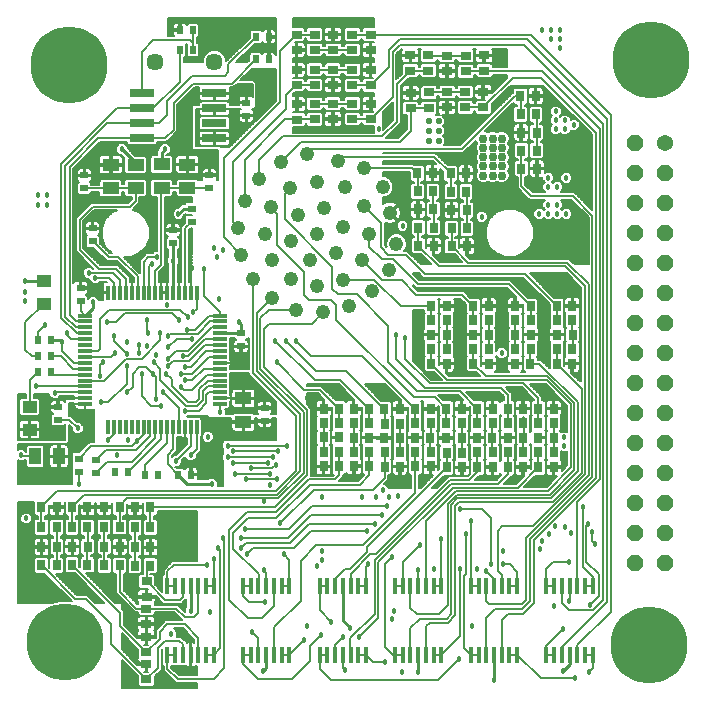
<source format=gbl>
G75*
%MOIN*%
%OFA0B0*%
%FSLAX25Y25*%
%IPPOS*%
%LPD*%
%AMOC8*
5,1,8,0,0,1.08239X$1,22.5*
%
%ADD10R,0.02756X0.03543*%
%ADD11R,0.03543X0.02756*%
%ADD12R,0.03937X0.05512*%
%ADD13R,0.05512X0.03937*%
%ADD14R,0.02559X0.02165*%
%ADD15R,0.02165X0.02559*%
%ADD16R,0.04724X0.03937*%
%ADD17C,0.05709*%
%ADD18R,0.01400X0.05800*%
%ADD19R,0.01181X0.04724*%
%ADD20R,0.04724X0.01181*%
%ADD21R,0.08000X0.02600*%
%ADD22C,0.03000*%
%ADD23C,0.04800*%
%ADD24C,0.05400*%
%ADD25OC8,0.05400*%
%ADD26C,0.01800*%
%ADD27C,0.00500*%
%ADD28C,0.01000*%
%ADD29C,0.00800*%
%ADD30C,0.02300*%
%ADD31C,0.00600*%
%ADD32C,0.25653*%
D10*
X0037513Y0052605D03*
X0042631Y0052605D03*
X0047714Y0052717D03*
X0052832Y0052717D03*
X0058453Y0052680D03*
X0063571Y0052680D03*
X0068657Y0052490D03*
X0073775Y0052490D03*
X0073847Y0058571D03*
X0068729Y0058571D03*
X0063639Y0058750D03*
X0058521Y0058750D03*
X0052911Y0058771D03*
X0047793Y0058771D03*
X0042643Y0058699D03*
X0037525Y0058699D03*
X0037510Y0065331D03*
X0042629Y0065331D03*
X0047688Y0065348D03*
X0052806Y0065348D03*
X0058423Y0065352D03*
X0063541Y0065352D03*
X0068737Y0065273D03*
X0073855Y0065273D03*
X0073837Y0071939D03*
X0068719Y0071939D03*
X0063587Y0071985D03*
X0058469Y0071985D03*
X0052857Y0071984D03*
X0047739Y0071984D03*
X0042626Y0071971D03*
X0037508Y0071971D03*
X0131544Y0085547D03*
X0131565Y0090395D03*
X0131571Y0095198D03*
X0131602Y0099966D03*
X0131615Y0104745D03*
X0136733Y0104745D03*
X0136720Y0099966D03*
X0136689Y0095198D03*
X0136683Y0090395D03*
X0136662Y0085547D03*
X0141675Y0085605D03*
X0141597Y0090344D03*
X0146715Y0090344D03*
X0146793Y0085605D03*
X0151866Y0085483D03*
X0151877Y0090249D03*
X0151858Y0095055D03*
X0151879Y0099819D03*
X0151865Y0104665D03*
X0156983Y0104665D03*
X0156997Y0099819D03*
X0156976Y0095055D03*
X0156996Y0090249D03*
X0156984Y0085483D03*
X0162109Y0085546D03*
X0162137Y0090304D03*
X0162080Y0095105D03*
X0162089Y0099887D03*
X0162081Y0104715D03*
X0167199Y0104715D03*
X0167207Y0099887D03*
X0167198Y0095105D03*
X0167255Y0090304D03*
X0167227Y0085546D03*
X0172581Y0085245D03*
X0172593Y0090170D03*
X0172472Y0095101D03*
X0172510Y0099905D03*
X0172491Y0104747D03*
X0177610Y0104747D03*
X0177628Y0099905D03*
X0177590Y0095101D03*
X0177711Y0090170D03*
X0177699Y0085245D03*
X0182779Y0085308D03*
X0182814Y0090223D03*
X0182742Y0095123D03*
X0182782Y0099943D03*
X0182797Y0104819D03*
X0187915Y0104819D03*
X0187900Y0099943D03*
X0187860Y0095123D03*
X0187932Y0090223D03*
X0187897Y0085308D03*
X0192938Y0085286D03*
X0192994Y0090202D03*
X0192946Y0095111D03*
X0192949Y0099933D03*
X0192934Y0104815D03*
X0198052Y0104815D03*
X0198067Y0099933D03*
X0198064Y0095111D03*
X0198112Y0090202D03*
X0198057Y0085286D03*
X0203159Y0085294D03*
X0203153Y0090298D03*
X0203107Y0095134D03*
X0203131Y0099942D03*
X0203140Y0104831D03*
X0208259Y0104831D03*
X0208250Y0099942D03*
X0208225Y0095134D03*
X0208271Y0090298D03*
X0208277Y0085294D03*
X0209315Y0119775D03*
X0209405Y0124623D03*
X0209418Y0129443D03*
X0209361Y0134270D03*
X0209372Y0139005D03*
X0214490Y0139005D03*
X0214479Y0134270D03*
X0214536Y0129443D03*
X0214523Y0124623D03*
X0214433Y0119775D03*
X0200516Y0119778D03*
X0200575Y0124616D03*
X0200590Y0129448D03*
X0200563Y0134247D03*
X0200553Y0139006D03*
X0195435Y0139006D03*
X0195445Y0134247D03*
X0195472Y0129448D03*
X0195456Y0124616D03*
X0195398Y0119778D03*
X0186581Y0119785D03*
X0186608Y0124632D03*
X0186617Y0129441D03*
X0186618Y0134247D03*
X0186616Y0139006D03*
X0181498Y0139006D03*
X0181500Y0134247D03*
X0181499Y0129441D03*
X0181489Y0124632D03*
X0181463Y0119785D03*
X0172611Y0119834D03*
X0172601Y0124634D03*
X0172610Y0129460D03*
X0172613Y0134271D03*
X0172617Y0138988D03*
X0167499Y0138988D03*
X0167495Y0134271D03*
X0167492Y0129460D03*
X0167482Y0124634D03*
X0167493Y0119834D03*
X0146707Y0104700D03*
X0141589Y0104700D03*
X0141607Y0099940D03*
X0146725Y0099940D03*
X0146710Y0095168D03*
X0141592Y0095168D03*
X0163122Y0159113D03*
X0168241Y0159113D03*
X0174219Y0159024D03*
X0179337Y0159024D03*
X0179345Y0164956D03*
X0174226Y0164956D03*
X0168229Y0165130D03*
X0163111Y0165130D03*
X0163048Y0171191D03*
X0168166Y0171191D03*
X0174164Y0171016D03*
X0179282Y0171016D03*
X0179096Y0177096D03*
X0173978Y0177096D03*
X0167989Y0177254D03*
X0162871Y0177254D03*
X0162776Y0183285D03*
X0167894Y0183285D03*
X0173869Y0183199D03*
X0178987Y0183199D03*
X0197520Y0184850D03*
X0202638Y0184850D03*
X0202626Y0190808D03*
X0197508Y0190808D03*
X0197424Y0196853D03*
X0202542Y0196853D03*
X0202354Y0202919D03*
X0197236Y0202919D03*
X0197146Y0208982D03*
X0202265Y0208982D03*
D11*
X0184743Y0210400D03*
X0184743Y0205282D03*
X0178773Y0205267D03*
X0178773Y0210385D03*
X0172725Y0210333D03*
X0172725Y0205215D03*
X0166675Y0205069D03*
X0166675Y0210188D03*
X0160616Y0210082D03*
X0160616Y0204964D03*
X0160477Y0217438D03*
X0160477Y0222556D03*
X0166523Y0222551D03*
X0166523Y0217433D03*
X0172679Y0217376D03*
X0172679Y0222494D03*
X0179016Y0222394D03*
X0179016Y0217276D03*
X0185094Y0217420D03*
X0185094Y0222538D03*
X0147239Y0224352D03*
X0147239Y0229470D03*
X0141191Y0229468D03*
X0141191Y0224350D03*
X0134710Y0224394D03*
X0134710Y0229512D03*
X0128625Y0229514D03*
X0128625Y0224396D03*
X0122551Y0224401D03*
X0122551Y0229519D03*
X0122552Y0217813D03*
X0122552Y0212695D03*
X0122719Y0206281D03*
X0122719Y0201163D03*
X0128630Y0201280D03*
X0128630Y0206398D03*
X0134679Y0206435D03*
X0134679Y0201317D03*
X0141172Y0201340D03*
X0141172Y0206459D03*
X0141165Y0212617D03*
X0141165Y0217735D03*
X0134688Y0217773D03*
X0134688Y0212655D03*
X0128597Y0212675D03*
X0128597Y0217793D03*
X0147240Y0217738D03*
X0147240Y0212620D03*
X0147282Y0206510D03*
X0147282Y0201392D03*
X0072538Y0047217D03*
X0072538Y0042099D03*
X0072455Y0038183D03*
X0072455Y0033065D03*
X0072458Y0028643D03*
X0072458Y0023525D03*
X0072489Y0019670D03*
X0072489Y0014552D03*
D12*
X0043352Y0088876D03*
X0035478Y0088876D03*
D13*
X0104857Y0100370D03*
X0104857Y0108244D03*
X0086141Y0178289D03*
X0086141Y0186164D03*
X0077549Y0186197D03*
X0077549Y0178323D03*
X0068887Y0178260D03*
X0068887Y0186134D03*
X0060620Y0186100D03*
X0060620Y0178226D03*
D14*
X0051812Y0178212D03*
X0051812Y0182543D03*
X0054568Y0164934D03*
X0054568Y0160603D03*
X0050542Y0145073D03*
X0050542Y0140742D03*
X0081390Y0159995D03*
X0081390Y0164326D03*
X0087559Y0167137D03*
X0087559Y0171467D03*
X0093513Y0178277D03*
X0093513Y0182608D03*
X0105788Y0202481D03*
X0105788Y0206811D03*
X0104060Y0129899D03*
X0104060Y0125569D03*
X0111947Y0105072D03*
X0111947Y0100742D03*
X0055838Y0087833D03*
X0055838Y0083502D03*
X0049869Y0083657D03*
X0049869Y0087987D03*
X0043012Y0101017D03*
X0043012Y0105347D03*
D15*
X0040655Y0117134D03*
X0036324Y0117134D03*
X0036332Y0122302D03*
X0040663Y0122302D03*
X0040676Y0127599D03*
X0036345Y0127599D03*
X0062026Y0083582D03*
X0066357Y0083582D03*
X0072093Y0082768D03*
X0076424Y0082768D03*
X0083059Y0082785D03*
X0087389Y0082785D03*
X0108988Y0221192D03*
X0113319Y0221192D03*
X0113351Y0228753D03*
X0109020Y0228753D03*
X0088058Y0230950D03*
X0083727Y0230950D03*
X0083721Y0224441D03*
X0088052Y0224441D03*
D16*
X0038376Y0147212D03*
X0038376Y0139732D03*
X0033584Y0105298D03*
X0033584Y0097817D03*
D17*
X0075501Y0220520D03*
X0095186Y0220520D03*
D18*
X0094927Y0045819D03*
X0092327Y0045819D03*
X0089827Y0045819D03*
X0087227Y0045819D03*
X0084627Y0045819D03*
X0082127Y0045819D03*
X0079527Y0045819D03*
X0079527Y0022819D03*
X0082127Y0022819D03*
X0084627Y0022819D03*
X0087227Y0022819D03*
X0089827Y0022819D03*
X0092327Y0022819D03*
X0094927Y0022819D03*
X0104748Y0022810D03*
X0107348Y0022810D03*
X0109848Y0022810D03*
X0112448Y0022810D03*
X0115048Y0022810D03*
X0117548Y0022810D03*
X0120148Y0022810D03*
X0130247Y0022786D03*
X0132847Y0022786D03*
X0135347Y0022786D03*
X0137947Y0022786D03*
X0140547Y0022786D03*
X0143047Y0022786D03*
X0145647Y0022786D03*
X0155420Y0022809D03*
X0158020Y0022809D03*
X0160520Y0022809D03*
X0163120Y0022809D03*
X0165720Y0022809D03*
X0168220Y0022809D03*
X0170820Y0022809D03*
X0180648Y0022775D03*
X0183248Y0022775D03*
X0185748Y0022775D03*
X0188348Y0022775D03*
X0190948Y0022775D03*
X0193448Y0022775D03*
X0196048Y0022775D03*
X0205855Y0022812D03*
X0208455Y0022812D03*
X0210955Y0022812D03*
X0213555Y0022812D03*
X0216155Y0022812D03*
X0218655Y0022812D03*
X0221255Y0022812D03*
X0221255Y0045812D03*
X0218655Y0045812D03*
X0216155Y0045812D03*
X0213555Y0045812D03*
X0210955Y0045812D03*
X0208455Y0045812D03*
X0205855Y0045812D03*
X0196048Y0045775D03*
X0193448Y0045775D03*
X0190948Y0045775D03*
X0188348Y0045775D03*
X0185748Y0045775D03*
X0183248Y0045775D03*
X0180648Y0045775D03*
X0170820Y0045809D03*
X0168220Y0045809D03*
X0165720Y0045809D03*
X0163120Y0045809D03*
X0160520Y0045809D03*
X0158020Y0045809D03*
X0155420Y0045809D03*
X0145647Y0045786D03*
X0143047Y0045786D03*
X0140547Y0045786D03*
X0137947Y0045786D03*
X0135347Y0045786D03*
X0132847Y0045786D03*
X0130247Y0045786D03*
X0120148Y0045810D03*
X0117548Y0045810D03*
X0115048Y0045810D03*
X0112448Y0045810D03*
X0109848Y0045810D03*
X0107348Y0045810D03*
X0104748Y0045810D03*
D19*
X0089270Y0098619D03*
X0087301Y0098619D03*
X0085333Y0098619D03*
X0083364Y0098619D03*
X0081396Y0098619D03*
X0079427Y0098619D03*
X0077459Y0098619D03*
X0075490Y0098619D03*
X0073522Y0098619D03*
X0071553Y0098619D03*
X0069585Y0098619D03*
X0067616Y0098619D03*
X0065648Y0098619D03*
X0063679Y0098619D03*
X0061711Y0098619D03*
X0059742Y0098619D03*
X0059742Y0143501D03*
X0061711Y0143501D03*
X0063679Y0143501D03*
X0065648Y0143501D03*
X0067616Y0143501D03*
X0069585Y0143501D03*
X0071553Y0143501D03*
X0073522Y0143501D03*
X0075490Y0143501D03*
X0077459Y0143501D03*
X0079427Y0143501D03*
X0081396Y0143501D03*
X0083364Y0143501D03*
X0085333Y0143501D03*
X0087301Y0143501D03*
X0089270Y0143501D03*
D20*
X0096947Y0135824D03*
X0096947Y0133855D03*
X0096947Y0131887D03*
X0096947Y0129918D03*
X0096947Y0127950D03*
X0096947Y0125981D03*
X0096947Y0124013D03*
X0096947Y0122044D03*
X0096947Y0120076D03*
X0096947Y0118107D03*
X0096947Y0116138D03*
X0096947Y0114170D03*
X0096947Y0112201D03*
X0096947Y0110233D03*
X0096947Y0108264D03*
X0096947Y0106296D03*
X0052065Y0106296D03*
X0052065Y0108264D03*
X0052065Y0110233D03*
X0052065Y0112201D03*
X0052065Y0114170D03*
X0052065Y0116138D03*
X0052065Y0118107D03*
X0052065Y0120076D03*
X0052065Y0122044D03*
X0052065Y0124013D03*
X0052065Y0125981D03*
X0052065Y0127950D03*
X0052065Y0129918D03*
X0052065Y0131887D03*
X0052065Y0133855D03*
X0052065Y0135824D03*
D21*
X0070997Y0194909D03*
X0070997Y0199909D03*
X0070997Y0204909D03*
X0070997Y0209909D03*
X0095197Y0209909D03*
X0095197Y0204909D03*
X0095197Y0199909D03*
X0095197Y0194909D03*
D22*
X0184817Y0194822D03*
X0187917Y0194822D03*
X0191017Y0194822D03*
X0191017Y0191722D03*
X0191017Y0188622D03*
X0191017Y0185522D03*
X0191017Y0182422D03*
X0187917Y0182422D03*
X0187917Y0185522D03*
X0187917Y0188622D03*
X0187917Y0191722D03*
X0184817Y0191722D03*
X0184817Y0188622D03*
X0184817Y0185522D03*
X0184817Y0182422D03*
D23*
X0155853Y0159791D03*
X0153236Y0151094D03*
X0147721Y0143881D03*
X0140155Y0139002D03*
X0131387Y0136881D03*
X0129336Y0145720D03*
X0127003Y0154417D03*
X0120639Y0148053D03*
X0114275Y0141689D03*
X0107911Y0148053D03*
X0114275Y0154417D03*
X0120639Y0160781D03*
X0129336Y0163115D03*
X0122972Y0169479D03*
X0120427Y0178247D03*
X0114063Y0171883D03*
X0111941Y0163115D03*
X0103102Y0165165D03*
X0104022Y0156185D03*
X0105224Y0173933D03*
X0110103Y0181500D03*
X0117315Y0187015D03*
X0126013Y0189631D03*
X0129336Y0180510D03*
X0131670Y0171812D03*
X0138599Y0178742D03*
X0144963Y0185106D03*
X0151327Y0178742D03*
X0144963Y0172378D03*
X0153661Y0170044D03*
X0146731Y0163115D03*
X0138033Y0165448D03*
X0135700Y0156751D03*
X0138104Y0147841D03*
X0144468Y0154205D03*
X0122406Y0137800D03*
X0136266Y0187439D03*
D24*
X0245377Y0193489D03*
D25*
X0245377Y0183489D03*
X0245377Y0173489D03*
X0245377Y0163489D03*
X0245377Y0153489D03*
X0245377Y0143489D03*
X0245377Y0133489D03*
X0245377Y0123489D03*
X0245377Y0113489D03*
X0245377Y0103489D03*
X0245377Y0093489D03*
X0245377Y0083489D03*
X0245377Y0073489D03*
X0245377Y0063489D03*
X0245377Y0053489D03*
X0235377Y0053489D03*
X0235377Y0063489D03*
X0235377Y0073489D03*
X0235377Y0083489D03*
X0235377Y0093489D03*
X0235377Y0103489D03*
X0235377Y0113489D03*
X0235377Y0123489D03*
X0235377Y0133489D03*
X0235377Y0143489D03*
X0235377Y0153489D03*
X0235377Y0163489D03*
X0235377Y0173489D03*
X0235377Y0183489D03*
X0235377Y0193489D03*
D26*
X0214977Y0199389D03*
X0211977Y0197889D03*
X0208977Y0197889D03*
X0208977Y0200889D03*
X0211977Y0200889D03*
X0208977Y0203889D03*
X0207877Y0184289D03*
X0210577Y0184289D03*
X0212477Y0181689D03*
X0209477Y0178689D03*
X0206477Y0178689D03*
X0206477Y0181689D03*
X0206477Y0172689D03*
X0206477Y0169689D03*
X0203477Y0169689D03*
X0209477Y0169689D03*
X0209477Y0172689D03*
X0212477Y0169689D03*
X0216677Y0163689D03*
X0216677Y0160689D03*
X0216677Y0157689D03*
X0212177Y0160089D03*
X0212877Y0146289D03*
X0214377Y0143789D03*
X0204977Y0126389D03*
X0204977Y0123389D03*
X0190977Y0123289D03*
X0190977Y0119889D03*
X0189981Y0108777D03*
X0195703Y0109283D03*
X0198588Y0109227D03*
X0205969Y0109181D03*
X0211877Y0104289D03*
X0211877Y0101289D03*
X0211877Y0098289D03*
X0211677Y0095189D03*
X0211677Y0092389D03*
X0217964Y0071989D03*
X0219677Y0066489D03*
X0220877Y0063789D03*
X0222077Y0059589D03*
X0213977Y0063189D03*
X0211877Y0065289D03*
X0208601Y0065554D03*
X0206801Y0063154D03*
X0204377Y0060689D03*
X0203794Y0058000D03*
X0213377Y0053589D03*
X0213377Y0040689D03*
X0208477Y0038889D03*
X0211458Y0031442D03*
X0220277Y0039489D03*
X0219977Y0016989D03*
X0215477Y0014889D03*
X0211277Y0017289D03*
X0188477Y0014289D03*
X0176625Y0021342D03*
X0180977Y0032289D03*
X0185777Y0050589D03*
X0187477Y0052889D03*
X0191477Y0052889D03*
X0191477Y0057189D03*
X0182777Y0051489D03*
X0177077Y0051189D03*
X0168377Y0051189D03*
X0162977Y0050889D03*
X0163577Y0059289D03*
X0170820Y0061432D03*
X0178877Y0062889D03*
X0180656Y0067273D03*
X0177177Y0071489D03*
X0169277Y0079089D03*
X0171677Y0081489D03*
X0164477Y0080889D03*
X0157877Y0080889D03*
X0154877Y0080889D03*
X0151277Y0077589D03*
X0153377Y0075489D03*
X0156377Y0075789D03*
X0152777Y0072189D03*
X0150977Y0069189D03*
X0148577Y0066489D03*
X0145996Y0063926D03*
X0154377Y0055289D03*
X0146477Y0052989D03*
X0131177Y0054489D03*
X0130877Y0057189D03*
X0129377Y0052389D03*
X0118277Y0056289D03*
X0111677Y0050889D03*
X0105917Y0056255D03*
X0104177Y0058389D03*
X0104177Y0061689D03*
X0105377Y0064689D03*
X0097877Y0061689D03*
X0096377Y0058389D03*
X0094927Y0054839D03*
X0092617Y0052554D03*
X0083477Y0056289D03*
X0079877Y0056289D03*
X0079877Y0066489D03*
X0083477Y0066489D03*
X0087077Y0066489D03*
X0094277Y0079689D03*
X0102049Y0083154D03*
X0101451Y0086779D03*
X0099776Y0088578D03*
X0101347Y0090594D03*
X0099753Y0092456D03*
X0099677Y0096189D03*
X0098177Y0098889D03*
X0095177Y0098889D03*
X0096677Y0096189D03*
X0092977Y0095389D03*
X0087293Y0089240D03*
X0083477Y0091089D03*
X0082414Y0087455D03*
X0069377Y0094089D03*
X0066477Y0094389D03*
X0062677Y0089189D03*
X0059777Y0094389D03*
X0051077Y0095289D03*
X0049577Y0098289D03*
X0049877Y0102789D03*
X0057478Y0106973D03*
X0057049Y0115842D03*
X0058022Y0120410D03*
X0062016Y0123242D03*
X0065990Y0123102D03*
X0066011Y0127168D03*
X0070112Y0125927D03*
X0070150Y0123482D03*
X0072682Y0125833D03*
X0072876Y0130076D03*
X0077025Y0130083D03*
X0079809Y0129150D03*
X0079767Y0125202D03*
X0079770Y0121429D03*
X0079775Y0119112D03*
X0079107Y0116451D03*
X0074838Y0116251D03*
X0070944Y0116334D03*
X0074873Y0120265D03*
X0075612Y0122557D03*
X0065985Y0119137D03*
X0066186Y0110385D03*
X0075808Y0108150D03*
X0077428Y0105780D03*
X0077944Y0110313D03*
X0084066Y0111884D03*
X0085406Y0114337D03*
X0084071Y0116426D03*
X0085370Y0118824D03*
X0084731Y0122195D03*
X0087582Y0128051D03*
X0086158Y0131169D03*
X0086267Y0135239D03*
X0088078Y0136883D03*
X0083375Y0134326D03*
X0079438Y0139450D03*
X0072863Y0134491D03*
X0061607Y0129160D03*
X0059240Y0133557D03*
X0054677Y0140289D03*
X0055456Y0148423D03*
X0053240Y0150099D03*
X0049277Y0150789D03*
X0031877Y0147189D03*
X0031877Y0143589D03*
X0031877Y0140589D03*
X0038777Y0132789D03*
X0044477Y0127089D03*
X0045957Y0130064D03*
X0035664Y0112291D03*
X0042077Y0109989D03*
X0038777Y0097689D03*
X0039977Y0094989D03*
X0042077Y0097089D03*
X0030677Y0089289D03*
X0031277Y0083289D03*
X0033077Y0080889D03*
X0034877Y0083289D03*
X0043877Y0083289D03*
X0045677Y0080889D03*
X0049877Y0079689D03*
X0032477Y0071889D03*
X0032477Y0068189D03*
X0032477Y0064689D03*
X0032477Y0061089D03*
X0032477Y0057489D03*
X0032477Y0053889D03*
X0032477Y0050589D03*
X0060977Y0047589D03*
X0065777Y0045189D03*
X0067877Y0047289D03*
X0067877Y0042789D03*
X0077477Y0035289D03*
X0081077Y0035289D03*
X0080797Y0029636D03*
X0087210Y0037432D03*
X0093677Y0037089D03*
X0107797Y0030290D03*
X0111869Y0040458D03*
X0125181Y0027842D03*
X0126077Y0032289D03*
X0130647Y0029327D03*
X0134177Y0033789D03*
X0138077Y0028689D03*
X0140477Y0031689D03*
X0143477Y0028689D03*
X0151877Y0020289D03*
X0157577Y0016989D03*
X0162977Y0016989D03*
X0154277Y0034689D03*
X0154877Y0037389D03*
X0138677Y0017589D03*
X0111377Y0017289D03*
X0087677Y0017289D03*
X0084677Y0017289D03*
X0079877Y0013089D03*
X0076877Y0014289D03*
X0068177Y0022089D03*
X0067277Y0013089D03*
X0117143Y0066736D03*
X0111677Y0073989D03*
X0113777Y0079389D03*
X0116179Y0081204D03*
X0113694Y0083144D03*
X0115572Y0086160D03*
X0114728Y0088607D03*
X0113012Y0086743D03*
X0116500Y0090611D03*
X0119235Y0092447D03*
X0107506Y0084972D03*
X0105742Y0081236D03*
X0096937Y0103714D03*
X0101777Y0112989D03*
X0103577Y0115389D03*
X0103877Y0118689D03*
X0103877Y0121689D03*
X0101177Y0120189D03*
X0103277Y0133689D03*
X0096677Y0141489D03*
X0091744Y0151265D03*
X0087677Y0151689D03*
X0081405Y0154068D03*
X0079277Y0151689D03*
X0075898Y0155293D03*
X0074376Y0153086D03*
X0083177Y0169689D03*
X0081677Y0173289D03*
X0094877Y0158289D03*
X0097877Y0157689D03*
X0096077Y0155289D03*
X0115477Y0127489D03*
X0118877Y0127489D03*
X0122277Y0127489D03*
X0116077Y0120289D03*
X0126177Y0108289D03*
X0127977Y0105889D03*
X0129177Y0108889D03*
X0133477Y0111889D03*
X0135477Y0109389D03*
X0136477Y0111889D03*
X0138477Y0109389D03*
X0148477Y0111889D03*
X0151477Y0111889D03*
X0151477Y0108889D03*
X0154477Y0108889D03*
X0158834Y0128251D03*
X0155666Y0129464D03*
X0162977Y0128889D03*
X0176977Y0125389D03*
X0176477Y0135389D03*
X0190977Y0138889D03*
X0184277Y0168789D03*
X0185377Y0172889D03*
X0185377Y0176189D03*
X0188377Y0176189D03*
X0171077Y0189189D03*
X0153077Y0204189D03*
X0151577Y0200889D03*
X0150077Y0197889D03*
X0131477Y0197889D03*
X0111477Y0205889D03*
X0111477Y0208889D03*
X0111477Y0211889D03*
X0111477Y0214889D03*
X0106877Y0211689D03*
X0103277Y0210489D03*
X0102077Y0206889D03*
X0102477Y0198889D03*
X0102477Y0195889D03*
X0085277Y0195489D03*
X0085277Y0198489D03*
X0082277Y0193689D03*
X0078677Y0191289D03*
X0064277Y0191289D03*
X0060677Y0191889D03*
X0054077Y0187089D03*
X0039377Y0175989D03*
X0039377Y0172689D03*
X0036377Y0172689D03*
X0036377Y0175989D03*
X0049877Y0173289D03*
X0056477Y0169089D03*
X0111077Y0224989D03*
X0109677Y0233289D03*
X0105977Y0233289D03*
X0113277Y0233289D03*
X0123477Y0233889D03*
X0126977Y0233889D03*
X0130477Y0233889D03*
X0133977Y0233889D03*
X0137477Y0233889D03*
X0140977Y0233889D03*
X0144477Y0233889D03*
X0156677Y0222789D03*
X0156677Y0219789D03*
X0156677Y0216789D03*
X0175877Y0213789D03*
X0181877Y0213789D03*
X0189077Y0214089D03*
X0190877Y0220089D03*
X0189677Y0223689D03*
X0204477Y0230889D03*
X0207477Y0230889D03*
X0207477Y0227889D03*
X0210477Y0227889D03*
X0210477Y0224889D03*
X0210477Y0230889D03*
X0157877Y0165789D03*
X0085223Y0104039D03*
X0131177Y0075489D03*
X0144477Y0075389D03*
X0148877Y0075489D03*
D27*
X0029566Y0073683D02*
X0029576Y0040089D01*
X0040998Y0040089D01*
X0043550Y0040773D01*
X0047205Y0040773D01*
X0047641Y0040657D01*
X0047549Y0040748D01*
X0047549Y0040748D01*
X0038520Y0049777D01*
X0035697Y0049777D01*
X0035078Y0050396D01*
X0035078Y0054815D01*
X0035697Y0055434D01*
X0039328Y0055434D01*
X0039948Y0054815D01*
X0039948Y0052047D01*
X0040196Y0051798D01*
X0040196Y0054815D01*
X0040815Y0055434D01*
X0041324Y0055434D01*
X0041324Y0055870D01*
X0040827Y0055870D01*
X0040208Y0056490D01*
X0040208Y0060909D01*
X0040827Y0061528D01*
X0041336Y0061528D01*
X0041336Y0062502D01*
X0040813Y0062502D01*
X0040193Y0063122D01*
X0040193Y0067541D01*
X0040813Y0068160D01*
X0044444Y0068160D01*
X0045064Y0067541D01*
X0045064Y0063122D01*
X0044444Y0062502D01*
X0043950Y0062502D01*
X0043950Y0061528D01*
X0044459Y0061528D01*
X0045078Y0060909D01*
X0045078Y0056490D01*
X0044459Y0055870D01*
X0043938Y0055870D01*
X0043938Y0055434D01*
X0044447Y0055434D01*
X0045066Y0054815D01*
X0045066Y0050396D01*
X0044447Y0049777D01*
X0042217Y0049777D01*
X0049398Y0042597D01*
X0052819Y0042597D01*
X0055326Y0040089D01*
X0058492Y0040089D01*
X0048693Y0049888D01*
X0045898Y0049888D01*
X0045279Y0050507D01*
X0045279Y0054927D01*
X0045898Y0055546D01*
X0049530Y0055546D01*
X0050149Y0054927D01*
X0050149Y0052129D01*
X0050397Y0051881D01*
X0050397Y0054927D01*
X0051016Y0055546D01*
X0051525Y0055546D01*
X0051525Y0055942D01*
X0051095Y0055942D01*
X0050476Y0056561D01*
X0050476Y0060981D01*
X0051095Y0061600D01*
X0051604Y0061600D01*
X0051604Y0062520D01*
X0050990Y0062520D01*
X0050371Y0063139D01*
X0050371Y0067558D01*
X0050990Y0068177D01*
X0054622Y0068177D01*
X0055241Y0067558D01*
X0055241Y0063139D01*
X0054622Y0062520D01*
X0054218Y0062520D01*
X0054218Y0061600D01*
X0054727Y0061600D01*
X0055346Y0060981D01*
X0055346Y0056561D01*
X0054727Y0055942D01*
X0054139Y0055942D01*
X0054139Y0055546D01*
X0054648Y0055546D01*
X0055267Y0054927D01*
X0055267Y0050507D01*
X0054648Y0049888D01*
X0052390Y0049888D01*
X0062189Y0040089D01*
X0064277Y0040089D01*
X0064277Y0038001D01*
X0064985Y0037294D01*
X0064985Y0032847D01*
X0069438Y0028393D01*
X0072208Y0028393D01*
X0072708Y0028393D01*
X0072708Y0028893D01*
X0075479Y0028893D01*
X0075479Y0030186D01*
X0075394Y0030503D01*
X0075230Y0030789D01*
X0075163Y0030855D01*
X0075227Y0030919D01*
X0075391Y0031204D01*
X0075476Y0031522D01*
X0075476Y0032815D01*
X0072705Y0032815D01*
X0072705Y0033315D01*
X0072205Y0033315D01*
X0072205Y0035693D01*
X0070519Y0035693D01*
X0070201Y0035607D01*
X0069916Y0035443D01*
X0069683Y0035210D01*
X0069518Y0034925D01*
X0069433Y0034607D01*
X0069433Y0033315D01*
X0072205Y0033315D01*
X0072205Y0032815D01*
X0069433Y0032815D01*
X0069433Y0031522D01*
X0069518Y0031204D01*
X0069683Y0030919D01*
X0069750Y0030852D01*
X0069686Y0030789D01*
X0069521Y0030503D01*
X0069436Y0030186D01*
X0069436Y0028893D01*
X0072208Y0028893D01*
X0072208Y0031271D01*
X0072205Y0031271D01*
X0072205Y0032815D01*
X0072705Y0032815D01*
X0072705Y0030437D01*
X0072708Y0030437D01*
X0072708Y0028893D01*
X0072208Y0028893D01*
X0072208Y0028393D01*
X0072208Y0026015D01*
X0071816Y0026015D01*
X0071871Y0025960D01*
X0073044Y0025960D01*
X0073099Y0026015D01*
X0072708Y0026015D01*
X0072708Y0028393D01*
X0075477Y0028393D01*
X0075570Y0028486D01*
X0075570Y0031031D01*
X0077970Y0033431D01*
X0078736Y0034197D01*
X0084522Y0034197D01*
X0081843Y0036876D01*
X0075284Y0036876D01*
X0075284Y0036367D01*
X0074664Y0035748D01*
X0070245Y0035748D01*
X0069626Y0036367D01*
X0069626Y0036876D01*
X0068643Y0036876D01*
X0067877Y0037641D01*
X0062264Y0043255D01*
X0062264Y0049851D01*
X0061755Y0049851D01*
X0061136Y0050470D01*
X0061136Y0054889D01*
X0061755Y0055508D01*
X0065387Y0055508D01*
X0066006Y0054889D01*
X0066006Y0050470D01*
X0065387Y0049851D01*
X0064878Y0049851D01*
X0064878Y0044338D01*
X0069626Y0039589D01*
X0069626Y0039999D01*
X0069699Y0040071D01*
X0069602Y0040238D01*
X0069517Y0040556D01*
X0069517Y0041849D01*
X0072288Y0041849D01*
X0072288Y0042349D01*
X0069517Y0042349D01*
X0069517Y0043641D01*
X0069602Y0043959D01*
X0069766Y0044244D01*
X0069999Y0044477D01*
X0070284Y0044641D01*
X0070602Y0044727D01*
X0072288Y0044727D01*
X0072288Y0042349D01*
X0072788Y0042349D01*
X0072788Y0044727D01*
X0073180Y0044727D01*
X0073125Y0044782D01*
X0070329Y0044782D01*
X0069710Y0045401D01*
X0069710Y0049033D01*
X0070329Y0049652D01*
X0071231Y0049652D01*
X0071231Y0051795D01*
X0071340Y0051904D01*
X0071340Y0054700D01*
X0071959Y0055319D01*
X0075591Y0055319D01*
X0076210Y0054700D01*
X0076210Y0050281D01*
X0075591Y0049662D01*
X0073845Y0049662D01*
X0073845Y0049652D01*
X0074748Y0049652D01*
X0075367Y0049033D01*
X0075367Y0046237D01*
X0077770Y0043834D01*
X0077770Y0049157D01*
X0078220Y0049607D01*
X0078220Y0051161D01*
X0080266Y0053208D01*
X0081032Y0053973D01*
X0089477Y0053973D01*
X0089477Y0070632D01*
X0076272Y0070632D01*
X0076272Y0069729D01*
X0075653Y0069110D01*
X0075144Y0069110D01*
X0075144Y0068102D01*
X0075671Y0068102D01*
X0076290Y0067482D01*
X0076290Y0063063D01*
X0075671Y0062444D01*
X0072040Y0062444D01*
X0071420Y0063063D01*
X0071420Y0067482D01*
X0072040Y0068102D01*
X0072530Y0068102D01*
X0072530Y0069110D01*
X0072021Y0069110D01*
X0071402Y0069729D01*
X0071402Y0073268D01*
X0071347Y0073269D01*
X0071347Y0072189D01*
X0068969Y0072189D01*
X0068969Y0071689D01*
X0071347Y0071689D01*
X0071347Y0070003D01*
X0071262Y0069685D01*
X0071097Y0069400D01*
X0070864Y0069167D01*
X0070579Y0069002D01*
X0070262Y0068917D01*
X0068969Y0068917D01*
X0068969Y0071689D01*
X0068469Y0071689D01*
X0066091Y0071689D01*
X0066091Y0070003D01*
X0066176Y0069685D01*
X0066341Y0069400D01*
X0066574Y0069167D01*
X0066859Y0069002D01*
X0067176Y0068917D01*
X0068469Y0068917D01*
X0068469Y0071689D01*
X0068469Y0072189D01*
X0066091Y0072189D01*
X0066091Y0073055D01*
X0066022Y0072986D01*
X0066022Y0069776D01*
X0065403Y0069157D01*
X0064848Y0069157D01*
X0064848Y0068181D01*
X0065357Y0068181D01*
X0065976Y0067562D01*
X0065976Y0063143D01*
X0065357Y0062524D01*
X0061725Y0062524D01*
X0061106Y0063143D01*
X0061106Y0067562D01*
X0061725Y0068181D01*
X0062234Y0068181D01*
X0062234Y0069157D01*
X0061771Y0069157D01*
X0061152Y0069776D01*
X0061152Y0073370D01*
X0061097Y0073370D01*
X0061097Y0072235D01*
X0058719Y0072235D01*
X0058719Y0071735D01*
X0058719Y0068964D01*
X0060012Y0068964D01*
X0060330Y0069049D01*
X0060615Y0069213D01*
X0060847Y0069446D01*
X0061012Y0069731D01*
X0061097Y0070049D01*
X0061097Y0071735D01*
X0058719Y0071735D01*
X0058219Y0071735D01*
X0058219Y0068964D01*
X0056927Y0068964D01*
X0056609Y0069049D01*
X0056324Y0069213D01*
X0056091Y0069446D01*
X0055926Y0069731D01*
X0055841Y0070049D01*
X0055841Y0071735D01*
X0058219Y0071735D01*
X0058219Y0072235D01*
X0055841Y0072235D01*
X0055841Y0073423D01*
X0055485Y0073426D01*
X0055485Y0072234D01*
X0053107Y0072234D01*
X0053107Y0071734D01*
X0053107Y0068962D01*
X0054400Y0068962D01*
X0054718Y0069047D01*
X0055003Y0069212D01*
X0055235Y0069445D01*
X0055400Y0069730D01*
X0055485Y0070048D01*
X0055485Y0071734D01*
X0053107Y0071734D01*
X0052607Y0071734D01*
X0050229Y0071734D01*
X0050229Y0070048D01*
X0050314Y0069730D01*
X0050479Y0069445D01*
X0050712Y0069212D01*
X0050997Y0069047D01*
X0051315Y0068962D01*
X0052607Y0068962D01*
X0052607Y0071734D01*
X0052607Y0072234D01*
X0050229Y0072234D01*
X0050229Y0072626D01*
X0050174Y0072570D01*
X0050174Y0069774D01*
X0049555Y0069155D01*
X0048995Y0069155D01*
X0048995Y0068177D01*
X0049504Y0068177D01*
X0050123Y0067558D01*
X0050123Y0063139D01*
X0049504Y0062520D01*
X0045872Y0062520D01*
X0045253Y0063139D01*
X0045253Y0067558D01*
X0045872Y0068177D01*
X0046381Y0068177D01*
X0046381Y0069155D01*
X0045923Y0069155D01*
X0045304Y0069774D01*
X0045304Y0073527D01*
X0045254Y0073527D01*
X0045254Y0072221D01*
X0042877Y0072221D01*
X0042877Y0071721D01*
X0045254Y0071721D01*
X0045254Y0070034D01*
X0045169Y0069716D01*
X0045005Y0069431D01*
X0044772Y0069199D01*
X0044487Y0069034D01*
X0044169Y0068949D01*
X0042876Y0068949D01*
X0042876Y0071721D01*
X0042376Y0071721D01*
X0039999Y0071721D01*
X0039999Y0070034D01*
X0040084Y0069716D01*
X0040248Y0069431D01*
X0040481Y0069199D01*
X0040766Y0069034D01*
X0041084Y0068949D01*
X0042376Y0068949D01*
X0042376Y0071721D01*
X0042376Y0072221D01*
X0039999Y0072221D01*
X0039999Y0072612D01*
X0039943Y0072557D01*
X0039943Y0069761D01*
X0039324Y0069142D01*
X0038817Y0069142D01*
X0038817Y0068160D01*
X0039326Y0068160D01*
X0039945Y0067541D01*
X0039945Y0063122D01*
X0039326Y0062502D01*
X0035695Y0062502D01*
X0035075Y0063122D01*
X0035075Y0067541D01*
X0035695Y0068160D01*
X0036203Y0068160D01*
X0036203Y0069142D01*
X0035693Y0069142D01*
X0035073Y0069761D01*
X0035073Y0073628D01*
X0029566Y0073683D01*
X0029566Y0073583D02*
X0035073Y0073583D01*
X0035073Y0073084D02*
X0029566Y0073084D01*
X0029567Y0072586D02*
X0035073Y0072586D01*
X0035073Y0072087D02*
X0029567Y0072087D01*
X0029567Y0071589D02*
X0035073Y0071589D01*
X0035073Y0071090D02*
X0029567Y0071090D01*
X0029567Y0070592D02*
X0035073Y0070592D01*
X0035073Y0070093D02*
X0033341Y0070093D01*
X0033288Y0070147D02*
X0031667Y0070147D01*
X0030520Y0069000D01*
X0030520Y0067379D01*
X0031667Y0066232D01*
X0033288Y0066232D01*
X0034435Y0067379D01*
X0034435Y0069000D01*
X0033288Y0070147D01*
X0033840Y0069595D02*
X0035239Y0069595D01*
X0034338Y0069096D02*
X0036203Y0069096D01*
X0036203Y0068598D02*
X0034435Y0068598D01*
X0034435Y0068099D02*
X0035634Y0068099D01*
X0035136Y0067601D02*
X0034435Y0067601D01*
X0034158Y0067102D02*
X0035075Y0067102D01*
X0035075Y0066604D02*
X0033660Y0066604D01*
X0035075Y0066105D02*
X0029568Y0066105D01*
X0029569Y0065607D02*
X0035075Y0065607D01*
X0035075Y0065108D02*
X0029569Y0065108D01*
X0029569Y0064610D02*
X0035075Y0064610D01*
X0035075Y0064111D02*
X0029569Y0064111D01*
X0029569Y0063613D02*
X0035075Y0063613D01*
X0035083Y0063114D02*
X0029569Y0063114D01*
X0029569Y0062616D02*
X0035581Y0062616D01*
X0035982Y0061721D02*
X0035664Y0061636D01*
X0035379Y0061471D01*
X0035147Y0061238D01*
X0034982Y0060953D01*
X0034897Y0060635D01*
X0034897Y0058949D01*
X0037275Y0058949D01*
X0037275Y0058449D01*
X0037775Y0058449D01*
X0037775Y0058949D01*
X0040153Y0058949D01*
X0040153Y0060635D01*
X0040068Y0060953D01*
X0039903Y0061238D01*
X0039670Y0061471D01*
X0039385Y0061636D01*
X0039067Y0061721D01*
X0037775Y0061721D01*
X0037775Y0058949D01*
X0037275Y0058949D01*
X0037275Y0061721D01*
X0035982Y0061721D01*
X0035635Y0061619D02*
X0029570Y0061619D01*
X0029569Y0062117D02*
X0041336Y0062117D01*
X0041336Y0061619D02*
X0039415Y0061619D01*
X0039971Y0061120D02*
X0040419Y0061120D01*
X0040208Y0060622D02*
X0040153Y0060622D01*
X0040153Y0060123D02*
X0040208Y0060123D01*
X0040208Y0059625D02*
X0040153Y0059625D01*
X0040153Y0059126D02*
X0040208Y0059126D01*
X0040208Y0058628D02*
X0037775Y0058628D01*
X0037775Y0058449D02*
X0040153Y0058449D01*
X0040153Y0056763D01*
X0040068Y0056445D01*
X0039903Y0056160D01*
X0039670Y0055927D01*
X0039385Y0055763D01*
X0039067Y0055678D01*
X0037775Y0055678D01*
X0037775Y0058449D01*
X0037775Y0058129D02*
X0037275Y0058129D01*
X0037275Y0058449D02*
X0037275Y0055678D01*
X0035982Y0055678D01*
X0035664Y0055763D01*
X0035379Y0055927D01*
X0035147Y0056160D01*
X0034982Y0056445D01*
X0034897Y0056763D01*
X0034897Y0058449D01*
X0037275Y0058449D01*
X0037275Y0058628D02*
X0029570Y0058628D01*
X0029570Y0059126D02*
X0034897Y0059126D01*
X0034897Y0059625D02*
X0029570Y0059625D01*
X0029570Y0060123D02*
X0034897Y0060123D01*
X0034897Y0060622D02*
X0029570Y0060622D01*
X0029570Y0061120D02*
X0035078Y0061120D01*
X0037275Y0061120D02*
X0037775Y0061120D01*
X0037775Y0060622D02*
X0037275Y0060622D01*
X0037275Y0060123D02*
X0037775Y0060123D01*
X0037775Y0059625D02*
X0037275Y0059625D01*
X0037275Y0059126D02*
X0037775Y0059126D01*
X0037775Y0057631D02*
X0037275Y0057631D01*
X0037275Y0057132D02*
X0037775Y0057132D01*
X0037775Y0056634D02*
X0037275Y0056634D01*
X0037275Y0056135D02*
X0037775Y0056135D01*
X0039625Y0055138D02*
X0040519Y0055138D01*
X0040196Y0054640D02*
X0039948Y0054640D01*
X0039948Y0054141D02*
X0040196Y0054141D01*
X0040196Y0053643D02*
X0039948Y0053643D01*
X0039948Y0053144D02*
X0040196Y0053144D01*
X0040196Y0052646D02*
X0039948Y0052646D01*
X0039948Y0052147D02*
X0040196Y0052147D01*
X0042631Y0052605D02*
X0042631Y0058699D01*
X0042643Y0058699D01*
X0042643Y0065331D01*
X0042629Y0065331D01*
X0045064Y0065108D02*
X0045253Y0065108D01*
X0045253Y0064610D02*
X0045064Y0064610D01*
X0045064Y0064111D02*
X0045253Y0064111D01*
X0045253Y0063613D02*
X0045064Y0063613D01*
X0045056Y0063114D02*
X0045277Y0063114D01*
X0045776Y0062616D02*
X0044558Y0062616D01*
X0043950Y0062117D02*
X0051604Y0062117D01*
X0051604Y0061619D02*
X0049807Y0061619D01*
X0049939Y0061543D02*
X0049654Y0061707D01*
X0049336Y0061793D01*
X0048043Y0061793D01*
X0048043Y0059021D01*
X0047543Y0059021D01*
X0047543Y0058521D01*
X0045165Y0058521D01*
X0045165Y0056835D01*
X0045250Y0056517D01*
X0045415Y0056232D01*
X0045648Y0055999D01*
X0045933Y0055835D01*
X0046251Y0055749D01*
X0047543Y0055749D01*
X0047543Y0058521D01*
X0048043Y0058521D01*
X0048043Y0055749D01*
X0049336Y0055749D01*
X0049654Y0055835D01*
X0049939Y0055999D01*
X0050171Y0056232D01*
X0050336Y0056517D01*
X0050421Y0056835D01*
X0050421Y0058521D01*
X0048043Y0058521D01*
X0048043Y0059021D01*
X0050421Y0059021D01*
X0050421Y0060707D01*
X0050336Y0061025D01*
X0050171Y0061310D01*
X0049939Y0061543D01*
X0050281Y0061120D02*
X0050616Y0061120D01*
X0050476Y0060622D02*
X0050421Y0060622D01*
X0050421Y0060123D02*
X0050476Y0060123D01*
X0050476Y0059625D02*
X0050421Y0059625D01*
X0050421Y0059126D02*
X0050476Y0059126D01*
X0050476Y0058628D02*
X0048043Y0058628D01*
X0048043Y0059126D02*
X0047543Y0059126D01*
X0047543Y0059021D02*
X0047543Y0061793D01*
X0046251Y0061793D01*
X0045933Y0061707D01*
X0045648Y0061543D01*
X0045415Y0061310D01*
X0045250Y0061025D01*
X0045165Y0060707D01*
X0045165Y0059021D01*
X0047543Y0059021D01*
X0047543Y0058628D02*
X0045078Y0058628D01*
X0045078Y0059126D02*
X0045165Y0059126D01*
X0045165Y0059625D02*
X0045078Y0059625D01*
X0045078Y0060123D02*
X0045165Y0060123D01*
X0045165Y0060622D02*
X0045078Y0060622D01*
X0044866Y0061120D02*
X0045305Y0061120D01*
X0045779Y0061619D02*
X0043950Y0061619D01*
X0040699Y0062616D02*
X0039440Y0062616D01*
X0039938Y0063114D02*
X0040201Y0063114D01*
X0040193Y0063613D02*
X0039945Y0063613D01*
X0039945Y0064111D02*
X0040193Y0064111D01*
X0040193Y0064610D02*
X0039945Y0064610D01*
X0039945Y0065108D02*
X0040193Y0065108D01*
X0040193Y0065607D02*
X0039945Y0065607D01*
X0039945Y0066105D02*
X0040193Y0066105D01*
X0040193Y0066604D02*
X0039945Y0066604D01*
X0039945Y0067102D02*
X0040193Y0067102D01*
X0040254Y0067601D02*
X0039885Y0067601D01*
X0039387Y0068099D02*
X0040752Y0068099D01*
X0040658Y0069096D02*
X0038817Y0069096D01*
X0038817Y0068598D02*
X0046381Y0068598D01*
X0046381Y0069096D02*
X0044595Y0069096D01*
X0045099Y0069595D02*
X0045484Y0069595D01*
X0045304Y0070093D02*
X0045254Y0070093D01*
X0045254Y0070592D02*
X0045304Y0070592D01*
X0045304Y0071090D02*
X0045254Y0071090D01*
X0045254Y0071589D02*
X0045304Y0071589D01*
X0045304Y0072087D02*
X0042877Y0072087D01*
X0042876Y0071589D02*
X0042376Y0071589D01*
X0042376Y0072087D02*
X0039943Y0072087D01*
X0039943Y0071589D02*
X0039999Y0071589D01*
X0039999Y0071090D02*
X0039943Y0071090D01*
X0039943Y0070592D02*
X0039999Y0070592D01*
X0039999Y0070093D02*
X0039943Y0070093D01*
X0039777Y0069595D02*
X0040154Y0069595D01*
X0042376Y0069595D02*
X0042876Y0069595D01*
X0042876Y0070093D02*
X0042376Y0070093D01*
X0042376Y0070592D02*
X0042876Y0070592D01*
X0042876Y0071090D02*
X0042376Y0071090D01*
X0042376Y0069096D02*
X0042876Y0069096D01*
X0044505Y0068099D02*
X0045795Y0068099D01*
X0045296Y0067601D02*
X0045003Y0067601D01*
X0045064Y0067102D02*
X0045253Y0067102D01*
X0045253Y0066604D02*
X0045064Y0066604D01*
X0045064Y0066105D02*
X0045253Y0066105D01*
X0045253Y0065607D02*
X0045064Y0065607D01*
X0047688Y0065348D02*
X0047688Y0071984D01*
X0047739Y0071984D01*
X0051845Y0076089D01*
X0115877Y0076089D01*
X0123677Y0083889D01*
X0123677Y0103089D01*
X0109277Y0117489D01*
X0109277Y0136692D01*
X0114275Y0141689D01*
X0113291Y0137703D02*
X0110477Y0134889D01*
X0110477Y0118089D01*
X0124877Y0103689D01*
X0124877Y0083289D01*
X0116477Y0074889D01*
X0066077Y0074889D01*
X0063587Y0072399D01*
X0063587Y0071985D01*
X0063541Y0071985D01*
X0063541Y0065352D01*
X0065976Y0065108D02*
X0066302Y0065108D01*
X0066302Y0064610D02*
X0065976Y0064610D01*
X0065976Y0064111D02*
X0066302Y0064111D01*
X0066302Y0063613D02*
X0065976Y0063613D01*
X0065947Y0063114D02*
X0066302Y0063114D01*
X0066302Y0063063D02*
X0066921Y0062444D01*
X0067430Y0062444D01*
X0067430Y0061399D01*
X0066913Y0061399D01*
X0066294Y0060780D01*
X0066294Y0056361D01*
X0066913Y0055742D01*
X0067350Y0055742D01*
X0067350Y0055319D01*
X0066841Y0055319D01*
X0066222Y0054700D01*
X0066222Y0050281D01*
X0066841Y0049662D01*
X0070473Y0049662D01*
X0071092Y0050281D01*
X0071092Y0054700D01*
X0070473Y0055319D01*
X0069964Y0055319D01*
X0069964Y0055742D01*
X0070545Y0055742D01*
X0071164Y0056361D01*
X0071164Y0060780D01*
X0070545Y0061399D01*
X0070044Y0061399D01*
X0070044Y0062444D01*
X0070553Y0062444D01*
X0071172Y0063063D01*
X0071172Y0067482D01*
X0070553Y0068102D01*
X0066921Y0068102D01*
X0066302Y0067482D01*
X0066302Y0063063D01*
X0066750Y0062616D02*
X0065449Y0062616D01*
X0065181Y0061772D02*
X0063889Y0061772D01*
X0063889Y0059001D01*
X0063389Y0059001D01*
X0063389Y0061772D01*
X0062096Y0061772D01*
X0061778Y0061687D01*
X0061493Y0061522D01*
X0061261Y0061290D01*
X0061096Y0061005D01*
X0061011Y0060687D01*
X0061011Y0059000D01*
X0063389Y0059000D01*
X0063389Y0058501D01*
X0061011Y0058501D01*
X0061011Y0056814D01*
X0061096Y0056496D01*
X0061261Y0056211D01*
X0061493Y0055979D01*
X0061778Y0055814D01*
X0062096Y0055729D01*
X0063389Y0055729D01*
X0063389Y0058500D01*
X0063889Y0058500D01*
X0063889Y0055729D01*
X0065181Y0055729D01*
X0065499Y0055814D01*
X0065784Y0055979D01*
X0066017Y0056211D01*
X0066182Y0056496D01*
X0066267Y0056814D01*
X0066267Y0058501D01*
X0063889Y0058501D01*
X0063889Y0059000D01*
X0066267Y0059000D01*
X0066267Y0060687D01*
X0066182Y0061005D01*
X0066017Y0061290D01*
X0065784Y0061522D01*
X0065499Y0061687D01*
X0065181Y0061772D01*
X0065617Y0061619D02*
X0067430Y0061619D01*
X0067430Y0062117D02*
X0059730Y0062117D01*
X0059730Y0062524D02*
X0060238Y0062524D01*
X0060858Y0063143D01*
X0060858Y0067562D01*
X0060238Y0068181D01*
X0056607Y0068181D01*
X0055988Y0067562D01*
X0055988Y0063143D01*
X0056607Y0062524D01*
X0057116Y0062524D01*
X0057116Y0061579D01*
X0056705Y0061579D01*
X0056086Y0060960D01*
X0056086Y0056541D01*
X0056705Y0055922D01*
X0057214Y0055922D01*
X0057214Y0055508D01*
X0056637Y0055508D01*
X0056018Y0054889D01*
X0056018Y0050470D01*
X0056637Y0049851D01*
X0060268Y0049851D01*
X0060888Y0050470D01*
X0060888Y0054889D01*
X0060268Y0055508D01*
X0059828Y0055508D01*
X0059828Y0055922D01*
X0060337Y0055922D01*
X0060956Y0056541D01*
X0060956Y0060960D01*
X0060337Y0061579D01*
X0059730Y0061579D01*
X0059730Y0062524D01*
X0060330Y0062616D02*
X0061633Y0062616D01*
X0061134Y0063114D02*
X0060829Y0063114D01*
X0060858Y0063613D02*
X0061106Y0063613D01*
X0061106Y0064111D02*
X0060858Y0064111D01*
X0060858Y0064610D02*
X0061106Y0064610D01*
X0061106Y0065108D02*
X0060858Y0065108D01*
X0060858Y0065607D02*
X0061106Y0065607D01*
X0061106Y0066105D02*
X0060858Y0066105D01*
X0060858Y0066604D02*
X0061106Y0066604D01*
X0061106Y0067102D02*
X0060858Y0067102D01*
X0060819Y0067601D02*
X0061145Y0067601D01*
X0061643Y0068099D02*
X0060320Y0068099D01*
X0060412Y0069096D02*
X0062234Y0069096D01*
X0062234Y0068598D02*
X0048995Y0068598D01*
X0048995Y0069096D02*
X0050912Y0069096D01*
X0050392Y0069595D02*
X0049995Y0069595D01*
X0050174Y0070093D02*
X0050229Y0070093D01*
X0050229Y0070592D02*
X0050174Y0070592D01*
X0050174Y0071090D02*
X0050229Y0071090D01*
X0050229Y0071589D02*
X0050174Y0071589D01*
X0050174Y0072087D02*
X0052607Y0072087D01*
X0052607Y0071589D02*
X0053107Y0071589D01*
X0053107Y0072087D02*
X0058219Y0072087D01*
X0058219Y0071589D02*
X0058719Y0071589D01*
X0058719Y0072087D02*
X0061152Y0072087D01*
X0061152Y0071589D02*
X0061097Y0071589D01*
X0061097Y0071090D02*
X0061152Y0071090D01*
X0061152Y0070592D02*
X0061097Y0070592D01*
X0061097Y0070093D02*
X0061152Y0070093D01*
X0061333Y0069595D02*
X0060933Y0069595D01*
X0058719Y0069595D02*
X0058219Y0069595D01*
X0058219Y0070093D02*
X0058719Y0070093D01*
X0058719Y0070592D02*
X0058219Y0070592D01*
X0058219Y0071090D02*
X0058719Y0071090D01*
X0058719Y0069096D02*
X0058219Y0069096D01*
X0056526Y0069096D02*
X0054802Y0069096D01*
X0055322Y0069595D02*
X0056005Y0069595D01*
X0055841Y0070093D02*
X0055485Y0070093D01*
X0055485Y0070592D02*
X0055841Y0070592D01*
X0055841Y0071090D02*
X0055485Y0071090D01*
X0055485Y0071589D02*
X0055841Y0071589D01*
X0055841Y0072586D02*
X0055485Y0072586D01*
X0055485Y0073084D02*
X0055841Y0073084D01*
X0053107Y0071090D02*
X0052607Y0071090D01*
X0052607Y0070592D02*
X0053107Y0070592D01*
X0053107Y0070093D02*
X0052607Y0070093D01*
X0052607Y0069595D02*
X0053107Y0069595D01*
X0053107Y0069096D02*
X0052607Y0069096D01*
X0050913Y0068099D02*
X0049581Y0068099D01*
X0050080Y0067601D02*
X0050414Y0067601D01*
X0050371Y0067102D02*
X0050123Y0067102D01*
X0050123Y0066604D02*
X0050371Y0066604D01*
X0050371Y0066105D02*
X0050123Y0066105D01*
X0050123Y0065607D02*
X0050371Y0065607D01*
X0050371Y0065108D02*
X0050123Y0065108D01*
X0050123Y0064610D02*
X0050371Y0064610D01*
X0050371Y0064111D02*
X0050123Y0064111D01*
X0050123Y0063613D02*
X0050371Y0063613D01*
X0050396Y0063114D02*
X0050099Y0063114D01*
X0049600Y0062616D02*
X0050894Y0062616D01*
X0048043Y0061619D02*
X0047543Y0061619D01*
X0047543Y0061120D02*
X0048043Y0061120D01*
X0048043Y0060622D02*
X0047543Y0060622D01*
X0047543Y0060123D02*
X0048043Y0060123D01*
X0048043Y0059625D02*
X0047543Y0059625D01*
X0047543Y0058129D02*
X0048043Y0058129D01*
X0048043Y0057631D02*
X0047543Y0057631D01*
X0047543Y0057132D02*
X0048043Y0057132D01*
X0048043Y0056634D02*
X0047543Y0056634D01*
X0047543Y0056135D02*
X0048043Y0056135D01*
X0050075Y0056135D02*
X0050903Y0056135D01*
X0050476Y0056634D02*
X0050367Y0056634D01*
X0050421Y0057132D02*
X0050476Y0057132D01*
X0050476Y0057631D02*
X0050421Y0057631D01*
X0050421Y0058129D02*
X0050476Y0058129D01*
X0052832Y0058771D02*
X0052832Y0052717D01*
X0050397Y0052646D02*
X0050149Y0052646D01*
X0050149Y0053144D02*
X0050397Y0053144D01*
X0050397Y0053643D02*
X0050149Y0053643D01*
X0050149Y0054141D02*
X0050397Y0054141D01*
X0050397Y0054640D02*
X0050149Y0054640D01*
X0049938Y0055138D02*
X0050609Y0055138D01*
X0051525Y0055637D02*
X0043938Y0055637D01*
X0044723Y0056135D02*
X0045512Y0056135D01*
X0045219Y0056634D02*
X0045078Y0056634D01*
X0045078Y0057132D02*
X0045165Y0057132D01*
X0045165Y0057631D02*
X0045078Y0057631D01*
X0045078Y0058129D02*
X0045165Y0058129D01*
X0045491Y0055138D02*
X0044743Y0055138D01*
X0045066Y0054640D02*
X0045279Y0054640D01*
X0045279Y0054141D02*
X0045066Y0054141D01*
X0045066Y0053643D02*
X0045279Y0053643D01*
X0045279Y0053144D02*
X0045066Y0053144D01*
X0045066Y0052646D02*
X0045279Y0052646D01*
X0045279Y0052147D02*
X0045066Y0052147D01*
X0045066Y0051648D02*
X0045279Y0051648D01*
X0045279Y0051150D02*
X0045066Y0051150D01*
X0045066Y0050651D02*
X0045279Y0050651D01*
X0045634Y0050153D02*
X0044823Y0050153D01*
X0043337Y0048657D02*
X0049924Y0048657D01*
X0050422Y0048159D02*
X0043835Y0048159D01*
X0044334Y0047660D02*
X0050921Y0047660D01*
X0051419Y0047162D02*
X0044832Y0047162D01*
X0045331Y0046663D02*
X0051918Y0046663D01*
X0052417Y0046165D02*
X0045829Y0046165D01*
X0046328Y0045666D02*
X0052915Y0045666D01*
X0053414Y0045168D02*
X0046826Y0045168D01*
X0047325Y0044669D02*
X0053912Y0044669D01*
X0054411Y0044171D02*
X0047823Y0044171D01*
X0048322Y0043672D02*
X0054909Y0043672D01*
X0055408Y0043174D02*
X0048820Y0043174D01*
X0049319Y0042675D02*
X0055906Y0042675D01*
X0056405Y0042177D02*
X0053239Y0042177D01*
X0053737Y0041678D02*
X0056903Y0041678D01*
X0057402Y0041180D02*
X0054236Y0041180D01*
X0054734Y0040681D02*
X0057900Y0040681D01*
X0058399Y0040183D02*
X0055233Y0040183D01*
X0058606Y0043672D02*
X0062264Y0043672D01*
X0062264Y0044171D02*
X0058108Y0044171D01*
X0057609Y0044669D02*
X0062264Y0044669D01*
X0062264Y0045168D02*
X0057111Y0045168D01*
X0056612Y0045666D02*
X0062264Y0045666D01*
X0062264Y0046165D02*
X0056114Y0046165D01*
X0055615Y0046663D02*
X0062264Y0046663D01*
X0062264Y0047162D02*
X0055116Y0047162D01*
X0054618Y0047660D02*
X0062264Y0047660D01*
X0062264Y0048159D02*
X0054119Y0048159D01*
X0053621Y0048657D02*
X0062264Y0048657D01*
X0062264Y0049156D02*
X0053122Y0049156D01*
X0052624Y0049654D02*
X0062264Y0049654D01*
X0061453Y0050153D02*
X0060570Y0050153D01*
X0060888Y0050651D02*
X0061136Y0050651D01*
X0061136Y0051150D02*
X0060888Y0051150D01*
X0060888Y0051648D02*
X0061136Y0051648D01*
X0061136Y0052147D02*
X0060888Y0052147D01*
X0060888Y0052646D02*
X0061136Y0052646D01*
X0061136Y0053144D02*
X0060888Y0053144D01*
X0060888Y0053643D02*
X0061136Y0053643D01*
X0061136Y0054141D02*
X0060888Y0054141D01*
X0060888Y0054640D02*
X0061136Y0054640D01*
X0061385Y0055138D02*
X0060639Y0055138D01*
X0059828Y0055637D02*
X0067350Y0055637D01*
X0066660Y0055138D02*
X0065757Y0055138D01*
X0066006Y0054640D02*
X0066222Y0054640D01*
X0066222Y0054141D02*
X0066006Y0054141D01*
X0066006Y0053643D02*
X0066222Y0053643D01*
X0066222Y0053144D02*
X0066006Y0053144D01*
X0066006Y0052646D02*
X0066222Y0052646D01*
X0066222Y0052147D02*
X0066006Y0052147D01*
X0066006Y0051648D02*
X0066222Y0051648D01*
X0066222Y0051150D02*
X0066006Y0051150D01*
X0066006Y0050651D02*
X0066222Y0050651D01*
X0066350Y0050153D02*
X0065689Y0050153D01*
X0064878Y0049654D02*
X0071231Y0049654D01*
X0071231Y0050153D02*
X0070964Y0050153D01*
X0071092Y0050651D02*
X0071231Y0050651D01*
X0071231Y0051150D02*
X0071092Y0051150D01*
X0071092Y0051648D02*
X0071231Y0051648D01*
X0071340Y0052147D02*
X0071092Y0052147D01*
X0071092Y0052646D02*
X0071340Y0052646D01*
X0071340Y0053144D02*
X0071092Y0053144D01*
X0071092Y0053643D02*
X0071340Y0053643D01*
X0071340Y0054141D02*
X0071092Y0054141D01*
X0071092Y0054640D02*
X0071340Y0054640D01*
X0071778Y0055138D02*
X0070654Y0055138D01*
X0069964Y0055637D02*
X0071983Y0055637D01*
X0071987Y0055634D02*
X0072305Y0055549D01*
X0073597Y0055549D01*
X0073597Y0058321D01*
X0071219Y0058321D01*
X0071219Y0056634D01*
X0071305Y0056317D01*
X0071469Y0056031D01*
X0071702Y0055799D01*
X0071987Y0055634D01*
X0071409Y0056135D02*
X0070938Y0056135D01*
X0071164Y0056634D02*
X0071220Y0056634D01*
X0071219Y0057132D02*
X0071164Y0057132D01*
X0071164Y0057631D02*
X0071219Y0057631D01*
X0071219Y0058129D02*
X0071164Y0058129D01*
X0071164Y0058628D02*
X0073597Y0058628D01*
X0073597Y0058821D02*
X0073597Y0058321D01*
X0074097Y0058321D01*
X0074097Y0055549D01*
X0075390Y0055549D01*
X0075708Y0055634D01*
X0075993Y0055799D01*
X0076226Y0056031D01*
X0076390Y0056317D01*
X0076475Y0056634D01*
X0089477Y0056634D01*
X0089477Y0057132D02*
X0076475Y0057132D01*
X0076475Y0056634D02*
X0076475Y0058321D01*
X0074097Y0058321D01*
X0074097Y0058821D01*
X0073597Y0058821D01*
X0071219Y0058821D01*
X0071219Y0060507D01*
X0071305Y0060825D01*
X0071469Y0061110D01*
X0071702Y0061343D01*
X0071987Y0061507D01*
X0072305Y0061592D01*
X0073597Y0061592D01*
X0073597Y0058821D01*
X0073597Y0059126D02*
X0074097Y0059126D01*
X0074097Y0058821D02*
X0074097Y0061592D01*
X0075390Y0061592D01*
X0075708Y0061507D01*
X0075993Y0061343D01*
X0076226Y0061110D01*
X0076390Y0060825D01*
X0076475Y0060507D01*
X0076475Y0058821D01*
X0074097Y0058821D01*
X0074097Y0058628D02*
X0089477Y0058628D01*
X0089477Y0059126D02*
X0076475Y0059126D01*
X0076475Y0059625D02*
X0089477Y0059625D01*
X0089477Y0060123D02*
X0076475Y0060123D01*
X0076445Y0060622D02*
X0089477Y0060622D01*
X0089477Y0061120D02*
X0076215Y0061120D01*
X0075843Y0062616D02*
X0089477Y0062616D01*
X0089477Y0063114D02*
X0076290Y0063114D01*
X0076290Y0063613D02*
X0089477Y0063613D01*
X0089477Y0064111D02*
X0076290Y0064111D01*
X0076290Y0064610D02*
X0089477Y0064610D01*
X0089477Y0065108D02*
X0076290Y0065108D01*
X0076290Y0065607D02*
X0089477Y0065607D01*
X0089477Y0066105D02*
X0076290Y0066105D01*
X0076290Y0066604D02*
X0089477Y0066604D01*
X0089477Y0067102D02*
X0076290Y0067102D01*
X0076172Y0067601D02*
X0089477Y0067601D01*
X0089477Y0068099D02*
X0075673Y0068099D01*
X0075144Y0068598D02*
X0089477Y0068598D01*
X0089477Y0069096D02*
X0075144Y0069096D01*
X0076138Y0069595D02*
X0089477Y0069595D01*
X0089477Y0070093D02*
X0076272Y0070093D01*
X0076272Y0070592D02*
X0089477Y0070592D01*
X0089477Y0062117D02*
X0070044Y0062117D01*
X0070044Y0061619D02*
X0089477Y0061619D01*
X0089477Y0058129D02*
X0076475Y0058129D01*
X0076475Y0057631D02*
X0089477Y0057631D01*
X0089477Y0056135D02*
X0076285Y0056135D01*
X0075712Y0055637D02*
X0089477Y0055637D01*
X0089477Y0055138D02*
X0075772Y0055138D01*
X0076210Y0054640D02*
X0089477Y0054640D01*
X0089477Y0054141D02*
X0076210Y0054141D01*
X0076210Y0053643D02*
X0080701Y0053643D01*
X0080203Y0053144D02*
X0076210Y0053144D01*
X0076210Y0052646D02*
X0079704Y0052646D01*
X0079205Y0052147D02*
X0076210Y0052147D01*
X0076210Y0051648D02*
X0078707Y0051648D01*
X0078220Y0051150D02*
X0076210Y0051150D01*
X0076210Y0050651D02*
X0078220Y0050651D01*
X0078220Y0050153D02*
X0076082Y0050153D01*
X0075244Y0049156D02*
X0077770Y0049156D01*
X0077770Y0048657D02*
X0075367Y0048657D01*
X0075367Y0048159D02*
X0077770Y0048159D01*
X0077770Y0047660D02*
X0075367Y0047660D01*
X0075367Y0047162D02*
X0077770Y0047162D01*
X0077770Y0046663D02*
X0075367Y0046663D01*
X0075439Y0046165D02*
X0077770Y0046165D01*
X0077770Y0045666D02*
X0075937Y0045666D01*
X0076436Y0045168D02*
X0077770Y0045168D01*
X0077770Y0044669D02*
X0076934Y0044669D01*
X0077433Y0044171D02*
X0077770Y0044171D01*
X0079527Y0045819D02*
X0082127Y0045819D01*
X0084627Y0045819D02*
X0084627Y0042037D01*
X0083671Y0041081D01*
X0083649Y0041102D01*
X0078653Y0041102D01*
X0072538Y0047217D01*
X0072538Y0051254D01*
X0073775Y0052490D01*
X0073845Y0049654D02*
X0078220Y0049654D01*
X0079527Y0050620D02*
X0079527Y0045819D01*
X0079527Y0050620D02*
X0081573Y0052666D01*
X0092505Y0052666D01*
X0092617Y0052554D01*
X0094927Y0054839D02*
X0094927Y0045819D01*
X0092327Y0045819D01*
X0089827Y0045819D02*
X0089827Y0036589D01*
X0088472Y0035234D01*
X0085333Y0035234D01*
X0082384Y0038183D01*
X0072455Y0038183D01*
X0069184Y0038183D01*
X0063571Y0043796D01*
X0063571Y0052680D01*
X0063571Y0052680D01*
X0064878Y0049156D02*
X0069833Y0049156D01*
X0069710Y0048657D02*
X0064878Y0048657D01*
X0064878Y0048159D02*
X0069710Y0048159D01*
X0069710Y0047660D02*
X0064878Y0047660D01*
X0064878Y0047162D02*
X0069710Y0047162D01*
X0069710Y0046663D02*
X0064878Y0046663D01*
X0064878Y0046165D02*
X0069710Y0046165D01*
X0069710Y0045666D02*
X0064878Y0045666D01*
X0064878Y0045168D02*
X0069943Y0045168D01*
X0070388Y0044669D02*
X0064878Y0044669D01*
X0065045Y0044171D02*
X0069724Y0044171D01*
X0069525Y0043672D02*
X0065543Y0043672D01*
X0066042Y0043174D02*
X0069517Y0043174D01*
X0069517Y0042675D02*
X0066540Y0042675D01*
X0067039Y0042177D02*
X0072288Y0042177D01*
X0072288Y0042675D02*
X0072788Y0042675D01*
X0072788Y0042349D02*
X0075558Y0042349D01*
X0078112Y0039795D01*
X0083108Y0039795D01*
X0083129Y0039774D01*
X0084212Y0039774D01*
X0084978Y0040539D01*
X0085653Y0041215D01*
X0085653Y0038643D01*
X0085253Y0038243D01*
X0085253Y0037162D01*
X0083691Y0038724D01*
X0082926Y0039490D01*
X0075284Y0039490D01*
X0075284Y0039927D01*
X0075310Y0039953D01*
X0075475Y0040238D01*
X0075560Y0040556D01*
X0075560Y0041849D01*
X0072788Y0041849D01*
X0072788Y0042349D01*
X0072788Y0042177D02*
X0075730Y0042177D01*
X0075560Y0041678D02*
X0076228Y0041678D01*
X0076727Y0041180D02*
X0075560Y0041180D01*
X0075560Y0040681D02*
X0077225Y0040681D01*
X0077724Y0040183D02*
X0075443Y0040183D01*
X0075284Y0039684D02*
X0085653Y0039684D01*
X0085653Y0039186D02*
X0083230Y0039186D01*
X0083691Y0038724D02*
X0083691Y0038724D01*
X0083728Y0038687D02*
X0085653Y0038687D01*
X0085253Y0038189D02*
X0084227Y0038189D01*
X0084725Y0037690D02*
X0085253Y0037690D01*
X0085224Y0037192D02*
X0085253Y0037192D01*
X0083521Y0035198D02*
X0075234Y0035198D01*
X0075227Y0035210D02*
X0074994Y0035443D01*
X0074709Y0035607D01*
X0074391Y0035693D01*
X0072705Y0035693D01*
X0072705Y0033315D01*
X0075476Y0033315D01*
X0075476Y0034607D01*
X0075391Y0034925D01*
X0075227Y0035210D01*
X0075452Y0034699D02*
X0084019Y0034699D01*
X0084518Y0034201D02*
X0075476Y0034201D01*
X0075476Y0033702D02*
X0078242Y0033702D01*
X0077743Y0033204D02*
X0072705Y0033204D01*
X0072705Y0033702D02*
X0072205Y0033702D01*
X0072205Y0033204D02*
X0064985Y0033204D01*
X0064985Y0033702D02*
X0069433Y0033702D01*
X0069433Y0034201D02*
X0064985Y0034201D01*
X0064985Y0034699D02*
X0069458Y0034699D01*
X0069676Y0035198D02*
X0064985Y0035198D01*
X0064985Y0035696D02*
X0083022Y0035696D01*
X0082524Y0036195D02*
X0075111Y0036195D01*
X0075284Y0036693D02*
X0082025Y0036693D01*
X0079277Y0032889D02*
X0085277Y0032889D01*
X0089827Y0028340D01*
X0089827Y0022819D01*
X0089797Y0022849D01*
X0087327Y0022919D02*
X0087127Y0022919D01*
X0087127Y0026969D01*
X0086362Y0026969D01*
X0086044Y0026884D01*
X0085934Y0026820D01*
X0085934Y0026882D01*
X0084785Y0028031D01*
X0084019Y0028797D01*
X0082725Y0028797D01*
X0082754Y0028825D01*
X0082754Y0030447D01*
X0081618Y0031582D01*
X0084736Y0031582D01*
X0088520Y0027799D01*
X0088520Y0026820D01*
X0088409Y0026884D01*
X0088091Y0026969D01*
X0087327Y0026969D01*
X0087327Y0022919D01*
X0087327Y0022719D02*
X0087327Y0018669D01*
X0088091Y0018669D01*
X0088409Y0018754D01*
X0088655Y0018896D01*
X0088689Y0018862D01*
X0089477Y0018862D01*
X0089477Y0015897D01*
X0083419Y0015897D01*
X0080834Y0018481D01*
X0080834Y0019017D01*
X0080989Y0018862D01*
X0083265Y0018862D01*
X0083377Y0018974D01*
X0083489Y0018862D01*
X0085765Y0018862D01*
X0085799Y0018896D01*
X0086044Y0018754D01*
X0086362Y0018669D01*
X0087127Y0018669D01*
X0087127Y0022719D01*
X0087327Y0022719D01*
X0087327Y0022236D02*
X0087127Y0022236D01*
X0087127Y0021738D02*
X0087327Y0021738D01*
X0087327Y0021239D02*
X0087127Y0021239D01*
X0087127Y0020741D02*
X0087327Y0020741D01*
X0087327Y0020242D02*
X0087127Y0020242D01*
X0087127Y0019744D02*
X0087327Y0019744D01*
X0087327Y0019245D02*
X0087127Y0019245D01*
X0087127Y0018747D02*
X0087327Y0018747D01*
X0088381Y0018747D02*
X0089477Y0018747D01*
X0089477Y0018248D02*
X0081067Y0018248D01*
X0080834Y0018747D02*
X0086073Y0018747D01*
X0089477Y0017750D02*
X0081566Y0017750D01*
X0082064Y0017251D02*
X0089477Y0017251D01*
X0089477Y0016753D02*
X0082563Y0016753D01*
X0083061Y0016254D02*
X0089477Y0016254D01*
X0089477Y0013282D02*
X0089477Y0011558D01*
X0064277Y0011543D01*
X0064277Y0020915D01*
X0069660Y0015533D01*
X0069660Y0012736D01*
X0070280Y0012117D01*
X0074699Y0012117D01*
X0075318Y0012736D01*
X0075318Y0015533D01*
X0077585Y0017799D01*
X0077585Y0024548D01*
X0077770Y0024733D01*
X0077770Y0019481D01*
X0078220Y0019031D01*
X0078220Y0017399D01*
X0078985Y0016633D01*
X0078985Y0016633D01*
X0081570Y0014048D01*
X0082336Y0013282D01*
X0089477Y0013282D01*
X0089477Y0013263D02*
X0075318Y0013263D01*
X0075318Y0012765D02*
X0089477Y0012765D01*
X0089477Y0012266D02*
X0074847Y0012266D01*
X0075318Y0013762D02*
X0081857Y0013762D01*
X0081570Y0014048D02*
X0081570Y0014048D01*
X0081358Y0014260D02*
X0075318Y0014260D01*
X0075318Y0014759D02*
X0080860Y0014759D01*
X0080361Y0015257D02*
X0075318Y0015257D01*
X0075541Y0015756D02*
X0079863Y0015756D01*
X0079364Y0016254D02*
X0076039Y0016254D01*
X0076538Y0016753D02*
X0078866Y0016753D01*
X0078367Y0017251D02*
X0077036Y0017251D01*
X0077535Y0017750D02*
X0078220Y0017750D01*
X0078220Y0018248D02*
X0077585Y0018248D01*
X0077585Y0018747D02*
X0078220Y0018747D01*
X0078006Y0019245D02*
X0077585Y0019245D01*
X0077585Y0019744D02*
X0077770Y0019744D01*
X0077770Y0020242D02*
X0077585Y0020242D01*
X0077585Y0020741D02*
X0077770Y0020741D01*
X0077770Y0021239D02*
X0077585Y0021239D01*
X0077585Y0021738D02*
X0077770Y0021738D01*
X0077770Y0022236D02*
X0077585Y0022236D01*
X0077585Y0022735D02*
X0077770Y0022735D01*
X0077770Y0023233D02*
X0077585Y0023233D01*
X0077585Y0023732D02*
X0077770Y0023732D01*
X0077770Y0024230D02*
X0077585Y0024230D01*
X0077765Y0024729D02*
X0077770Y0024729D01*
X0076277Y0025089D02*
X0076277Y0018341D01*
X0072489Y0014552D01*
X0060677Y0026364D01*
X0060677Y0032889D01*
X0052277Y0041289D01*
X0048856Y0041289D01*
X0037540Y0052605D01*
X0037513Y0052605D01*
X0035078Y0052646D02*
X0029572Y0052646D01*
X0029572Y0053144D02*
X0035078Y0053144D01*
X0035078Y0053643D02*
X0029572Y0053643D01*
X0029572Y0054141D02*
X0035078Y0054141D01*
X0035078Y0054640D02*
X0029572Y0054640D01*
X0029571Y0055138D02*
X0035401Y0055138D01*
X0035172Y0056135D02*
X0029571Y0056135D01*
X0029571Y0055637D02*
X0041324Y0055637D01*
X0040563Y0056135D02*
X0039878Y0056135D01*
X0040118Y0056634D02*
X0040208Y0056634D01*
X0040208Y0057132D02*
X0040153Y0057132D01*
X0040153Y0057631D02*
X0040208Y0057631D01*
X0040208Y0058129D02*
X0040153Y0058129D01*
X0037775Y0061619D02*
X0037275Y0061619D01*
X0037510Y0065331D02*
X0037510Y0071971D01*
X0037508Y0071971D01*
X0042827Y0077289D01*
X0115554Y0077289D01*
X0122324Y0084060D01*
X0122324Y0102258D01*
X0107911Y0116671D01*
X0107911Y0148053D01*
X0104022Y0156185D02*
X0098314Y0161893D01*
X0098314Y0188287D01*
X0116942Y0206916D01*
X0116942Y0223932D01*
X0122529Y0229519D01*
X0122551Y0229519D01*
X0128621Y0229519D01*
X0128625Y0229514D01*
X0131454Y0229617D02*
X0134460Y0229617D01*
X0134460Y0229762D02*
X0134460Y0229262D01*
X0131688Y0229262D01*
X0131688Y0227969D01*
X0131774Y0227651D01*
X0131938Y0227366D01*
X0132171Y0227134D01*
X0132456Y0226969D01*
X0132774Y0226884D01*
X0134460Y0226884D01*
X0134460Y0229262D01*
X0134960Y0229262D01*
X0134960Y0229762D01*
X0134460Y0229762D01*
X0134460Y0232140D01*
X0132774Y0232140D01*
X0132456Y0232055D01*
X0132171Y0231890D01*
X0131938Y0231657D01*
X0131774Y0231372D01*
X0131688Y0231054D01*
X0131688Y0229762D01*
X0134460Y0229762D01*
X0134460Y0230116D02*
X0134960Y0230116D01*
X0134960Y0229762D02*
X0134960Y0232140D01*
X0136646Y0232140D01*
X0136964Y0232055D01*
X0137249Y0231890D01*
X0137482Y0231657D01*
X0137646Y0231372D01*
X0137732Y0231054D01*
X0137732Y0229762D01*
X0134960Y0229762D01*
X0134960Y0229617D02*
X0138363Y0229617D01*
X0138363Y0229119D02*
X0137732Y0229119D01*
X0137732Y0229262D02*
X0134960Y0229262D01*
X0134960Y0226884D01*
X0136646Y0226884D01*
X0136964Y0226969D01*
X0137249Y0227134D01*
X0137482Y0227366D01*
X0137646Y0227651D01*
X0137732Y0227969D01*
X0137732Y0229262D01*
X0137732Y0228620D02*
X0138363Y0228620D01*
X0138363Y0228122D02*
X0137732Y0228122D01*
X0137630Y0227623D02*
X0138392Y0227623D01*
X0138363Y0227653D02*
X0138982Y0227033D01*
X0143401Y0227033D01*
X0144020Y0227653D01*
X0144020Y0228161D01*
X0144410Y0228161D01*
X0144410Y0227654D01*
X0145030Y0227035D01*
X0148277Y0227035D01*
X0148277Y0226980D01*
X0147489Y0226980D01*
X0147489Y0224602D01*
X0146989Y0224602D01*
X0146989Y0226980D01*
X0145303Y0226980D01*
X0144985Y0226894D01*
X0144700Y0226730D01*
X0144467Y0226497D01*
X0144303Y0226212D01*
X0144218Y0225894D01*
X0144218Y0224602D01*
X0146989Y0224602D01*
X0146989Y0224102D01*
X0144218Y0224102D01*
X0144218Y0222809D01*
X0144303Y0222491D01*
X0144467Y0222206D01*
X0144700Y0221973D01*
X0144985Y0221809D01*
X0145303Y0221724D01*
X0146989Y0221724D01*
X0146989Y0224102D01*
X0147489Y0224102D01*
X0147489Y0221724D01*
X0148277Y0221724D01*
X0148277Y0220366D01*
X0147490Y0220366D01*
X0147490Y0217988D01*
X0146990Y0217988D01*
X0146990Y0217488D01*
X0147490Y0217488D01*
X0147490Y0215110D01*
X0147881Y0215110D01*
X0147826Y0215055D01*
X0145030Y0215055D01*
X0144411Y0214436D01*
X0144411Y0213924D01*
X0143994Y0213924D01*
X0143994Y0214432D01*
X0143374Y0215052D01*
X0138955Y0215052D01*
X0138336Y0214432D01*
X0138336Y0210801D01*
X0138955Y0210182D01*
X0143374Y0210182D01*
X0143994Y0210801D01*
X0143994Y0211310D01*
X0144411Y0211310D01*
X0144411Y0210804D01*
X0145030Y0210185D01*
X0148277Y0210185D01*
X0148277Y0209138D01*
X0147532Y0209138D01*
X0147532Y0206760D01*
X0147032Y0206760D01*
X0147032Y0209138D01*
X0145345Y0209138D01*
X0145027Y0209052D01*
X0144742Y0208888D01*
X0144510Y0208655D01*
X0144345Y0208370D01*
X0144260Y0208052D01*
X0144260Y0206760D01*
X0147032Y0206760D01*
X0147032Y0206260D01*
X0147532Y0206260D01*
X0147532Y0203882D01*
X0147923Y0203882D01*
X0147868Y0203827D01*
X0145072Y0203827D01*
X0144453Y0203207D01*
X0144453Y0202647D01*
X0144001Y0202647D01*
X0144001Y0203156D01*
X0143382Y0203775D01*
X0138963Y0203775D01*
X0138344Y0203156D01*
X0138344Y0199525D01*
X0138963Y0198905D01*
X0143382Y0198905D01*
X0144001Y0199525D01*
X0144001Y0200033D01*
X0144453Y0200033D01*
X0144453Y0199576D01*
X0145072Y0198956D01*
X0148277Y0198956D01*
X0148277Y0196838D01*
X0121277Y0196838D01*
X0121277Y0198728D01*
X0124929Y0198728D01*
X0125548Y0199347D01*
X0125548Y0199973D01*
X0125801Y0199973D01*
X0125801Y0199464D01*
X0126420Y0198845D01*
X0130839Y0198845D01*
X0131458Y0199464D01*
X0131458Y0203096D01*
X0130839Y0203715D01*
X0126420Y0203715D01*
X0125801Y0203096D01*
X0125801Y0202587D01*
X0125548Y0202587D01*
X0125548Y0202979D01*
X0124929Y0203598D01*
X0121277Y0203598D01*
X0121277Y0203653D01*
X0122469Y0203653D01*
X0122469Y0206031D01*
X0122969Y0206031D01*
X0122969Y0203653D01*
X0124655Y0203653D01*
X0124973Y0203738D01*
X0125258Y0203903D01*
X0125491Y0204135D01*
X0125656Y0204420D01*
X0125741Y0204738D01*
X0125741Y0206031D01*
X0122969Y0206031D01*
X0122969Y0206531D01*
X0122469Y0206531D01*
X0122469Y0208909D01*
X0121277Y0208909D01*
X0121277Y0209667D01*
X0121870Y0210260D01*
X0124762Y0210260D01*
X0125381Y0210879D01*
X0125381Y0211368D01*
X0125768Y0211368D01*
X0125768Y0210860D01*
X0126387Y0210240D01*
X0130806Y0210240D01*
X0131426Y0210860D01*
X0131426Y0214491D01*
X0130806Y0215110D01*
X0126387Y0215110D01*
X0125768Y0214491D01*
X0125768Y0213982D01*
X0125381Y0213982D01*
X0125381Y0214511D01*
X0124762Y0215130D01*
X0121277Y0215130D01*
X0121277Y0215185D01*
X0122302Y0215185D01*
X0122302Y0217563D01*
X0122802Y0217563D01*
X0122802Y0215185D01*
X0124489Y0215185D01*
X0124806Y0215271D01*
X0125091Y0215435D01*
X0125324Y0215668D01*
X0125489Y0215953D01*
X0125574Y0216271D01*
X0125574Y0217563D01*
X0122802Y0217563D01*
X0122802Y0218063D01*
X0122302Y0218063D01*
X0122302Y0220441D01*
X0121277Y0220441D01*
X0121277Y0221773D01*
X0122301Y0221773D01*
X0122301Y0224151D01*
X0122801Y0224151D01*
X0122801Y0224651D01*
X0125572Y0224651D01*
X0125572Y0225943D01*
X0125487Y0226261D01*
X0125322Y0226546D01*
X0125090Y0226779D01*
X0124805Y0226943D01*
X0124487Y0227029D01*
X0122801Y0227029D01*
X0122801Y0224651D01*
X0122301Y0224651D01*
X0122301Y0227029D01*
X0121887Y0227029D01*
X0121943Y0227084D01*
X0124760Y0227084D01*
X0125379Y0227703D01*
X0125379Y0228212D01*
X0125797Y0228212D01*
X0125797Y0227698D01*
X0126416Y0227079D01*
X0130835Y0227079D01*
X0131454Y0227698D01*
X0131454Y0231330D01*
X0130835Y0231949D01*
X0126416Y0231949D01*
X0125797Y0231330D01*
X0125797Y0230826D01*
X0125379Y0230826D01*
X0125379Y0231335D01*
X0124760Y0231954D01*
X0121277Y0231954D01*
X0121277Y0235174D01*
X0148277Y0235176D01*
X0148277Y0231905D01*
X0145030Y0231905D01*
X0144410Y0231286D01*
X0144410Y0230775D01*
X0144020Y0230775D01*
X0144020Y0231284D01*
X0143401Y0231903D01*
X0138982Y0231903D01*
X0138363Y0231284D01*
X0138363Y0227653D01*
X0138891Y0227124D02*
X0137233Y0227124D01*
X0136920Y0226829D02*
X0132500Y0226829D01*
X0131881Y0226210D01*
X0131881Y0225701D01*
X0131454Y0225701D01*
X0131454Y0226212D01*
X0130835Y0226831D01*
X0126416Y0226831D01*
X0125797Y0226212D01*
X0125797Y0222580D01*
X0126416Y0221961D01*
X0130835Y0221961D01*
X0131454Y0222580D01*
X0131454Y0223087D01*
X0131881Y0223087D01*
X0131881Y0222578D01*
X0132500Y0221959D01*
X0136920Y0221959D01*
X0137539Y0222578D01*
X0137539Y0223043D01*
X0138363Y0223043D01*
X0138363Y0222534D01*
X0138982Y0221915D01*
X0143401Y0221915D01*
X0144020Y0222534D01*
X0144020Y0226166D01*
X0143401Y0226785D01*
X0138982Y0226785D01*
X0138363Y0226166D01*
X0138363Y0225657D01*
X0137539Y0225657D01*
X0137539Y0226210D01*
X0136920Y0226829D01*
X0137122Y0226626D02*
X0138823Y0226626D01*
X0138363Y0226127D02*
X0137539Y0226127D01*
X0134960Y0227124D02*
X0134460Y0227124D01*
X0134460Y0227623D02*
X0134960Y0227623D01*
X0134960Y0228122D02*
X0134460Y0228122D01*
X0134460Y0228620D02*
X0134960Y0228620D01*
X0134960Y0229119D02*
X0134460Y0229119D01*
X0134460Y0230614D02*
X0134960Y0230614D01*
X0134960Y0231113D02*
X0134460Y0231113D01*
X0134460Y0231611D02*
X0134960Y0231611D01*
X0134960Y0232110D02*
X0134460Y0232110D01*
X0132661Y0232110D02*
X0121277Y0232110D01*
X0121277Y0232608D02*
X0148277Y0232608D01*
X0148277Y0232110D02*
X0136759Y0232110D01*
X0137509Y0231611D02*
X0138690Y0231611D01*
X0138363Y0231113D02*
X0137716Y0231113D01*
X0137732Y0230614D02*
X0138363Y0230614D01*
X0138363Y0230116D02*
X0137732Y0230116D01*
X0141191Y0229468D02*
X0147238Y0229468D01*
X0147239Y0229470D01*
X0200579Y0229470D01*
X0227275Y0202774D01*
X0227275Y0037187D01*
X0216189Y0026101D01*
X0216189Y0022847D01*
X0216155Y0022812D01*
X0218655Y0022812D02*
X0221255Y0022812D01*
X0221255Y0018267D01*
X0219977Y0016989D01*
X0215477Y0014889D02*
X0203934Y0014889D01*
X0196048Y0022775D01*
X0193448Y0022775D01*
X0190948Y0022775D02*
X0190948Y0034460D01*
X0192977Y0036489D01*
X0198077Y0036489D01*
X0201677Y0040089D01*
X0201677Y0061089D01*
X0222362Y0081774D01*
X0222362Y0196687D01*
X0222377Y0196702D01*
X0203900Y0215180D01*
X0194641Y0215180D01*
X0184743Y0205282D01*
X0178788Y0205282D01*
X0178773Y0205267D01*
X0175944Y0205190D02*
X0172975Y0205190D01*
X0175944Y0205190D01*
X0175747Y0204965D02*
X0172975Y0204965D01*
X0172975Y0202587D01*
X0174662Y0202587D01*
X0174980Y0202672D01*
X0175265Y0202837D01*
X0175497Y0203069D01*
X0175662Y0203354D01*
X0175747Y0203672D01*
X0175747Y0204965D01*
X0172975Y0204965D01*
X0172475Y0204965D01*
X0169704Y0204965D01*
X0169704Y0203672D01*
X0169789Y0203354D01*
X0169954Y0203069D01*
X0170186Y0202837D01*
X0170255Y0202797D01*
X0169047Y0202797D01*
X0169504Y0203254D01*
X0169504Y0206885D01*
X0168885Y0207504D01*
X0164466Y0207504D01*
X0163847Y0206885D01*
X0163847Y0206377D01*
X0163445Y0206377D01*
X0163445Y0206780D01*
X0162825Y0207399D01*
X0158406Y0207399D01*
X0157787Y0206780D01*
X0157787Y0203148D01*
X0158406Y0202529D01*
X0159309Y0202529D01*
X0159309Y0197961D01*
X0156346Y0194998D01*
X0152375Y0194998D01*
X0156509Y0199132D01*
X0157275Y0199897D01*
X0157275Y0212387D01*
X0157278Y0212389D01*
X0158006Y0212389D01*
X0157844Y0212228D01*
X0157679Y0211943D01*
X0157594Y0211625D01*
X0157594Y0210332D01*
X0160366Y0210332D01*
X0160366Y0209832D01*
X0160866Y0209832D01*
X0160866Y0207454D01*
X0162552Y0207454D01*
X0162870Y0207539D01*
X0163155Y0207704D01*
X0163388Y0207937D01*
X0163552Y0208222D01*
X0163638Y0208540D01*
X0163638Y0209832D01*
X0160866Y0209832D01*
X0160866Y0207454D01*
X0162552Y0207454D01*
X0162870Y0207539D01*
X0163155Y0207704D01*
X0163388Y0207937D01*
X0163552Y0208222D01*
X0163638Y0208540D01*
X0163638Y0209832D01*
X0160866Y0209832D01*
X0160366Y0209832D01*
X0160366Y0207454D01*
X0158680Y0207454D01*
X0158362Y0207539D01*
X0158077Y0207704D01*
X0157844Y0207937D01*
X0157679Y0208222D01*
X0157594Y0208540D01*
X0157594Y0209832D01*
X0160366Y0209832D01*
X0160366Y0207454D01*
X0158680Y0207454D01*
X0158362Y0207539D01*
X0158077Y0207704D01*
X0157844Y0207937D01*
X0157679Y0208222D01*
X0157594Y0208540D01*
X0157594Y0209832D01*
X0160366Y0209832D01*
X0160366Y0210332D01*
X0157594Y0210332D01*
X0157594Y0211625D01*
X0157679Y0211943D01*
X0157844Y0212228D01*
X0158077Y0212460D01*
X0158362Y0212625D01*
X0158680Y0212710D01*
X0160366Y0212710D01*
X0160366Y0210332D01*
X0160866Y0210332D01*
X0163638Y0210332D01*
X0163638Y0211625D01*
X0163552Y0211943D01*
X0163388Y0212228D01*
X0163226Y0212389D01*
X0164233Y0212389D01*
X0163847Y0212003D01*
X0163847Y0208372D01*
X0164466Y0207753D01*
X0168885Y0207753D01*
X0169504Y0208372D01*
X0169504Y0209026D01*
X0169897Y0209026D01*
X0169897Y0208517D01*
X0170516Y0207898D01*
X0174935Y0207898D01*
X0175554Y0208517D01*
X0175554Y0209078D01*
X0175944Y0209078D01*
X0175944Y0208570D01*
X0176564Y0207950D01*
X0180983Y0207950D01*
X0181602Y0208570D01*
X0181602Y0212201D01*
X0181414Y0212389D01*
X0181881Y0212389D01*
X0181806Y0212260D01*
X0181721Y0211942D01*
X0181721Y0210650D01*
X0184492Y0210650D01*
X0184492Y0210150D01*
X0181721Y0210150D01*
X0181721Y0208857D01*
X0181806Y0208540D01*
X0181971Y0208254D01*
X0182203Y0208022D01*
X0182488Y0207857D01*
X0182806Y0207772D01*
X0184493Y0207772D01*
X0184493Y0210150D01*
X0184992Y0210150D01*
X0184992Y0207772D01*
X0185384Y0207772D01*
X0185329Y0207717D01*
X0182533Y0207717D01*
X0181914Y0207098D01*
X0181914Y0206589D01*
X0181602Y0206589D01*
X0181602Y0207083D01*
X0180983Y0207702D01*
X0176564Y0207702D01*
X0175944Y0207083D01*
X0175944Y0203452D01*
X0176564Y0202832D01*
X0180983Y0202832D01*
X0181602Y0203452D01*
X0181602Y0203975D01*
X0181914Y0203975D01*
X0181914Y0203466D01*
X0182533Y0202847D01*
X0186952Y0202847D01*
X0187571Y0203466D01*
X0187571Y0206262D01*
X0193699Y0212389D01*
X0204842Y0212389D01*
X0220977Y0196254D01*
X0220977Y0171138D01*
X0215885Y0176231D01*
X0215119Y0176997D01*
X0210552Y0176997D01*
X0211435Y0177879D01*
X0211435Y0179500D01*
X0210288Y0180647D01*
X0208667Y0180647D01*
X0207977Y0179957D01*
X0207745Y0180189D01*
X0208435Y0180879D01*
X0208435Y0182500D01*
X0207288Y0183647D01*
X0205667Y0183647D01*
X0205266Y0183245D01*
X0205266Y0184600D01*
X0202888Y0184600D01*
X0202888Y0185100D01*
X0205266Y0185100D01*
X0205266Y0186786D01*
X0205180Y0187104D01*
X0205016Y0187389D01*
X0204783Y0187622D01*
X0204498Y0187787D01*
X0204180Y0187872D01*
X0202888Y0187872D01*
X0202888Y0185100D01*
X0202388Y0185100D01*
X0202388Y0184600D01*
X0202888Y0184600D01*
X0202888Y0181829D01*
X0204180Y0181829D01*
X0204498Y0181914D01*
X0204520Y0181927D01*
X0204520Y0180879D01*
X0205210Y0180189D01*
X0204520Y0179500D01*
X0204520Y0177879D01*
X0205403Y0176997D01*
X0201319Y0176997D01*
X0198827Y0179489D01*
X0198827Y0182022D01*
X0199335Y0182022D01*
X0199955Y0182641D01*
X0199955Y0187060D01*
X0199335Y0187679D01*
X0198827Y0187679D01*
X0198827Y0187979D01*
X0199324Y0187979D01*
X0199943Y0188598D01*
X0199943Y0193017D01*
X0199324Y0193637D01*
X0195692Y0193637D01*
X0195073Y0193017D01*
X0195073Y0188598D01*
X0195692Y0187979D01*
X0196212Y0187979D01*
X0196212Y0187679D01*
X0195704Y0187679D01*
X0195085Y0187060D01*
X0195085Y0182641D01*
X0195704Y0182022D01*
X0196212Y0182022D01*
X0196212Y0178406D01*
X0199470Y0175148D01*
X0200236Y0174382D01*
X0205403Y0174382D01*
X0204520Y0173500D01*
X0204520Y0171879D01*
X0205210Y0171189D01*
X0204977Y0170957D01*
X0204288Y0171647D01*
X0202667Y0171647D01*
X0201520Y0170500D01*
X0201520Y0168879D01*
X0202667Y0167732D01*
X0204288Y0167732D01*
X0204977Y0168422D01*
X0205667Y0167732D01*
X0207288Y0167732D01*
X0207977Y0168422D01*
X0208667Y0167732D01*
X0210288Y0167732D01*
X0210977Y0168422D01*
X0211667Y0167732D01*
X0213288Y0167732D01*
X0214435Y0168879D01*
X0214435Y0170500D01*
X0213288Y0171647D01*
X0211667Y0171647D01*
X0210977Y0170957D01*
X0210745Y0171189D01*
X0211435Y0171879D01*
X0211435Y0173500D01*
X0210552Y0174382D01*
X0214036Y0174382D01*
X0219870Y0168548D01*
X0219870Y0152889D01*
X0215226Y0152889D01*
X0213319Y0154797D01*
X0180296Y0154797D01*
X0179087Y0156005D01*
X0179087Y0158774D01*
X0176709Y0158774D01*
X0176710Y0158383D01*
X0176654Y0158438D01*
X0176654Y0161234D01*
X0176035Y0161853D01*
X0175526Y0161853D01*
X0175526Y0162127D01*
X0176042Y0162127D01*
X0176662Y0162746D01*
X0176662Y0167165D01*
X0176042Y0167784D01*
X0172411Y0167784D01*
X0171791Y0167165D01*
X0171791Y0162746D01*
X0172411Y0162127D01*
X0172912Y0162127D01*
X0172912Y0161853D01*
X0172404Y0161853D01*
X0171784Y0161234D01*
X0171784Y0156815D01*
X0172404Y0156196D01*
X0175200Y0156196D01*
X0177799Y0153597D01*
X0170487Y0153597D01*
X0167991Y0156093D01*
X0167991Y0158863D01*
X0168491Y0158863D01*
X0168491Y0159363D01*
X0170868Y0159363D01*
X0170868Y0161049D01*
X0170783Y0161367D01*
X0170619Y0161652D01*
X0170386Y0161885D01*
X0170101Y0162049D01*
X0169783Y0162135D01*
X0168491Y0162135D01*
X0168491Y0159363D01*
X0167991Y0159363D01*
X0167991Y0162135D01*
X0166698Y0162135D01*
X0166380Y0162049D01*
X0166095Y0161885D01*
X0165862Y0161652D01*
X0165698Y0161367D01*
X0165613Y0161049D01*
X0165613Y0159363D01*
X0167991Y0159363D01*
X0167991Y0158863D01*
X0165613Y0158863D01*
X0165613Y0158471D01*
X0165557Y0158526D01*
X0165557Y0161323D01*
X0164938Y0161942D01*
X0164430Y0161942D01*
X0164430Y0162302D01*
X0164926Y0162302D01*
X0165546Y0162921D01*
X0165546Y0167340D01*
X0164926Y0167959D01*
X0161295Y0167959D01*
X0160676Y0167340D01*
X0160676Y0162921D01*
X0161295Y0162302D01*
X0161815Y0162302D01*
X0161815Y0161942D01*
X0161307Y0161942D01*
X0160687Y0161323D01*
X0160687Y0156903D01*
X0161307Y0156284D01*
X0164103Y0156284D01*
X0167497Y0152889D01*
X0164041Y0152889D01*
X0159441Y0157490D01*
X0158440Y0157490D01*
X0158783Y0157833D01*
X0159310Y0159104D01*
X0159310Y0160479D01*
X0158783Y0161750D01*
X0157811Y0162722D01*
X0156540Y0163248D01*
X0155165Y0163248D01*
X0153894Y0162722D01*
X0152922Y0161750D01*
X0152395Y0160479D01*
X0152395Y0159104D01*
X0152598Y0158615D01*
X0151969Y0159244D01*
X0151969Y0166794D01*
X0152596Y0166535D01*
X0153301Y0166394D01*
X0154020Y0166394D01*
X0154725Y0166535D01*
X0155389Y0166810D01*
X0155987Y0167209D01*
X0156065Y0167287D01*
X0153661Y0169691D01*
X0154014Y0170044D01*
X0156418Y0167640D01*
X0156496Y0167718D01*
X0156895Y0168315D01*
X0157170Y0168980D01*
X0157311Y0169685D01*
X0157311Y0170404D01*
X0157170Y0171109D01*
X0156895Y0171773D01*
X0156496Y0172371D01*
X0156418Y0172449D01*
X0154014Y0170044D01*
X0153661Y0170398D01*
X0156065Y0172802D01*
X0155987Y0172880D01*
X0155389Y0173279D01*
X0154725Y0173554D01*
X0154020Y0173694D01*
X0153301Y0173694D01*
X0152596Y0173554D01*
X0151932Y0173279D01*
X0151477Y0172976D01*
X0151477Y0175285D01*
X0152015Y0175285D01*
X0153285Y0175811D01*
X0154258Y0176784D01*
X0154784Y0178054D01*
X0154784Y0179429D01*
X0154258Y0180700D01*
X0153285Y0181673D01*
X0152015Y0182199D01*
X0151477Y0182199D01*
X0151477Y0183799D01*
X0160341Y0183799D01*
X0160341Y0181076D01*
X0160960Y0180456D01*
X0161564Y0180456D01*
X0161564Y0180082D01*
X0161055Y0180082D01*
X0160436Y0179463D01*
X0160436Y0175044D01*
X0161055Y0174425D01*
X0164687Y0174425D01*
X0165306Y0175044D01*
X0165306Y0179463D01*
X0164687Y0180082D01*
X0164178Y0180082D01*
X0164178Y0180456D01*
X0164591Y0180456D01*
X0165211Y0181076D01*
X0165211Y0185495D01*
X0164591Y0186114D01*
X0161795Y0186114D01*
X0161496Y0186413D01*
X0151477Y0186413D01*
X0151477Y0187250D01*
X0167971Y0187250D01*
X0168914Y0186307D01*
X0168144Y0186307D01*
X0168144Y0183535D01*
X0170522Y0183535D01*
X0170522Y0184699D01*
X0171434Y0183787D01*
X0171434Y0180990D01*
X0172053Y0180371D01*
X0172671Y0180371D01*
X0172671Y0179925D01*
X0172162Y0179925D01*
X0171543Y0179306D01*
X0171543Y0174887D01*
X0172162Y0174268D01*
X0175794Y0174268D01*
X0176413Y0174887D01*
X0176413Y0179306D01*
X0175794Y0179925D01*
X0175285Y0179925D01*
X0175285Y0180371D01*
X0175685Y0180371D01*
X0176304Y0180990D01*
X0176304Y0185409D01*
X0175685Y0186028D01*
X0172890Y0186028D01*
X0169053Y0189865D01*
X0151477Y0189865D01*
X0151477Y0190048D01*
X0178185Y0190048D01*
X0182316Y0194178D01*
X0182649Y0193374D01*
X0182750Y0193272D01*
X0182649Y0193171D01*
X0182260Y0192231D01*
X0182260Y0191213D01*
X0182649Y0190274D01*
X0182750Y0190172D01*
X0182649Y0190071D01*
X0182260Y0189131D01*
X0182260Y0188113D01*
X0182649Y0187174D01*
X0182750Y0187072D01*
X0182649Y0186971D01*
X0182260Y0186031D01*
X0182260Y0185013D01*
X0182649Y0184074D01*
X0182750Y0183972D01*
X0182649Y0183871D01*
X0182260Y0182931D01*
X0182260Y0181913D01*
X0182649Y0180974D01*
X0183368Y0180254D01*
X0184308Y0179865D01*
X0185325Y0179865D01*
X0186265Y0180254D01*
X0186367Y0180356D01*
X0186468Y0180254D01*
X0187408Y0179865D01*
X0188425Y0179865D01*
X0189365Y0180254D01*
X0189467Y0180356D01*
X0189568Y0180254D01*
X0190508Y0179865D01*
X0191525Y0179865D01*
X0192465Y0180254D01*
X0193184Y0180974D01*
X0193574Y0181913D01*
X0193574Y0182931D01*
X0193184Y0183871D01*
X0193083Y0183972D01*
X0193184Y0184074D01*
X0193574Y0185013D01*
X0193574Y0186031D01*
X0193184Y0186971D01*
X0193083Y0187072D01*
X0193184Y0187174D01*
X0193574Y0188113D01*
X0193574Y0189131D01*
X0193184Y0190071D01*
X0193083Y0190172D01*
X0193184Y0190274D01*
X0193574Y0191213D01*
X0193574Y0192231D01*
X0193184Y0193171D01*
X0193083Y0193272D01*
X0193184Y0193374D01*
X0193574Y0194313D01*
X0193574Y0195331D01*
X0193184Y0196271D01*
X0192465Y0196990D01*
X0191525Y0197379D01*
X0190508Y0197379D01*
X0189568Y0196990D01*
X0189467Y0196888D01*
X0189365Y0196990D01*
X0188425Y0197379D01*
X0187408Y0197379D01*
X0186468Y0196990D01*
X0186367Y0196888D01*
X0186265Y0196990D01*
X0185460Y0197323D01*
X0194811Y0206674D01*
X0195331Y0206154D01*
X0195929Y0206154D01*
X0195929Y0205747D01*
X0195420Y0205747D01*
X0194801Y0205128D01*
X0194801Y0200709D01*
X0195420Y0200090D01*
X0199052Y0200090D01*
X0199671Y0200709D01*
X0199671Y0205128D01*
X0199052Y0205747D01*
X0198543Y0205747D01*
X0198543Y0206154D01*
X0198962Y0206154D01*
X0199581Y0206773D01*
X0199581Y0211192D01*
X0198962Y0211811D01*
X0195331Y0211811D01*
X0194711Y0211192D01*
X0194711Y0210271D01*
X0193964Y0209524D01*
X0177103Y0192663D01*
X0171672Y0192663D01*
X0172085Y0193075D01*
X0172085Y0194904D01*
X0171349Y0195639D01*
X0172085Y0196375D01*
X0172085Y0198204D01*
X0171349Y0198939D01*
X0172085Y0199675D01*
X0172085Y0201504D01*
X0171001Y0202587D01*
X0172475Y0202587D01*
X0172475Y0204965D01*
X0172475Y0205465D01*
X0169704Y0205465D01*
X0169704Y0206757D01*
X0169789Y0207075D01*
X0169954Y0207360D01*
X0170186Y0207593D01*
X0170471Y0207757D01*
X0170789Y0207843D01*
X0172475Y0207843D01*
X0172475Y0205465D01*
X0172475Y0204965D01*
X0169704Y0204965D01*
X0169704Y0203672D01*
X0169789Y0203354D01*
X0169954Y0203069D01*
X0170186Y0202837D01*
X0170255Y0202797D01*
X0169047Y0202797D01*
X0169504Y0203254D01*
X0169504Y0206885D01*
X0168885Y0207504D01*
X0164466Y0207504D01*
X0163847Y0206885D01*
X0163847Y0206377D01*
X0163445Y0206377D01*
X0163445Y0206780D01*
X0162825Y0207399D01*
X0158406Y0207399D01*
X0157787Y0206780D01*
X0157787Y0203148D01*
X0158406Y0202529D01*
X0159309Y0202529D01*
X0159309Y0202089D01*
X0157275Y0202089D01*
X0157275Y0212387D01*
X0159891Y0215003D01*
X0162687Y0215003D01*
X0163306Y0215622D01*
X0163306Y0216126D01*
X0163694Y0216126D01*
X0163694Y0215617D01*
X0164313Y0214998D01*
X0168732Y0214998D01*
X0169352Y0215617D01*
X0169352Y0219249D01*
X0168732Y0219868D01*
X0164313Y0219868D01*
X0163694Y0219249D01*
X0163694Y0218740D01*
X0163306Y0218740D01*
X0163306Y0219253D01*
X0162687Y0219873D01*
X0158268Y0219873D01*
X0157648Y0219253D01*
X0157648Y0216457D01*
X0155861Y0214670D01*
X0155861Y0222993D01*
X0157675Y0224807D01*
X0157811Y0224807D01*
X0157705Y0224701D01*
X0157541Y0224416D01*
X0157456Y0224098D01*
X0157456Y0222806D01*
X0160227Y0222806D01*
X0160227Y0222306D01*
X0157456Y0222306D01*
X0157456Y0221013D01*
X0157541Y0220695D01*
X0157705Y0220410D01*
X0157938Y0220178D01*
X0158223Y0220013D01*
X0158541Y0219928D01*
X0160227Y0219928D01*
X0160227Y0222306D01*
X0160727Y0222306D01*
X0160727Y0222806D01*
X0163499Y0222806D01*
X0163499Y0224098D01*
X0163414Y0224416D01*
X0163249Y0224701D01*
X0163143Y0224807D01*
X0164134Y0224807D01*
X0163694Y0224367D01*
X0163694Y0220735D01*
X0164313Y0220116D01*
X0168732Y0220116D01*
X0169352Y0220735D01*
X0169352Y0221187D01*
X0169850Y0221187D01*
X0169850Y0220678D01*
X0170469Y0220059D01*
X0174888Y0220059D01*
X0175507Y0220678D01*
X0175507Y0221087D01*
X0176187Y0221087D01*
X0176187Y0220578D01*
X0176806Y0219959D01*
X0181225Y0219959D01*
X0181844Y0220578D01*
X0181844Y0224210D01*
X0181247Y0224807D01*
X0182445Y0224807D01*
X0182322Y0224683D01*
X0182157Y0224398D01*
X0182072Y0224080D01*
X0182072Y0222788D01*
X0184844Y0222788D01*
X0184844Y0222288D01*
X0185344Y0222288D01*
X0185344Y0222788D01*
X0188115Y0222788D01*
X0188115Y0224080D01*
X0188030Y0224398D01*
X0187866Y0224683D01*
X0187742Y0224807D01*
X0192677Y0224807D01*
X0192677Y0218727D01*
X0187922Y0218727D01*
X0187922Y0219236D01*
X0187303Y0219855D01*
X0182884Y0219855D01*
X0182265Y0219236D01*
X0182265Y0218727D01*
X0181844Y0218727D01*
X0181844Y0219091D01*
X0181225Y0219711D01*
X0176806Y0219711D01*
X0176187Y0219091D01*
X0176187Y0215460D01*
X0176806Y0214841D01*
X0181225Y0214841D01*
X0181844Y0215460D01*
X0181844Y0216113D01*
X0182265Y0216113D01*
X0182265Y0215604D01*
X0182884Y0214985D01*
X0187303Y0214985D01*
X0187922Y0215604D01*
X0187922Y0216113D01*
X0192677Y0216113D01*
X0192677Y0215065D01*
X0187762Y0210150D01*
X0184993Y0210150D01*
X0184993Y0210650D01*
X0187764Y0210650D01*
X0187764Y0211942D01*
X0187679Y0212260D01*
X0187604Y0212389D01*
X0190002Y0212389D01*
X0187762Y0210150D01*
X0184993Y0210150D01*
X0184993Y0210650D01*
X0187764Y0210650D01*
X0187764Y0211942D01*
X0187679Y0212260D01*
X0187514Y0212545D01*
X0187282Y0212778D01*
X0186997Y0212943D01*
X0186679Y0213028D01*
X0184992Y0213028D01*
X0184992Y0210650D01*
X0184493Y0210650D01*
X0184493Y0213028D01*
X0182806Y0213028D01*
X0182488Y0212943D01*
X0182203Y0212778D01*
X0181971Y0212545D01*
X0181806Y0212260D01*
X0181721Y0211942D01*
X0181721Y0210650D01*
X0184492Y0210650D01*
X0184492Y0210150D01*
X0181721Y0210150D01*
X0181721Y0208857D01*
X0181806Y0208540D01*
X0181971Y0208254D01*
X0182203Y0208022D01*
X0182488Y0207857D01*
X0182806Y0207772D01*
X0184493Y0207772D01*
X0184493Y0210150D01*
X0184992Y0210150D01*
X0184992Y0207772D01*
X0185384Y0207772D01*
X0185329Y0207717D01*
X0182533Y0207717D01*
X0181914Y0207098D01*
X0181914Y0206589D01*
X0181602Y0206589D01*
X0181602Y0207083D01*
X0180983Y0207702D01*
X0176564Y0207702D01*
X0175944Y0207083D01*
X0175944Y0203452D01*
X0176564Y0202832D01*
X0180983Y0202832D01*
X0181602Y0203452D01*
X0181602Y0203975D01*
X0181914Y0203975D01*
X0181914Y0203466D01*
X0182533Y0202847D01*
X0186952Y0202847D01*
X0187571Y0203466D01*
X0187571Y0206262D01*
X0192677Y0211368D01*
X0192677Y0208237D01*
X0186530Y0202089D01*
X0171499Y0202089D01*
X0171001Y0202587D01*
X0172475Y0202587D01*
X0172475Y0204965D01*
X0172975Y0204965D01*
X0172975Y0202587D01*
X0174662Y0202587D01*
X0174980Y0202672D01*
X0175265Y0202837D01*
X0175497Y0203069D01*
X0175662Y0203354D01*
X0175747Y0203672D01*
X0175747Y0204965D01*
X0175747Y0204691D02*
X0175944Y0204691D01*
X0175747Y0204691D01*
X0175747Y0204193D02*
X0175944Y0204193D01*
X0175747Y0204193D01*
X0175747Y0203694D02*
X0175944Y0203694D01*
X0175747Y0203694D01*
X0175570Y0203196D02*
X0176200Y0203196D01*
X0175570Y0203196D01*
X0175024Y0202697D02*
X0187138Y0202697D01*
X0175024Y0202697D01*
X0172975Y0202697D02*
X0172475Y0202697D01*
X0172975Y0202697D01*
X0172975Y0203196D02*
X0172475Y0203196D01*
X0172975Y0203196D01*
X0172975Y0203694D02*
X0172475Y0203694D01*
X0172975Y0203694D01*
X0172975Y0204193D02*
X0172475Y0204193D01*
X0172975Y0204193D01*
X0172975Y0204691D02*
X0172475Y0204691D01*
X0172975Y0204691D01*
X0172975Y0204965D02*
X0172975Y0205465D01*
X0172475Y0205465D01*
X0169704Y0205465D01*
X0169704Y0206757D01*
X0169789Y0207075D01*
X0169954Y0207360D01*
X0170186Y0207593D01*
X0170471Y0207757D01*
X0170789Y0207843D01*
X0172475Y0207843D01*
X0172475Y0205465D01*
X0172975Y0205465D01*
X0172975Y0207843D01*
X0174662Y0207843D01*
X0174980Y0207757D01*
X0175265Y0207593D01*
X0175497Y0207360D01*
X0175662Y0207075D01*
X0175747Y0206757D01*
X0175747Y0205465D01*
X0172975Y0205465D01*
X0172975Y0207843D01*
X0174662Y0207843D01*
X0174980Y0207757D01*
X0175265Y0207593D01*
X0175497Y0207360D01*
X0175662Y0207075D01*
X0175747Y0206757D01*
X0175747Y0205465D01*
X0172975Y0205465D01*
X0172975Y0204965D01*
X0172475Y0205190D02*
X0169504Y0205190D01*
X0172475Y0205190D01*
X0172475Y0205688D02*
X0172975Y0205688D01*
X0172475Y0205688D01*
X0172475Y0206187D02*
X0172975Y0206187D01*
X0172475Y0206187D01*
X0172475Y0206686D02*
X0172975Y0206686D01*
X0172475Y0206686D01*
X0172475Y0207184D02*
X0172975Y0207184D01*
X0172475Y0207184D01*
X0172475Y0207683D02*
X0172975Y0207683D01*
X0172475Y0207683D01*
X0170516Y0207898D02*
X0169897Y0208517D01*
X0169897Y0209026D01*
X0169504Y0209026D01*
X0169504Y0208372D01*
X0168885Y0207753D01*
X0164466Y0207753D01*
X0163847Y0208372D01*
X0163847Y0212003D01*
X0164466Y0212623D01*
X0168885Y0212623D01*
X0169504Y0212003D01*
X0169504Y0211640D01*
X0169897Y0211640D01*
X0169897Y0212149D01*
X0170516Y0212768D01*
X0174935Y0212768D01*
X0175554Y0212149D01*
X0175554Y0211693D01*
X0175944Y0211693D01*
X0175944Y0212201D01*
X0176564Y0212820D01*
X0180983Y0212820D01*
X0181602Y0212201D01*
X0181602Y0208570D01*
X0180983Y0207950D01*
X0176564Y0207950D01*
X0175944Y0208570D01*
X0175944Y0209078D01*
X0175554Y0209078D01*
X0175554Y0208517D01*
X0174935Y0207898D01*
X0170516Y0207898D01*
X0170341Y0207683D02*
X0163118Y0207683D01*
X0170341Y0207683D01*
X0170233Y0208181D02*
X0169313Y0208181D01*
X0170233Y0208181D01*
X0169897Y0208680D02*
X0169504Y0208680D01*
X0169897Y0208680D01*
X0169852Y0207184D02*
X0169205Y0207184D01*
X0169852Y0207184D01*
X0169704Y0206686D02*
X0169504Y0206686D01*
X0169704Y0206686D01*
X0169704Y0206187D02*
X0169504Y0206187D01*
X0169704Y0206187D01*
X0169704Y0205688D02*
X0169504Y0205688D01*
X0169704Y0205688D01*
X0169704Y0204691D02*
X0169504Y0204691D01*
X0169704Y0204691D01*
X0169704Y0204193D02*
X0169504Y0204193D01*
X0169704Y0204193D01*
X0169704Y0203694D02*
X0169504Y0203694D01*
X0169704Y0203694D01*
X0169880Y0203196D02*
X0169446Y0203196D01*
X0169880Y0203196D01*
X0171389Y0202199D02*
X0186639Y0202199D01*
X0171389Y0202199D01*
X0171888Y0201700D02*
X0186141Y0201700D01*
X0185642Y0201202D02*
X0172085Y0201202D01*
X0172085Y0200703D02*
X0185143Y0200703D01*
X0184645Y0200205D02*
X0172085Y0200205D01*
X0172085Y0199706D02*
X0184146Y0199706D01*
X0183648Y0199208D02*
X0171617Y0199208D01*
X0171579Y0198709D02*
X0183149Y0198709D01*
X0182651Y0198211D02*
X0172077Y0198211D01*
X0172085Y0197712D02*
X0182152Y0197712D01*
X0181654Y0197214D02*
X0172085Y0197214D01*
X0172085Y0196715D02*
X0181155Y0196715D01*
X0180657Y0196217D02*
X0171926Y0196217D01*
X0171428Y0195718D02*
X0180158Y0195718D01*
X0179660Y0195220D02*
X0171768Y0195220D01*
X0172085Y0194721D02*
X0179161Y0194721D01*
X0178663Y0194223D02*
X0172085Y0194223D01*
X0172085Y0193724D02*
X0178164Y0193724D01*
X0177666Y0193226D02*
X0172085Y0193226D01*
X0171736Y0192727D02*
X0177167Y0192727D01*
X0177644Y0191355D02*
X0195271Y0208982D01*
X0197146Y0208982D01*
X0197236Y0208893D01*
X0197236Y0202919D01*
X0194801Y0202697D02*
X0190835Y0202697D01*
X0191333Y0203196D02*
X0194801Y0203196D01*
X0194801Y0203694D02*
X0191832Y0203694D01*
X0192330Y0204193D02*
X0194801Y0204193D01*
X0194801Y0204691D02*
X0192829Y0204691D01*
X0193327Y0205190D02*
X0194863Y0205190D01*
X0195361Y0205688D02*
X0193826Y0205688D01*
X0194324Y0206187D02*
X0195297Y0206187D01*
X0193120Y0208680D02*
X0189989Y0208680D01*
X0192677Y0208680D01*
X0192677Y0209178D02*
X0190487Y0209178D01*
X0193618Y0209178D01*
X0194117Y0209677D02*
X0190986Y0209677D01*
X0192677Y0209677D01*
X0192677Y0210175D02*
X0191484Y0210175D01*
X0194615Y0210175D01*
X0194711Y0210674D02*
X0191983Y0210674D01*
X0192677Y0210674D01*
X0192677Y0211172D02*
X0192481Y0211172D01*
X0194711Y0211172D01*
X0195190Y0211671D02*
X0192980Y0211671D01*
X0193478Y0212169D02*
X0205062Y0212169D01*
X0205561Y0211671D02*
X0204494Y0211671D01*
X0204410Y0211754D02*
X0204125Y0211919D01*
X0203807Y0212004D01*
X0202514Y0212004D01*
X0202514Y0209232D01*
X0202015Y0209232D01*
X0202015Y0212004D01*
X0200722Y0212004D01*
X0200404Y0211919D01*
X0200119Y0211754D01*
X0199886Y0211521D01*
X0199722Y0211236D01*
X0199637Y0210919D01*
X0199637Y0209232D01*
X0202014Y0209232D01*
X0202014Y0208732D01*
X0199637Y0208732D01*
X0199637Y0207046D01*
X0199722Y0206728D01*
X0199886Y0206443D01*
X0200119Y0206210D01*
X0200404Y0206046D01*
X0200722Y0205961D01*
X0202015Y0205961D01*
X0202015Y0208732D01*
X0202514Y0208732D01*
X0202514Y0205961D01*
X0203807Y0205961D01*
X0204125Y0206046D01*
X0204410Y0206210D01*
X0204643Y0206443D01*
X0204807Y0206728D01*
X0204892Y0207046D01*
X0204892Y0208732D01*
X0202515Y0208732D01*
X0202515Y0209232D01*
X0204892Y0209232D01*
X0204892Y0210919D01*
X0204807Y0211236D01*
X0204643Y0211521D01*
X0204410Y0211754D01*
X0204825Y0211172D02*
X0206059Y0211172D01*
X0206558Y0210674D02*
X0204892Y0210674D01*
X0204892Y0210175D02*
X0207056Y0210175D01*
X0207555Y0209677D02*
X0204892Y0209677D01*
X0204892Y0208680D02*
X0208552Y0208680D01*
X0208053Y0209178D02*
X0202515Y0209178D01*
X0202514Y0208680D02*
X0202015Y0208680D01*
X0202014Y0209178D02*
X0199581Y0209178D01*
X0199581Y0208680D02*
X0199637Y0208680D01*
X0199637Y0208181D02*
X0199581Y0208181D01*
X0199581Y0207683D02*
X0199637Y0207683D01*
X0199637Y0207184D02*
X0199581Y0207184D01*
X0199494Y0206686D02*
X0199746Y0206686D01*
X0200160Y0206187D02*
X0198996Y0206187D01*
X0199111Y0205688D02*
X0200480Y0205688D01*
X0200538Y0205747D02*
X0199919Y0205128D01*
X0199919Y0200709D01*
X0200538Y0200090D01*
X0201235Y0200090D01*
X0201235Y0199681D01*
X0200726Y0199681D01*
X0200107Y0199062D01*
X0200107Y0194643D01*
X0200726Y0194024D01*
X0201319Y0194024D01*
X0201319Y0193637D01*
X0200811Y0193637D01*
X0200191Y0193017D01*
X0200191Y0188598D01*
X0200811Y0187979D01*
X0204442Y0187979D01*
X0205061Y0188598D01*
X0205061Y0193017D01*
X0204442Y0193637D01*
X0203933Y0193637D01*
X0203933Y0194024D01*
X0204358Y0194024D01*
X0204977Y0194643D01*
X0204977Y0199062D01*
X0204358Y0199681D01*
X0203849Y0199681D01*
X0203849Y0200090D01*
X0204170Y0200090D01*
X0204789Y0200709D01*
X0204789Y0205128D01*
X0204170Y0205747D01*
X0200538Y0205747D01*
X0199981Y0205190D02*
X0199609Y0205190D01*
X0199671Y0204691D02*
X0199919Y0204691D01*
X0199919Y0204193D02*
X0199671Y0204193D01*
X0199671Y0203694D02*
X0199919Y0203694D01*
X0199919Y0203196D02*
X0199671Y0203196D01*
X0199671Y0202697D02*
X0199919Y0202697D01*
X0199919Y0202199D02*
X0199671Y0202199D01*
X0199671Y0201700D02*
X0199919Y0201700D01*
X0199919Y0201202D02*
X0199671Y0201202D01*
X0199665Y0200703D02*
X0199925Y0200703D01*
X0200423Y0200205D02*
X0199167Y0200205D01*
X0198967Y0199874D02*
X0199285Y0199789D01*
X0199570Y0199624D01*
X0199802Y0199392D01*
X0199967Y0199107D01*
X0200052Y0198789D01*
X0200052Y0197103D01*
X0197674Y0197103D01*
X0197174Y0197103D01*
X0197174Y0199874D01*
X0195882Y0199874D01*
X0195564Y0199789D01*
X0195279Y0199624D01*
X0195046Y0199392D01*
X0194881Y0199107D01*
X0194796Y0198789D01*
X0194796Y0197103D01*
X0197174Y0197103D01*
X0197174Y0196603D01*
X0194796Y0196603D01*
X0194796Y0194916D01*
X0194881Y0194598D01*
X0195046Y0194313D01*
X0195279Y0194081D01*
X0195564Y0193916D01*
X0195882Y0193831D01*
X0197174Y0193831D01*
X0197174Y0196603D01*
X0197674Y0196603D01*
X0197674Y0197103D01*
X0197674Y0199874D01*
X0198967Y0199874D01*
X0199428Y0199706D02*
X0201235Y0199706D01*
X0200253Y0199208D02*
X0199908Y0199208D01*
X0200052Y0198709D02*
X0200107Y0198709D01*
X0200107Y0198211D02*
X0200052Y0198211D01*
X0200052Y0197712D02*
X0200107Y0197712D01*
X0200107Y0197214D02*
X0200052Y0197214D01*
X0200107Y0196715D02*
X0197674Y0196715D01*
X0197674Y0196603D02*
X0200052Y0196603D01*
X0200052Y0194916D01*
X0199967Y0194598D01*
X0199802Y0194313D01*
X0199570Y0194081D01*
X0199285Y0193916D01*
X0198967Y0193831D01*
X0197674Y0193831D01*
X0197674Y0196603D01*
X0197674Y0196217D02*
X0197174Y0196217D01*
X0197174Y0196715D02*
X0192740Y0196715D01*
X0193207Y0196217D02*
X0194796Y0196217D01*
X0194796Y0195718D02*
X0193413Y0195718D01*
X0193574Y0195220D02*
X0194796Y0195220D01*
X0194848Y0194721D02*
X0193574Y0194721D01*
X0193536Y0194223D02*
X0195137Y0194223D01*
X0195282Y0193226D02*
X0193129Y0193226D01*
X0193330Y0193724D02*
X0201319Y0193724D01*
X0200527Y0194223D02*
X0199712Y0194223D01*
X0200000Y0194721D02*
X0200107Y0194721D01*
X0200107Y0195220D02*
X0200052Y0195220D01*
X0200052Y0195718D02*
X0200107Y0195718D01*
X0200107Y0196217D02*
X0200052Y0196217D01*
X0197674Y0195718D02*
X0197174Y0195718D01*
X0197174Y0195220D02*
X0197674Y0195220D01*
X0197674Y0194721D02*
X0197174Y0194721D01*
X0197174Y0194223D02*
X0197674Y0194223D01*
X0199735Y0193226D02*
X0200400Y0193226D01*
X0200191Y0192727D02*
X0199943Y0192727D01*
X0199943Y0192229D02*
X0200191Y0192229D01*
X0200191Y0191730D02*
X0199943Y0191730D01*
X0199943Y0191232D02*
X0200191Y0191232D01*
X0200191Y0190733D02*
X0199943Y0190733D01*
X0199943Y0190235D02*
X0200191Y0190235D01*
X0200191Y0189736D02*
X0199943Y0189736D01*
X0199943Y0189238D02*
X0200191Y0189238D01*
X0200191Y0188739D02*
X0199943Y0188739D01*
X0199586Y0188241D02*
X0200549Y0188241D01*
X0200777Y0187787D02*
X0200492Y0187622D01*
X0200259Y0187389D01*
X0200095Y0187104D01*
X0200010Y0186786D01*
X0200010Y0185100D01*
X0202388Y0185100D01*
X0202388Y0187872D01*
X0201095Y0187872D01*
X0200777Y0187787D01*
X0200700Y0187742D02*
X0198827Y0187742D01*
X0199771Y0187244D02*
X0200175Y0187244D01*
X0200010Y0186745D02*
X0199955Y0186745D01*
X0199955Y0186247D02*
X0200010Y0186247D01*
X0200010Y0185748D02*
X0199955Y0185748D01*
X0199955Y0185250D02*
X0200010Y0185250D01*
X0199955Y0184751D02*
X0202388Y0184751D01*
X0202388Y0184600D02*
X0200010Y0184600D01*
X0200010Y0182914D01*
X0200095Y0182596D01*
X0200259Y0182311D01*
X0200492Y0182078D01*
X0200777Y0181914D01*
X0201095Y0181829D01*
X0202388Y0181829D01*
X0202388Y0184600D01*
X0202388Y0184253D02*
X0202888Y0184253D01*
X0202888Y0184751D02*
X0220977Y0184751D01*
X0220977Y0184253D02*
X0205266Y0184253D01*
X0205266Y0183754D02*
X0220977Y0183754D01*
X0220977Y0183255D02*
X0213679Y0183255D01*
X0213288Y0183647D02*
X0211667Y0183647D01*
X0210520Y0182500D01*
X0210520Y0180879D01*
X0211667Y0179732D01*
X0213288Y0179732D01*
X0214435Y0180879D01*
X0214435Y0182500D01*
X0213288Y0183647D01*
X0214178Y0182757D02*
X0220977Y0182757D01*
X0220977Y0182258D02*
X0214435Y0182258D01*
X0214435Y0181760D02*
X0220977Y0181760D01*
X0220977Y0181261D02*
X0214435Y0181261D01*
X0214319Y0180763D02*
X0220977Y0180763D01*
X0220977Y0180264D02*
X0213820Y0180264D01*
X0213322Y0179766D02*
X0220977Y0179766D01*
X0220977Y0179267D02*
X0211435Y0179267D01*
X0211435Y0178769D02*
X0220977Y0178769D01*
X0220977Y0178270D02*
X0211435Y0178270D01*
X0211328Y0177772D02*
X0220977Y0177772D01*
X0220977Y0177273D02*
X0210829Y0177273D01*
X0211169Y0179766D02*
X0211633Y0179766D01*
X0211135Y0180264D02*
X0210670Y0180264D01*
X0210636Y0180763D02*
X0208319Y0180763D01*
X0208285Y0180264D02*
X0207820Y0180264D01*
X0208435Y0181261D02*
X0210520Y0181261D01*
X0210520Y0181760D02*
X0208435Y0181760D01*
X0208435Y0182258D02*
X0210520Y0182258D01*
X0210777Y0182757D02*
X0208178Y0182757D01*
X0207679Y0183255D02*
X0211276Y0183255D01*
X0205276Y0183255D02*
X0205266Y0183255D01*
X0204520Y0181760D02*
X0198827Y0181760D01*
X0198827Y0181261D02*
X0204520Y0181261D01*
X0204636Y0180763D02*
X0198827Y0180763D01*
X0198827Y0180264D02*
X0205135Y0180264D01*
X0204786Y0179766D02*
X0198827Y0179766D01*
X0199048Y0179267D02*
X0204520Y0179267D01*
X0204520Y0178769D02*
X0199547Y0178769D01*
X0200045Y0178270D02*
X0204520Y0178270D01*
X0204627Y0177772D02*
X0200544Y0177772D01*
X0201042Y0177273D02*
X0205126Y0177273D01*
X0205303Y0174282D02*
X0180926Y0174282D01*
X0180912Y0174268D02*
X0181531Y0174887D01*
X0181531Y0179306D01*
X0180912Y0179925D01*
X0177280Y0179925D01*
X0176661Y0179306D01*
X0176661Y0174887D01*
X0177280Y0174268D01*
X0177975Y0174268D01*
X0177975Y0173845D01*
X0177467Y0173845D01*
X0176847Y0173226D01*
X0176847Y0168807D01*
X0177467Y0168187D01*
X0177975Y0168187D01*
X0177975Y0167784D01*
X0177529Y0167784D01*
X0176910Y0167165D01*
X0176910Y0162746D01*
X0177529Y0162127D01*
X0181160Y0162127D01*
X0181780Y0162746D01*
X0181780Y0167165D01*
X0181160Y0167784D01*
X0180589Y0167784D01*
X0180589Y0168187D01*
X0181098Y0168187D01*
X0181717Y0168807D01*
X0181717Y0173226D01*
X0181098Y0173845D01*
X0180589Y0173845D01*
X0180589Y0174268D01*
X0180912Y0174268D01*
X0181159Y0173784D02*
X0204804Y0173784D01*
X0204520Y0173285D02*
X0181658Y0173285D01*
X0181717Y0172787D02*
X0204520Y0172787D01*
X0204520Y0172288D02*
X0181717Y0172288D01*
X0181717Y0171790D02*
X0204609Y0171790D01*
X0204643Y0171291D02*
X0205108Y0171291D01*
X0202311Y0171291D02*
X0195589Y0171291D01*
X0195213Y0171447D02*
X0192011Y0171447D01*
X0189053Y0170221D01*
X0186788Y0167957D01*
X0185563Y0164999D01*
X0185563Y0161796D01*
X0186788Y0158838D01*
X0189053Y0156574D01*
X0192011Y0155348D01*
X0195213Y0155348D01*
X0198172Y0156574D01*
X0200436Y0158838D01*
X0201661Y0161796D01*
X0201661Y0164999D01*
X0200436Y0167957D01*
X0198172Y0170221D01*
X0195213Y0171447D01*
X0196792Y0170793D02*
X0201813Y0170793D01*
X0201520Y0170294D02*
X0197996Y0170294D01*
X0198597Y0169796D02*
X0201520Y0169796D01*
X0201520Y0169297D02*
X0199096Y0169297D01*
X0199594Y0168799D02*
X0201601Y0168799D01*
X0202099Y0168300D02*
X0200093Y0168300D01*
X0200500Y0167802D02*
X0202598Y0167802D01*
X0204357Y0167802D02*
X0205598Y0167802D01*
X0205099Y0168300D02*
X0204856Y0168300D01*
X0207357Y0167802D02*
X0208598Y0167802D01*
X0208099Y0168300D02*
X0207856Y0168300D01*
X0210357Y0167802D02*
X0211598Y0167802D01*
X0211099Y0168300D02*
X0210856Y0168300D01*
X0213357Y0167802D02*
X0219870Y0167802D01*
X0219870Y0168300D02*
X0213856Y0168300D01*
X0214354Y0168799D02*
X0219620Y0168799D01*
X0219121Y0169297D02*
X0214435Y0169297D01*
X0214435Y0169796D02*
X0218623Y0169796D01*
X0218124Y0170294D02*
X0214435Y0170294D01*
X0214142Y0170793D02*
X0217626Y0170793D01*
X0217127Y0171291D02*
X0213643Y0171291D01*
X0211311Y0171291D02*
X0210847Y0171291D01*
X0211345Y0171790D02*
X0216629Y0171790D01*
X0216130Y0172288D02*
X0211435Y0172288D01*
X0211435Y0172787D02*
X0215632Y0172787D01*
X0215133Y0173285D02*
X0211435Y0173285D01*
X0211151Y0173784D02*
X0214635Y0173784D01*
X0214136Y0174282D02*
X0210652Y0174282D01*
X0214577Y0175689D02*
X0221177Y0169089D01*
X0221177Y0082089D01*
X0200477Y0061389D01*
X0200477Y0040689D01*
X0197777Y0037989D01*
X0188777Y0037989D01*
X0185748Y0034960D01*
X0185748Y0022775D01*
X0183248Y0022775D02*
X0180648Y0022775D01*
X0178277Y0025146D01*
X0178277Y0049089D01*
X0178877Y0049689D01*
X0178877Y0062889D01*
X0180648Y0067265D02*
X0180656Y0067273D01*
X0180648Y0067265D02*
X0180648Y0045775D01*
X0183248Y0045775D01*
X0185748Y0045775D02*
X0185748Y0040719D01*
X0186677Y0039789D01*
X0197777Y0039789D01*
X0198977Y0040989D01*
X0198977Y0061689D01*
X0219982Y0082694D01*
X0219982Y0146285D01*
X0212777Y0153489D01*
X0179754Y0153489D01*
X0174219Y0159024D01*
X0174219Y0164949D01*
X0174226Y0164956D01*
X0171791Y0164811D02*
X0170664Y0164811D01*
X0170664Y0165309D02*
X0171791Y0165309D01*
X0171791Y0165808D02*
X0170664Y0165808D01*
X0170664Y0166306D02*
X0171791Y0166306D01*
X0171791Y0166805D02*
X0170664Y0166805D01*
X0170664Y0167303D02*
X0171929Y0167303D01*
X0172304Y0168080D02*
X0172622Y0167994D01*
X0173914Y0167994D01*
X0173914Y0170766D01*
X0171536Y0170766D01*
X0171536Y0169080D01*
X0171621Y0168762D01*
X0171786Y0168477D01*
X0172019Y0168244D01*
X0172304Y0168080D01*
X0171963Y0168300D02*
X0169536Y0168300D01*
X0169536Y0168362D02*
X0169982Y0168362D01*
X0170601Y0168981D01*
X0170601Y0173400D01*
X0169982Y0174020D01*
X0169474Y0174020D01*
X0169474Y0174425D01*
X0169805Y0174425D01*
X0170424Y0175044D01*
X0170424Y0179463D01*
X0169805Y0180082D01*
X0166173Y0180082D01*
X0165554Y0179463D01*
X0165554Y0175044D01*
X0166173Y0174425D01*
X0166859Y0174425D01*
X0166859Y0174020D01*
X0166351Y0174020D01*
X0165731Y0173400D01*
X0165731Y0168981D01*
X0166351Y0168362D01*
X0166922Y0168362D01*
X0166922Y0167959D01*
X0166413Y0167959D01*
X0165794Y0167340D01*
X0165794Y0162921D01*
X0166413Y0162302D01*
X0170044Y0162302D01*
X0170664Y0162921D01*
X0170664Y0167340D01*
X0170044Y0167959D01*
X0169536Y0167959D01*
X0169536Y0168362D01*
X0170202Y0167802D02*
X0177975Y0167802D01*
X0177354Y0168300D02*
X0176366Y0168300D01*
X0176310Y0168244D02*
X0176542Y0168477D01*
X0176707Y0168762D01*
X0176792Y0169080D01*
X0176792Y0170766D01*
X0174414Y0170766D01*
X0174414Y0167994D01*
X0175707Y0167994D01*
X0176025Y0168080D01*
X0176310Y0168244D01*
X0176717Y0168799D02*
X0176855Y0168799D01*
X0176847Y0169297D02*
X0176792Y0169297D01*
X0176792Y0169796D02*
X0176847Y0169796D01*
X0176847Y0170294D02*
X0176792Y0170294D01*
X0176847Y0170793D02*
X0174414Y0170793D01*
X0174414Y0170766D02*
X0174414Y0171266D01*
X0173914Y0171266D01*
X0173914Y0170766D01*
X0174414Y0170766D01*
X0174414Y0170294D02*
X0173914Y0170294D01*
X0173914Y0169796D02*
X0174414Y0169796D01*
X0174414Y0169297D02*
X0173914Y0169297D01*
X0173914Y0168799D02*
X0174414Y0168799D01*
X0174414Y0168300D02*
X0173914Y0168300D01*
X0171612Y0168799D02*
X0170419Y0168799D01*
X0170601Y0169297D02*
X0171536Y0169297D01*
X0171536Y0169796D02*
X0170601Y0169796D01*
X0170601Y0170294D02*
X0171536Y0170294D01*
X0171536Y0171266D02*
X0173914Y0171266D01*
X0173914Y0174038D01*
X0172622Y0174038D01*
X0172304Y0173953D01*
X0172019Y0173788D01*
X0171786Y0173555D01*
X0171621Y0173270D01*
X0171536Y0172952D01*
X0171536Y0171266D01*
X0171536Y0171291D02*
X0170601Y0171291D01*
X0170601Y0170793D02*
X0173914Y0170793D01*
X0173914Y0171291D02*
X0174414Y0171291D01*
X0174414Y0171266D02*
X0174414Y0174038D01*
X0175707Y0174038D01*
X0176025Y0173953D01*
X0176310Y0173788D01*
X0176542Y0173555D01*
X0176707Y0173270D01*
X0176792Y0172952D01*
X0176792Y0171266D01*
X0174414Y0171266D01*
X0174414Y0171790D02*
X0173914Y0171790D01*
X0173914Y0172288D02*
X0174414Y0172288D01*
X0174414Y0172787D02*
X0173914Y0172787D01*
X0173914Y0173285D02*
X0174414Y0173285D01*
X0174414Y0173784D02*
X0173914Y0173784D01*
X0172147Y0174282D02*
X0169474Y0174282D01*
X0170161Y0174781D02*
X0171649Y0174781D01*
X0171543Y0175279D02*
X0170424Y0175279D01*
X0170424Y0175778D02*
X0171543Y0175778D01*
X0171543Y0176276D02*
X0170424Y0176276D01*
X0170424Y0176775D02*
X0171543Y0176775D01*
X0171543Y0177273D02*
X0170424Y0177273D01*
X0170424Y0177772D02*
X0171543Y0177772D01*
X0171543Y0178270D02*
X0170424Y0178270D01*
X0170424Y0178769D02*
X0171543Y0178769D01*
X0171543Y0179267D02*
X0170424Y0179267D01*
X0170121Y0179766D02*
X0172003Y0179766D01*
X0172671Y0180264D02*
X0169440Y0180264D01*
X0169436Y0180264D02*
X0169754Y0180349D01*
X0170039Y0180513D01*
X0170272Y0180746D01*
X0170436Y0181031D01*
X0170522Y0181349D01*
X0170522Y0183035D01*
X0168144Y0183035D01*
X0168144Y0183535D01*
X0167644Y0183535D01*
X0167644Y0186307D01*
X0166351Y0186307D01*
X0166033Y0186222D01*
X0165748Y0186057D01*
X0165515Y0185824D01*
X0165351Y0185539D01*
X0165266Y0185221D01*
X0165266Y0183535D01*
X0167644Y0183535D01*
X0167644Y0183035D01*
X0168144Y0183035D01*
X0168144Y0180264D01*
X0167644Y0180264D01*
X0167644Y0183035D01*
X0165266Y0183035D01*
X0165266Y0181349D01*
X0165351Y0181031D01*
X0165515Y0180746D01*
X0165748Y0180513D01*
X0166033Y0180349D01*
X0166351Y0180264D01*
X0167644Y0180264D01*
X0167644Y0180763D02*
X0168144Y0180763D01*
X0168144Y0181261D02*
X0167644Y0181261D01*
X0167644Y0181760D02*
X0168144Y0181760D01*
X0168144Y0182258D02*
X0167644Y0182258D01*
X0167644Y0182757D02*
X0168144Y0182757D01*
X0168144Y0183255D02*
X0171434Y0183255D01*
X0171434Y0182757D02*
X0170522Y0182757D01*
X0170522Y0182258D02*
X0171434Y0182258D01*
X0171434Y0181760D02*
X0170522Y0181760D01*
X0170498Y0181261D02*
X0171434Y0181261D01*
X0171661Y0180763D02*
X0170282Y0180763D01*
X0169436Y0180264D02*
X0168144Y0180264D01*
X0166348Y0180264D02*
X0164178Y0180264D01*
X0164898Y0180763D02*
X0165506Y0180763D01*
X0165289Y0181261D02*
X0165211Y0181261D01*
X0165211Y0181760D02*
X0165266Y0181760D01*
X0165266Y0182258D02*
X0165211Y0182258D01*
X0165211Y0182757D02*
X0165266Y0182757D01*
X0165211Y0183255D02*
X0167644Y0183255D01*
X0167644Y0183754D02*
X0168144Y0183754D01*
X0168144Y0184253D02*
X0167644Y0184253D01*
X0167644Y0184751D02*
X0168144Y0184751D01*
X0168144Y0185250D02*
X0167644Y0185250D01*
X0167644Y0185748D02*
X0168144Y0185748D01*
X0168144Y0186247D02*
X0167644Y0186247D01*
X0168476Y0186745D02*
X0151477Y0186745D01*
X0151477Y0187244D02*
X0167977Y0187244D01*
X0168512Y0188557D02*
X0173869Y0183201D01*
X0173869Y0183199D01*
X0173978Y0183090D01*
X0173978Y0177096D01*
X0176413Y0177273D02*
X0176661Y0177273D01*
X0176661Y0176775D02*
X0176413Y0176775D01*
X0176413Y0176276D02*
X0176661Y0176276D01*
X0176661Y0175778D02*
X0176413Y0175778D01*
X0176413Y0175279D02*
X0176661Y0175279D01*
X0176767Y0174781D02*
X0176307Y0174781D01*
X0175808Y0174282D02*
X0177266Y0174282D01*
X0177405Y0173784D02*
X0176314Y0173784D01*
X0176698Y0173285D02*
X0176907Y0173285D01*
X0176847Y0172787D02*
X0176792Y0172787D01*
X0176792Y0172288D02*
X0176847Y0172288D01*
X0176847Y0171790D02*
X0176792Y0171790D01*
X0176792Y0171291D02*
X0176847Y0171291D01*
X0179282Y0171016D02*
X0179282Y0165018D01*
X0179345Y0164956D01*
X0181780Y0164811D02*
X0185563Y0164811D01*
X0185563Y0164312D02*
X0181780Y0164312D01*
X0181780Y0163814D02*
X0185563Y0163814D01*
X0185563Y0163315D02*
X0181780Y0163315D01*
X0181780Y0162817D02*
X0185563Y0162817D01*
X0185563Y0162318D02*
X0181352Y0162318D01*
X0181198Y0161961D02*
X0180880Y0162046D01*
X0179587Y0162046D01*
X0179587Y0159274D01*
X0179087Y0159274D01*
X0179087Y0158774D01*
X0179587Y0158774D01*
X0179587Y0156003D01*
X0180880Y0156003D01*
X0181198Y0156088D01*
X0181483Y0156252D01*
X0181716Y0156485D01*
X0181880Y0156770D01*
X0181965Y0157088D01*
X0181965Y0158774D01*
X0179587Y0158774D01*
X0179587Y0159274D01*
X0181965Y0159274D01*
X0181965Y0160960D01*
X0181880Y0161278D01*
X0181716Y0161563D01*
X0181483Y0161796D01*
X0181198Y0161961D01*
X0181443Y0161820D02*
X0185563Y0161820D01*
X0185760Y0161321D02*
X0181856Y0161321D01*
X0181965Y0160822D02*
X0185966Y0160822D01*
X0186173Y0160324D02*
X0181965Y0160324D01*
X0181965Y0159825D02*
X0186379Y0159825D01*
X0186586Y0159327D02*
X0181965Y0159327D01*
X0181965Y0158330D02*
X0187296Y0158330D01*
X0186798Y0158828D02*
X0179587Y0158828D01*
X0179587Y0158330D02*
X0179087Y0158330D01*
X0179087Y0158828D02*
X0176654Y0158828D01*
X0176710Y0159274D02*
X0179087Y0159274D01*
X0179087Y0162046D01*
X0177795Y0162046D01*
X0177477Y0161961D01*
X0177192Y0161796D01*
X0176959Y0161563D01*
X0176795Y0161278D01*
X0176710Y0160960D01*
X0176710Y0159274D01*
X0176710Y0159327D02*
X0176654Y0159327D01*
X0176654Y0159825D02*
X0176710Y0159825D01*
X0176710Y0160324D02*
X0176654Y0160324D01*
X0176654Y0160822D02*
X0176710Y0160822D01*
X0176819Y0161321D02*
X0176567Y0161321D01*
X0176069Y0161820D02*
X0177232Y0161820D01*
X0177338Y0162318D02*
X0176233Y0162318D01*
X0176662Y0162817D02*
X0176910Y0162817D01*
X0176910Y0163315D02*
X0176662Y0163315D01*
X0176662Y0163814D02*
X0176910Y0163814D01*
X0176910Y0164312D02*
X0176662Y0164312D01*
X0176662Y0164811D02*
X0176910Y0164811D01*
X0176910Y0165309D02*
X0176662Y0165309D01*
X0176662Y0165808D02*
X0176910Y0165808D01*
X0176910Y0166306D02*
X0176662Y0166306D01*
X0176662Y0166805D02*
X0176910Y0166805D01*
X0177048Y0167303D02*
X0176524Y0167303D01*
X0180589Y0167802D02*
X0182498Y0167802D01*
X0182320Y0167979D02*
X0183467Y0166832D01*
X0185088Y0166832D01*
X0186235Y0167979D01*
X0186235Y0169600D01*
X0185088Y0170747D01*
X0183467Y0170747D01*
X0182320Y0169600D01*
X0182320Y0167979D01*
X0182320Y0168300D02*
X0181211Y0168300D01*
X0181709Y0168799D02*
X0182320Y0168799D01*
X0182320Y0169297D02*
X0181717Y0169297D01*
X0181717Y0169796D02*
X0182516Y0169796D01*
X0183014Y0170294D02*
X0181717Y0170294D01*
X0181717Y0170793D02*
X0190432Y0170793D01*
X0191635Y0171291D02*
X0181717Y0171291D01*
X0179282Y0171016D02*
X0179282Y0176910D01*
X0179096Y0177096D01*
X0181531Y0177273D02*
X0197345Y0177273D01*
X0197844Y0176775D02*
X0181531Y0176775D01*
X0181531Y0176276D02*
X0198342Y0176276D01*
X0198841Y0175778D02*
X0181531Y0175778D01*
X0181531Y0175279D02*
X0199339Y0175279D01*
X0199838Y0174781D02*
X0181425Y0174781D01*
X0181531Y0177772D02*
X0196847Y0177772D01*
X0196348Y0178270D02*
X0181531Y0178270D01*
X0181531Y0178769D02*
X0196212Y0178769D01*
X0196212Y0179267D02*
X0181531Y0179267D01*
X0181071Y0179766D02*
X0196212Y0179766D01*
X0196212Y0180264D02*
X0192475Y0180264D01*
X0192974Y0180763D02*
X0196212Y0180763D01*
X0196212Y0181261D02*
X0193304Y0181261D01*
X0193510Y0181760D02*
X0196212Y0181760D01*
X0195467Y0182258D02*
X0193574Y0182258D01*
X0193574Y0182757D02*
X0195085Y0182757D01*
X0195085Y0183255D02*
X0193439Y0183255D01*
X0193233Y0183754D02*
X0195085Y0183754D01*
X0195085Y0184253D02*
X0193258Y0184253D01*
X0193465Y0184751D02*
X0195085Y0184751D01*
X0195085Y0185250D02*
X0193574Y0185250D01*
X0193574Y0185748D02*
X0195085Y0185748D01*
X0195085Y0186247D02*
X0193484Y0186247D01*
X0193278Y0186745D02*
X0195085Y0186745D01*
X0195268Y0187244D02*
X0193213Y0187244D01*
X0193420Y0187742D02*
X0196212Y0187742D01*
X0195431Y0188241D02*
X0193574Y0188241D01*
X0193574Y0188739D02*
X0195073Y0188739D01*
X0195073Y0189238D02*
X0193529Y0189238D01*
X0193323Y0189736D02*
X0195073Y0189736D01*
X0195073Y0190235D02*
X0193145Y0190235D01*
X0193375Y0190733D02*
X0195073Y0190733D01*
X0195073Y0191232D02*
X0193574Y0191232D01*
X0193574Y0191730D02*
X0195073Y0191730D01*
X0195073Y0192229D02*
X0193574Y0192229D01*
X0193368Y0192727D02*
X0195073Y0192727D01*
X0197508Y0190808D02*
X0197520Y0190797D01*
X0197520Y0184850D01*
X0197520Y0178947D01*
X0200777Y0175689D01*
X0214577Y0175689D01*
X0215341Y0176775D02*
X0220977Y0176775D01*
X0220977Y0176276D02*
X0215839Y0176276D01*
X0215885Y0176231D02*
X0215885Y0176231D01*
X0216338Y0175778D02*
X0220977Y0175778D01*
X0220977Y0175279D02*
X0216836Y0175279D01*
X0217335Y0174781D02*
X0220977Y0174781D01*
X0220977Y0174282D02*
X0217833Y0174282D01*
X0218332Y0173784D02*
X0220977Y0173784D01*
X0220977Y0173285D02*
X0218830Y0173285D01*
X0219329Y0172787D02*
X0220977Y0172787D01*
X0220977Y0172288D02*
X0219827Y0172288D01*
X0220326Y0171790D02*
X0220977Y0171790D01*
X0220977Y0171291D02*
X0220824Y0171291D01*
X0219870Y0167303D02*
X0200707Y0167303D01*
X0200913Y0166805D02*
X0219870Y0166805D01*
X0219870Y0166306D02*
X0201120Y0166306D01*
X0201326Y0165808D02*
X0219870Y0165808D01*
X0219870Y0165309D02*
X0201533Y0165309D01*
X0201661Y0164811D02*
X0219870Y0164811D01*
X0219870Y0164312D02*
X0201661Y0164312D01*
X0201661Y0163814D02*
X0219870Y0163814D01*
X0219870Y0163315D02*
X0201661Y0163315D01*
X0201661Y0162817D02*
X0219870Y0162817D01*
X0219870Y0162318D02*
X0201661Y0162318D01*
X0201661Y0161820D02*
X0219870Y0161820D01*
X0219870Y0161321D02*
X0201464Y0161321D01*
X0201258Y0160822D02*
X0219870Y0160822D01*
X0219870Y0160324D02*
X0201051Y0160324D01*
X0200845Y0159825D02*
X0219870Y0159825D01*
X0219870Y0159327D02*
X0200638Y0159327D01*
X0200426Y0158828D02*
X0219870Y0158828D01*
X0219870Y0158330D02*
X0199928Y0158330D01*
X0199429Y0157831D02*
X0219870Y0157831D01*
X0219870Y0157333D02*
X0198931Y0157333D01*
X0198432Y0156834D02*
X0219870Y0156834D01*
X0219870Y0156336D02*
X0197597Y0156336D01*
X0196394Y0155837D02*
X0219870Y0155837D01*
X0219870Y0155339D02*
X0179753Y0155339D01*
X0179255Y0155837D02*
X0190830Y0155837D01*
X0189627Y0156336D02*
X0181566Y0156336D01*
X0181897Y0156834D02*
X0188792Y0156834D01*
X0188293Y0157333D02*
X0181965Y0157333D01*
X0181965Y0157831D02*
X0187795Y0157831D01*
X0185691Y0165309D02*
X0181780Y0165309D01*
X0181780Y0165808D02*
X0185898Y0165808D01*
X0186104Y0166306D02*
X0181780Y0166306D01*
X0181780Y0166805D02*
X0186311Y0166805D01*
X0186517Y0167303D02*
X0185559Y0167303D01*
X0186057Y0167802D02*
X0186724Y0167802D01*
X0187131Y0168300D02*
X0186235Y0168300D01*
X0186235Y0168799D02*
X0187630Y0168799D01*
X0188128Y0169297D02*
X0186235Y0169297D01*
X0186039Y0169796D02*
X0188627Y0169796D01*
X0189228Y0170294D02*
X0185540Y0170294D01*
X0182996Y0167303D02*
X0181642Y0167303D01*
X0179587Y0161820D02*
X0179087Y0161820D01*
X0179087Y0161321D02*
X0179587Y0161321D01*
X0179587Y0160822D02*
X0179087Y0160822D01*
X0179087Y0160324D02*
X0179587Y0160324D01*
X0179587Y0159825D02*
X0179087Y0159825D01*
X0179087Y0159327D02*
X0179587Y0159327D01*
X0179587Y0157831D02*
X0179087Y0157831D01*
X0179087Y0157333D02*
X0179587Y0157333D01*
X0179587Y0156834D02*
X0179087Y0156834D01*
X0179087Y0156336D02*
X0179587Y0156336D01*
X0180252Y0154840D02*
X0219870Y0154840D01*
X0219870Y0154342D02*
X0213774Y0154342D01*
X0214272Y0153843D02*
X0219870Y0153843D01*
X0219870Y0153345D02*
X0214771Y0153345D01*
X0212177Y0152289D02*
X0218762Y0145705D01*
X0218762Y0082974D01*
X0201377Y0065589D01*
X0191077Y0065589D01*
X0189577Y0064089D01*
X0189577Y0050789D01*
X0190948Y0049419D01*
X0190948Y0045775D01*
X0193448Y0045775D02*
X0196048Y0045775D01*
X0196048Y0050419D01*
X0193577Y0052889D01*
X0191477Y0052889D01*
X0187477Y0052889D02*
X0187477Y0068289D01*
X0184277Y0071489D01*
X0177177Y0071489D01*
X0175277Y0072189D02*
X0175277Y0035889D01*
X0172877Y0033489D01*
X0166877Y0033489D01*
X0165720Y0032332D01*
X0165720Y0022809D01*
X0168220Y0022809D02*
X0170820Y0022809D01*
X0174900Y0026889D01*
X0174977Y0026889D01*
X0177077Y0028989D01*
X0177077Y0051189D01*
X0170820Y0045809D02*
X0168220Y0045809D01*
X0165720Y0045809D02*
X0165720Y0067432D01*
X0175577Y0077289D01*
X0206477Y0077289D01*
X0213977Y0085389D01*
X0213977Y0106389D01*
X0205877Y0114489D01*
X0172838Y0114489D01*
X0167493Y0119834D01*
X0167493Y0124624D01*
X0167482Y0124634D01*
X0165047Y0124431D02*
X0161477Y0124431D01*
X0161477Y0123933D02*
X0165047Y0123933D01*
X0165047Y0123434D02*
X0161477Y0123434D01*
X0161477Y0122936D02*
X0165047Y0122936D01*
X0165047Y0122437D02*
X0161477Y0122437D01*
X0161477Y0121939D02*
X0165058Y0121939D01*
X0165058Y0122044D02*
X0165058Y0117625D01*
X0165677Y0117006D01*
X0168473Y0117006D01*
X0170974Y0114504D01*
X0167515Y0114504D01*
X0161477Y0120542D01*
X0161477Y0137681D01*
X0165064Y0137681D01*
X0165064Y0136779D01*
X0165211Y0136631D01*
X0165060Y0136480D01*
X0165060Y0132061D01*
X0165118Y0132003D01*
X0165114Y0131999D01*
X0164949Y0131714D01*
X0164864Y0131396D01*
X0164864Y0129710D01*
X0167242Y0129710D01*
X0167242Y0129210D01*
X0164864Y0129210D01*
X0164864Y0127523D01*
X0164949Y0127206D01*
X0165114Y0126921D01*
X0165119Y0126915D01*
X0165047Y0126844D01*
X0165047Y0122425D01*
X0165243Y0122229D01*
X0165058Y0122044D01*
X0165058Y0121440D02*
X0161477Y0121440D01*
X0161477Y0120942D02*
X0165058Y0120942D01*
X0165058Y0120443D02*
X0161576Y0120443D01*
X0162074Y0119945D02*
X0165058Y0119945D01*
X0165058Y0119446D02*
X0162573Y0119446D01*
X0163071Y0118948D02*
X0165058Y0118948D01*
X0165058Y0118449D02*
X0163570Y0118449D01*
X0164068Y0117951D02*
X0165058Y0117951D01*
X0165231Y0117452D02*
X0164567Y0117452D01*
X0165065Y0116953D02*
X0168525Y0116953D01*
X0169024Y0116455D02*
X0165564Y0116455D01*
X0166063Y0115956D02*
X0169522Y0115956D01*
X0170021Y0115458D02*
X0166561Y0115458D01*
X0167060Y0114959D02*
X0170519Y0114959D01*
X0172361Y0116815D02*
X0172361Y0119584D01*
X0172861Y0119584D01*
X0172861Y0116813D01*
X0174154Y0116813D01*
X0174471Y0116898D01*
X0174756Y0117062D01*
X0174989Y0117295D01*
X0175154Y0117580D01*
X0175239Y0117898D01*
X0175239Y0119584D01*
X0172861Y0119584D01*
X0172861Y0120084D01*
X0175239Y0120084D01*
X0175239Y0121771D01*
X0175154Y0122089D01*
X0174989Y0122374D01*
X0174987Y0122376D01*
X0175036Y0122425D01*
X0175036Y0126844D01*
X0174837Y0127042D01*
X0175045Y0127250D01*
X0175045Y0131669D01*
X0174850Y0131864D01*
X0175048Y0132061D01*
X0175048Y0136480D01*
X0175026Y0136502D01*
X0175159Y0136734D01*
X0175245Y0137052D01*
X0175245Y0138738D01*
X0172867Y0138738D01*
X0172867Y0139238D01*
X0175245Y0139238D01*
X0175245Y0140924D01*
X0175159Y0141242D01*
X0175006Y0141509D01*
X0177120Y0141509D01*
X0179063Y0139566D01*
X0179063Y0136797D01*
X0179234Y0136626D01*
X0179064Y0136456D01*
X0179064Y0132037D01*
X0179121Y0131981D01*
X0179121Y0131980D01*
X0178956Y0131695D01*
X0178871Y0131377D01*
X0178871Y0129691D01*
X0181249Y0129691D01*
X0181249Y0129191D01*
X0178871Y0129191D01*
X0178871Y0127505D01*
X0178956Y0127187D01*
X0179118Y0126906D01*
X0179054Y0126842D01*
X0179054Y0122423D01*
X0179255Y0122222D01*
X0179028Y0121994D01*
X0179028Y0117575D01*
X0179647Y0116956D01*
X0182443Y0116956D01*
X0183602Y0115797D01*
X0173379Y0115797D01*
X0172361Y0116815D01*
X0172361Y0116953D02*
X0172861Y0116953D01*
X0172861Y0117452D02*
X0172361Y0117452D01*
X0172361Y0117951D02*
X0172861Y0117951D01*
X0172861Y0118449D02*
X0172361Y0118449D01*
X0172361Y0118948D02*
X0172861Y0118948D01*
X0172861Y0119446D02*
X0172361Y0119446D01*
X0172361Y0119584D02*
X0169983Y0119584D01*
X0169983Y0119193D01*
X0169928Y0119248D01*
X0169928Y0122044D01*
X0169732Y0122239D01*
X0169918Y0122425D01*
X0169918Y0126844D01*
X0169855Y0126906D01*
X0169870Y0126921D01*
X0170034Y0127206D01*
X0170120Y0127523D01*
X0170120Y0129210D01*
X0167742Y0129210D01*
X0167742Y0129710D01*
X0170120Y0129710D01*
X0170120Y0131396D01*
X0170034Y0131714D01*
X0169870Y0131999D01*
X0169869Y0132000D01*
X0169930Y0132061D01*
X0169930Y0136480D01*
X0169782Y0136627D01*
X0169934Y0136779D01*
X0169934Y0141198D01*
X0169622Y0141509D01*
X0170228Y0141509D01*
X0170074Y0141242D01*
X0169989Y0140924D01*
X0169989Y0139238D01*
X0172367Y0139238D01*
X0172367Y0138738D01*
X0169989Y0138738D01*
X0169989Y0137052D01*
X0170074Y0136734D01*
X0170205Y0136507D01*
X0170178Y0136480D01*
X0170178Y0132061D01*
X0170372Y0131867D01*
X0170175Y0131669D01*
X0170175Y0127250D01*
X0170373Y0127052D01*
X0170166Y0126844D01*
X0170166Y0122425D01*
X0170227Y0122363D01*
X0170068Y0122089D01*
X0169983Y0121771D01*
X0169983Y0120084D01*
X0172361Y0120084D01*
X0172361Y0119584D01*
X0172361Y0119945D02*
X0169928Y0119945D01*
X0169928Y0120443D02*
X0169983Y0120443D01*
X0169983Y0120942D02*
X0169928Y0120942D01*
X0169928Y0121440D02*
X0169983Y0121440D01*
X0170028Y0121939D02*
X0169928Y0121939D01*
X0169918Y0122437D02*
X0170166Y0122437D01*
X0170166Y0122936D02*
X0169918Y0122936D01*
X0169918Y0123434D02*
X0170166Y0123434D01*
X0170166Y0123933D02*
X0169918Y0123933D01*
X0169918Y0124431D02*
X0170166Y0124431D01*
X0170166Y0124930D02*
X0169918Y0124930D01*
X0169918Y0125428D02*
X0170166Y0125428D01*
X0170166Y0125927D02*
X0169918Y0125927D01*
X0169918Y0126425D02*
X0170166Y0126425D01*
X0170246Y0126924D02*
X0169872Y0126924D01*
X0170093Y0127422D02*
X0170175Y0127422D01*
X0170175Y0127921D02*
X0170120Y0127921D01*
X0170120Y0128419D02*
X0170175Y0128419D01*
X0170175Y0128918D02*
X0170120Y0128918D01*
X0170175Y0129416D02*
X0167742Y0129416D01*
X0167242Y0129416D02*
X0161477Y0129416D01*
X0161477Y0128918D02*
X0164864Y0128918D01*
X0164864Y0128419D02*
X0161477Y0128419D01*
X0161477Y0127921D02*
X0164864Y0127921D01*
X0164891Y0127422D02*
X0161477Y0127422D01*
X0161477Y0126924D02*
X0165112Y0126924D01*
X0165047Y0126425D02*
X0161477Y0126425D01*
X0161477Y0125927D02*
X0165047Y0125927D01*
X0165047Y0125428D02*
X0161477Y0125428D01*
X0161477Y0124930D02*
X0165047Y0124930D01*
X0164864Y0129915D02*
X0161477Y0129915D01*
X0161477Y0130413D02*
X0164864Y0130413D01*
X0164864Y0130912D02*
X0161477Y0130912D01*
X0161477Y0131410D02*
X0164868Y0131410D01*
X0165062Y0131909D02*
X0161477Y0131909D01*
X0161477Y0132407D02*
X0165060Y0132407D01*
X0165060Y0132906D02*
X0161477Y0132906D01*
X0161477Y0133404D02*
X0165060Y0133404D01*
X0165060Y0133903D02*
X0161477Y0133903D01*
X0161477Y0134401D02*
X0165060Y0134401D01*
X0165060Y0134900D02*
X0161477Y0134900D01*
X0161477Y0135398D02*
X0165060Y0135398D01*
X0165060Y0135897D02*
X0161477Y0135897D01*
X0161477Y0136395D02*
X0165060Y0136395D01*
X0165064Y0136894D02*
X0161477Y0136894D01*
X0161477Y0137392D02*
X0165064Y0137392D01*
X0167452Y0139035D02*
X0167499Y0138988D01*
X0157281Y0138988D01*
X0148428Y0147841D01*
X0138104Y0147841D01*
X0134477Y0144789D02*
X0136277Y0142989D01*
X0142577Y0142989D01*
X0153077Y0132489D01*
X0153077Y0120189D01*
X0162677Y0110589D01*
X0177027Y0110589D01*
X0182797Y0104819D01*
X0182797Y0099943D01*
X0182782Y0099943D01*
X0185217Y0100004D02*
X0185465Y0100004D01*
X0185465Y0099506D02*
X0185217Y0099506D01*
X0185217Y0099007D02*
X0185465Y0099007D01*
X0185465Y0098509D02*
X0185217Y0098509D01*
X0185217Y0098010D02*
X0185465Y0098010D01*
X0185465Y0097733D02*
X0185646Y0097552D01*
X0185425Y0097332D01*
X0185425Y0092913D01*
X0185702Y0092637D01*
X0185497Y0092432D01*
X0185497Y0088013D01*
X0185591Y0087919D01*
X0185519Y0087847D01*
X0185354Y0087562D01*
X0185269Y0087244D01*
X0185269Y0085558D01*
X0187647Y0085558D01*
X0187647Y0085058D01*
X0185269Y0085058D01*
X0185269Y0083372D01*
X0185354Y0083054D01*
X0185519Y0082769D01*
X0185751Y0082536D01*
X0186036Y0082371D01*
X0186354Y0082286D01*
X0187647Y0082286D01*
X0187647Y0085058D01*
X0188147Y0085058D01*
X0188147Y0082286D01*
X0189439Y0082286D01*
X0189757Y0082371D01*
X0190042Y0082536D01*
X0190275Y0082769D01*
X0190440Y0083054D01*
X0190503Y0083292D01*
X0190503Y0083077D01*
X0190860Y0082720D01*
X0189136Y0080997D01*
X0182033Y0080997D01*
X0183516Y0082479D01*
X0184595Y0082479D01*
X0185214Y0083098D01*
X0185214Y0087517D01*
X0184983Y0087748D01*
X0185249Y0088013D01*
X0185249Y0092432D01*
X0185109Y0092572D01*
X0185120Y0092583D01*
X0185285Y0092868D01*
X0185370Y0093186D01*
X0185370Y0094873D01*
X0182992Y0094873D01*
X0182992Y0095373D01*
X0185370Y0095373D01*
X0185370Y0097059D01*
X0185285Y0097377D01*
X0185130Y0097646D01*
X0185217Y0097733D01*
X0185217Y0102152D01*
X0184996Y0102373D01*
X0185232Y0102610D01*
X0185232Y0107029D01*
X0184613Y0107648D01*
X0181817Y0107648D01*
X0178982Y0110482D01*
X0190036Y0110482D01*
X0191626Y0108892D01*
X0191626Y0107644D01*
X0191118Y0107644D01*
X0190499Y0107025D01*
X0190499Y0106921D01*
X0190458Y0107073D01*
X0190293Y0107358D01*
X0190060Y0107591D01*
X0189775Y0107756D01*
X0189458Y0107841D01*
X0188165Y0107841D01*
X0188165Y0105069D01*
X0187665Y0105069D01*
X0187665Y0104569D01*
X0185287Y0104569D01*
X0185287Y0102883D01*
X0185372Y0102565D01*
X0185537Y0102280D01*
X0185565Y0102252D01*
X0185465Y0102152D01*
X0185465Y0097733D01*
X0185605Y0097512D02*
X0185207Y0097512D01*
X0185370Y0097013D02*
X0185425Y0097013D01*
X0185425Y0096515D02*
X0185370Y0096515D01*
X0185370Y0096016D02*
X0185425Y0096016D01*
X0185425Y0095517D02*
X0185370Y0095517D01*
X0185425Y0095019D02*
X0182992Y0095019D01*
X0182492Y0095019D02*
X0180025Y0095019D01*
X0180114Y0094873D02*
X0180114Y0093186D01*
X0180200Y0092868D01*
X0180364Y0092583D01*
X0180447Y0092500D01*
X0180379Y0092432D01*
X0180379Y0088013D01*
X0180609Y0087783D01*
X0180344Y0087517D01*
X0180344Y0083098D01*
X0180391Y0083051D01*
X0180120Y0082780D01*
X0180241Y0082991D01*
X0180327Y0083309D01*
X0180327Y0084995D01*
X0177949Y0084995D01*
X0177949Y0085495D01*
X0180327Y0085495D01*
X0180327Y0087181D01*
X0180241Y0087499D01*
X0180077Y0087784D01*
X0180023Y0087838D01*
X0180146Y0087961D01*
X0180146Y0092380D01*
X0179830Y0092696D01*
X0180025Y0092891D01*
X0180025Y0097310D01*
X0179852Y0097484D01*
X0180063Y0097696D01*
X0180063Y0102115D01*
X0179979Y0102199D01*
X0179988Y0102208D01*
X0180152Y0102493D01*
X0180237Y0102811D01*
X0180237Y0104497D01*
X0177860Y0104497D01*
X0177860Y0104997D01*
X0180237Y0104997D01*
X0180237Y0105530D01*
X0180362Y0105406D01*
X0180362Y0102610D01*
X0180583Y0102389D01*
X0180347Y0102152D01*
X0180347Y0097733D01*
X0180391Y0097689D01*
X0180364Y0097662D01*
X0180200Y0097377D01*
X0180114Y0097059D01*
X0180114Y0095373D01*
X0182492Y0095373D01*
X0182492Y0094873D01*
X0180114Y0094873D01*
X0180114Y0094520D02*
X0180025Y0094520D01*
X0180025Y0094022D02*
X0180114Y0094022D01*
X0180114Y0093523D02*
X0180025Y0093523D01*
X0180025Y0093025D02*
X0180158Y0093025D01*
X0179999Y0092526D02*
X0180421Y0092526D01*
X0180379Y0092028D02*
X0180146Y0092028D01*
X0180146Y0091529D02*
X0180379Y0091529D01*
X0180379Y0091031D02*
X0180146Y0091031D01*
X0180146Y0090532D02*
X0180379Y0090532D01*
X0180379Y0090034D02*
X0180146Y0090034D01*
X0180146Y0089535D02*
X0180379Y0089535D01*
X0180379Y0089037D02*
X0180146Y0089037D01*
X0180146Y0088538D02*
X0180379Y0088538D01*
X0180379Y0088040D02*
X0180146Y0088040D01*
X0180217Y0087541D02*
X0180368Y0087541D01*
X0180344Y0087043D02*
X0180327Y0087043D01*
X0180327Y0086544D02*
X0180344Y0086544D01*
X0180327Y0086046D02*
X0180344Y0086046D01*
X0180327Y0085547D02*
X0180344Y0085547D01*
X0180344Y0085049D02*
X0177949Y0085049D01*
X0177949Y0084995D02*
X0177949Y0082223D01*
X0179241Y0082223D01*
X0179559Y0082309D01*
X0179770Y0082430D01*
X0179536Y0082197D01*
X0173236Y0082197D01*
X0169429Y0078389D01*
X0167574Y0078389D01*
X0171600Y0082416D01*
X0174396Y0082416D01*
X0175016Y0083035D01*
X0175016Y0087454D01*
X0174768Y0087702D01*
X0175028Y0087961D01*
X0175028Y0092380D01*
X0174848Y0092559D01*
X0174850Y0092561D01*
X0175015Y0092846D01*
X0175100Y0093164D01*
X0175100Y0094851D01*
X0172722Y0094851D01*
X0172722Y0095351D01*
X0175100Y0095351D01*
X0175100Y0097037D01*
X0175015Y0097355D01*
X0174865Y0097615D01*
X0174945Y0097696D01*
X0174945Y0102115D01*
X0174725Y0102335D01*
X0174926Y0102537D01*
X0174926Y0106956D01*
X0174307Y0107576D01*
X0171511Y0107576D01*
X0169804Y0109282D01*
X0176485Y0109282D01*
X0177999Y0107768D01*
X0177860Y0107768D01*
X0177860Y0104997D01*
X0177360Y0104997D01*
X0177360Y0107768D01*
X0176067Y0107768D01*
X0175749Y0107683D01*
X0175464Y0107519D01*
X0175231Y0107286D01*
X0175067Y0107001D01*
X0174982Y0106683D01*
X0174982Y0104997D01*
X0177360Y0104997D01*
X0177360Y0104497D01*
X0174982Y0104497D01*
X0174982Y0102811D01*
X0175067Y0102493D01*
X0175231Y0102208D01*
X0175259Y0102180D01*
X0175193Y0102115D01*
X0175193Y0097696D01*
X0175367Y0097522D01*
X0175155Y0097310D01*
X0175155Y0092891D01*
X0175471Y0092575D01*
X0175276Y0092380D01*
X0175276Y0087961D01*
X0175387Y0087850D01*
X0175320Y0087784D01*
X0175156Y0087499D01*
X0175071Y0087181D01*
X0175071Y0085495D01*
X0177449Y0085495D01*
X0177449Y0084995D01*
X0177949Y0084995D01*
X0177949Y0084550D02*
X0177449Y0084550D01*
X0177449Y0084995D02*
X0177449Y0082223D01*
X0176156Y0082223D01*
X0175838Y0082309D01*
X0175553Y0082473D01*
X0175320Y0082706D01*
X0175156Y0082991D01*
X0175071Y0083309D01*
X0175071Y0084995D01*
X0177449Y0084995D01*
X0177449Y0085049D02*
X0175016Y0085049D01*
X0175016Y0085547D02*
X0175071Y0085547D01*
X0175071Y0086046D02*
X0175016Y0086046D01*
X0175016Y0086544D02*
X0175071Y0086544D01*
X0175071Y0087043D02*
X0175016Y0087043D01*
X0174929Y0087541D02*
X0175180Y0087541D01*
X0175276Y0088040D02*
X0175028Y0088040D01*
X0175028Y0088538D02*
X0175276Y0088538D01*
X0175276Y0089037D02*
X0175028Y0089037D01*
X0175028Y0089535D02*
X0175276Y0089535D01*
X0175276Y0090034D02*
X0175028Y0090034D01*
X0175028Y0090532D02*
X0175276Y0090532D01*
X0175276Y0091031D02*
X0175028Y0091031D01*
X0175028Y0091529D02*
X0175276Y0091529D01*
X0175276Y0092028D02*
X0175028Y0092028D01*
X0174881Y0092526D02*
X0175422Y0092526D01*
X0175155Y0093025D02*
X0175063Y0093025D01*
X0175100Y0093523D02*
X0175155Y0093523D01*
X0175155Y0094022D02*
X0175100Y0094022D01*
X0175100Y0094520D02*
X0175155Y0094520D01*
X0175155Y0095019D02*
X0172722Y0095019D01*
X0172222Y0095019D02*
X0169633Y0095019D01*
X0169844Y0094851D02*
X0169844Y0093164D01*
X0169929Y0092846D01*
X0170094Y0092561D01*
X0170217Y0092439D01*
X0170158Y0092380D01*
X0170158Y0087961D01*
X0170405Y0087714D01*
X0170145Y0087454D01*
X0170145Y0084658D01*
X0169855Y0084368D01*
X0169855Y0085296D01*
X0167477Y0085296D01*
X0167477Y0082525D01*
X0168012Y0082525D01*
X0163877Y0078389D01*
X0163466Y0078389D01*
X0163466Y0082718D01*
X0163925Y0082718D01*
X0164544Y0083337D01*
X0164544Y0087756D01*
X0164389Y0087911D01*
X0164572Y0088095D01*
X0164572Y0092514D01*
X0164481Y0092605D01*
X0164623Y0092851D01*
X0164708Y0093168D01*
X0164708Y0094855D01*
X0162330Y0094855D01*
X0162330Y0095355D01*
X0164708Y0095355D01*
X0164708Y0097041D01*
X0164623Y0097359D01*
X0164470Y0097624D01*
X0164524Y0097678D01*
X0164524Y0102097D01*
X0164315Y0102305D01*
X0164516Y0102505D01*
X0164516Y0106925D01*
X0164153Y0107287D01*
X0164854Y0107287D01*
X0164821Y0107254D01*
X0164656Y0106969D01*
X0164571Y0106651D01*
X0164571Y0104965D01*
X0166949Y0104965D01*
X0166949Y0104465D01*
X0164571Y0104465D01*
X0164571Y0102779D01*
X0164656Y0102461D01*
X0164821Y0102176D01*
X0164836Y0102161D01*
X0164772Y0102097D01*
X0164772Y0097678D01*
X0164949Y0097500D01*
X0164763Y0097314D01*
X0164763Y0092895D01*
X0164982Y0092676D01*
X0164820Y0092514D01*
X0164820Y0088095D01*
X0164842Y0088073D01*
X0164684Y0087800D01*
X0164599Y0087483D01*
X0164599Y0085796D01*
X0166977Y0085796D01*
X0166977Y0085296D01*
X0167477Y0085296D01*
X0167477Y0085796D01*
X0169855Y0085796D01*
X0169855Y0087483D01*
X0169770Y0087800D01*
X0169633Y0088038D01*
X0169690Y0088095D01*
X0169690Y0092514D01*
X0169471Y0092733D01*
X0169633Y0092895D01*
X0169633Y0097314D01*
X0169456Y0097492D01*
X0169642Y0097678D01*
X0169642Y0102097D01*
X0169570Y0102169D01*
X0169577Y0102176D01*
X0169742Y0102461D01*
X0169827Y0102779D01*
X0169827Y0104465D01*
X0167449Y0104465D01*
X0167449Y0104965D01*
X0169827Y0104965D01*
X0169827Y0105563D01*
X0170056Y0105333D01*
X0170056Y0102537D01*
X0170277Y0102316D01*
X0170075Y0102115D01*
X0170075Y0097696D01*
X0170113Y0097658D01*
X0170094Y0097640D01*
X0169929Y0097355D01*
X0169844Y0097037D01*
X0169844Y0095351D01*
X0172222Y0095351D01*
X0172222Y0094851D01*
X0169844Y0094851D01*
X0169844Y0094520D02*
X0169633Y0094520D01*
X0169633Y0094022D02*
X0169844Y0094022D01*
X0169844Y0093523D02*
X0169633Y0093523D01*
X0169633Y0093025D02*
X0169882Y0093025D01*
X0169678Y0092526D02*
X0170129Y0092526D01*
X0170158Y0092028D02*
X0169690Y0092028D01*
X0169690Y0091529D02*
X0170158Y0091529D01*
X0170158Y0091031D02*
X0169690Y0091031D01*
X0169690Y0090532D02*
X0170158Y0090532D01*
X0170158Y0090034D02*
X0169690Y0090034D01*
X0169690Y0089535D02*
X0170158Y0089535D01*
X0170158Y0089037D02*
X0169690Y0089037D01*
X0169690Y0088538D02*
X0170158Y0088538D01*
X0170158Y0088040D02*
X0169635Y0088040D01*
X0169839Y0087541D02*
X0170232Y0087541D01*
X0170145Y0087043D02*
X0169855Y0087043D01*
X0169855Y0086544D02*
X0170145Y0086544D01*
X0170145Y0086046D02*
X0169855Y0086046D01*
X0170145Y0085547D02*
X0167477Y0085547D01*
X0167477Y0085049D02*
X0166977Y0085049D01*
X0166977Y0085296D02*
X0166977Y0082525D01*
X0165685Y0082525D01*
X0165367Y0082610D01*
X0165082Y0082774D01*
X0164849Y0083007D01*
X0164684Y0083292D01*
X0164599Y0083610D01*
X0164599Y0085296D01*
X0166977Y0085296D01*
X0166977Y0085547D02*
X0164544Y0085547D01*
X0164544Y0085049D02*
X0164599Y0085049D01*
X0164599Y0084550D02*
X0164544Y0084550D01*
X0164544Y0084052D02*
X0164599Y0084052D01*
X0164614Y0083553D02*
X0164544Y0083553D01*
X0164822Y0083055D02*
X0164262Y0083055D01*
X0163466Y0082556D02*
X0165567Y0082556D01*
X0166977Y0082556D02*
X0167477Y0082556D01*
X0167477Y0083055D02*
X0166977Y0083055D01*
X0166977Y0083553D02*
X0167477Y0083553D01*
X0167477Y0084052D02*
X0166977Y0084052D01*
X0166977Y0084550D02*
X0167477Y0084550D01*
X0169855Y0084550D02*
X0170037Y0084550D01*
X0170145Y0085049D02*
X0169855Y0085049D01*
X0172581Y0085245D02*
X0172581Y0090170D01*
X0172593Y0090170D01*
X0172581Y0085245D02*
X0145877Y0058542D01*
X0145877Y0056889D01*
X0140477Y0051489D01*
X0138677Y0051489D01*
X0135347Y0048159D01*
X0135347Y0045786D01*
X0132847Y0045786D02*
X0130247Y0045786D01*
X0130247Y0037720D01*
X0134177Y0033789D01*
X0130647Y0029327D02*
X0126996Y0025676D01*
X0126996Y0020569D01*
X0121143Y0014715D01*
X0109706Y0014715D01*
X0104748Y0019673D01*
X0104748Y0022810D01*
X0107348Y0022810D01*
X0109848Y0022810D02*
X0109848Y0028238D01*
X0107797Y0030290D01*
X0106312Y0034989D02*
X0111077Y0034989D01*
X0114977Y0038889D01*
X0114977Y0045739D01*
X0115048Y0045810D01*
X0115041Y0045802D01*
X0115048Y0045810D02*
X0115123Y0045884D01*
X0117548Y0045810D02*
X0120148Y0045810D01*
X0120148Y0054419D01*
X0118277Y0056289D01*
X0121631Y0058291D02*
X0127267Y0063926D01*
X0145996Y0063926D01*
X0148577Y0066489D02*
X0126838Y0066489D01*
X0120266Y0059917D01*
X0105705Y0059917D01*
X0104177Y0058389D01*
X0101461Y0058150D02*
X0101461Y0063309D01*
X0106381Y0068230D01*
X0115852Y0068230D01*
X0127121Y0079499D01*
X0143717Y0079499D01*
X0146830Y0082613D01*
X0146830Y0085568D01*
X0146793Y0085605D01*
X0146793Y0090344D01*
X0146715Y0090344D01*
X0144280Y0090532D02*
X0144032Y0090532D01*
X0144032Y0090034D02*
X0144280Y0090034D01*
X0144280Y0089535D02*
X0144032Y0089535D01*
X0144032Y0089037D02*
X0144280Y0089037D01*
X0144280Y0088538D02*
X0144032Y0088538D01*
X0144032Y0088165D02*
X0144032Y0092554D01*
X0143827Y0092759D01*
X0144027Y0092959D01*
X0144027Y0097378D01*
X0143858Y0097547D01*
X0144042Y0097731D01*
X0144042Y0102150D01*
X0143990Y0102201D01*
X0144131Y0102446D01*
X0144217Y0102764D01*
X0144217Y0104450D01*
X0141839Y0104450D01*
X0141839Y0104950D01*
X0144217Y0104950D01*
X0144217Y0105342D01*
X0144272Y0105287D01*
X0144272Y0102491D01*
X0144451Y0102311D01*
X0144290Y0102150D01*
X0144290Y0097731D01*
X0144325Y0097696D01*
X0144167Y0097422D01*
X0144082Y0097105D01*
X0144082Y0095418D01*
X0146460Y0095418D01*
X0146460Y0094918D01*
X0144082Y0094918D01*
X0144082Y0093232D01*
X0144167Y0092914D01*
X0144332Y0092629D01*
X0144344Y0092617D01*
X0144280Y0092554D01*
X0144280Y0088134D01*
X0144479Y0087936D01*
X0144358Y0087815D01*
X0144358Y0083396D01*
X0144977Y0082776D01*
X0145146Y0082776D01*
X0143176Y0080806D01*
X0136734Y0080806D01*
X0137970Y0082042D01*
X0137970Y0082718D01*
X0138478Y0082718D01*
X0139098Y0083338D01*
X0139098Y0083481D01*
X0139132Y0083351D01*
X0139297Y0083066D01*
X0139530Y0082833D01*
X0139815Y0082669D01*
X0140133Y0082584D01*
X0141425Y0082584D01*
X0141425Y0085355D01*
X0141925Y0085355D01*
X0141925Y0082584D01*
X0143218Y0082584D01*
X0143535Y0082669D01*
X0143821Y0082833D01*
X0144053Y0083066D01*
X0144218Y0083351D01*
X0144303Y0083669D01*
X0144303Y0085355D01*
X0141925Y0085355D01*
X0141925Y0085855D01*
X0144303Y0085855D01*
X0144303Y0087541D01*
X0144358Y0087541D01*
X0144303Y0087541D02*
X0144218Y0087859D01*
X0144053Y0088144D01*
X0144032Y0088165D01*
X0144114Y0088040D02*
X0144375Y0088040D01*
X0144358Y0087043D02*
X0144303Y0087043D01*
X0144303Y0086544D02*
X0144358Y0086544D01*
X0144358Y0086046D02*
X0144303Y0086046D01*
X0144358Y0085547D02*
X0141925Y0085547D01*
X0141925Y0085049D02*
X0141425Y0085049D01*
X0141425Y0084550D02*
X0141925Y0084550D01*
X0141925Y0084052D02*
X0141425Y0084052D01*
X0141425Y0083553D02*
X0141925Y0083553D01*
X0141925Y0083055D02*
X0141425Y0083055D01*
X0139308Y0083055D02*
X0138815Y0083055D01*
X0137970Y0082556D02*
X0144926Y0082556D01*
X0144699Y0083055D02*
X0144042Y0083055D01*
X0144272Y0083553D02*
X0144358Y0083553D01*
X0144358Y0084052D02*
X0144303Y0084052D01*
X0144303Y0084550D02*
X0144358Y0084550D01*
X0144358Y0085049D02*
X0144303Y0085049D01*
X0144427Y0082058D02*
X0137970Y0082058D01*
X0137487Y0081559D02*
X0143929Y0081559D01*
X0143430Y0081061D02*
X0136988Y0081061D01*
X0136662Y0082583D02*
X0135289Y0081210D01*
X0126571Y0081210D01*
X0115825Y0070463D01*
X0106076Y0070463D01*
X0100128Y0064515D01*
X0100128Y0041173D01*
X0106312Y0034989D01*
X0106680Y0040458D02*
X0104757Y0042381D01*
X0104757Y0045801D01*
X0104748Y0045810D01*
X0107348Y0045810D01*
X0109848Y0045810D02*
X0109876Y0045837D01*
X0109876Y0049734D01*
X0101461Y0058150D01*
X0098477Y0061089D02*
X0098477Y0018189D01*
X0094877Y0014589D01*
X0082877Y0014589D01*
X0079527Y0017940D01*
X0079527Y0022819D01*
X0082127Y0022819D01*
X0084612Y0022804D02*
X0084627Y0022819D01*
X0084627Y0026340D01*
X0083477Y0027489D01*
X0078677Y0027489D01*
X0076277Y0025089D01*
X0076877Y0027945D02*
X0072458Y0023525D01*
X0063677Y0032305D01*
X0063677Y0036752D01*
X0047713Y0052717D01*
X0047714Y0052717D01*
X0050149Y0052147D02*
X0050397Y0052147D01*
X0048927Y0049654D02*
X0042340Y0049654D01*
X0042838Y0049156D02*
X0049425Y0049156D01*
X0054913Y0050153D02*
X0056335Y0050153D01*
X0056018Y0050651D02*
X0055267Y0050651D01*
X0055267Y0051150D02*
X0056018Y0051150D01*
X0056018Y0051648D02*
X0055267Y0051648D01*
X0055267Y0052147D02*
X0056018Y0052147D01*
X0056018Y0052646D02*
X0055267Y0052646D01*
X0055267Y0053144D02*
X0056018Y0053144D01*
X0056018Y0053643D02*
X0055267Y0053643D01*
X0055267Y0054141D02*
X0056018Y0054141D01*
X0056018Y0054640D02*
X0055267Y0054640D01*
X0055056Y0055138D02*
X0056267Y0055138D01*
X0056492Y0056135D02*
X0054920Y0056135D01*
X0055346Y0056634D02*
X0056086Y0056634D01*
X0056086Y0057132D02*
X0055346Y0057132D01*
X0055346Y0057631D02*
X0056086Y0057631D01*
X0056086Y0058129D02*
X0055346Y0058129D01*
X0055346Y0058628D02*
X0056086Y0058628D01*
X0056086Y0059126D02*
X0055346Y0059126D01*
X0055346Y0059625D02*
X0056086Y0059625D01*
X0056086Y0060123D02*
X0055346Y0060123D01*
X0055346Y0060622D02*
X0056086Y0060622D01*
X0056246Y0061120D02*
X0055207Y0061120D01*
X0054218Y0061619D02*
X0057116Y0061619D01*
X0057116Y0062117D02*
X0054218Y0062117D01*
X0054718Y0062616D02*
X0056515Y0062616D01*
X0056016Y0063114D02*
X0055217Y0063114D01*
X0055241Y0063613D02*
X0055988Y0063613D01*
X0055988Y0064111D02*
X0055241Y0064111D01*
X0055241Y0064610D02*
X0055988Y0064610D01*
X0055988Y0065108D02*
X0055241Y0065108D01*
X0055241Y0065607D02*
X0055988Y0065607D01*
X0055988Y0066105D02*
X0055241Y0066105D01*
X0055241Y0066604D02*
X0055988Y0066604D01*
X0055988Y0067102D02*
X0055241Y0067102D01*
X0055198Y0067601D02*
X0056027Y0067601D01*
X0056525Y0068099D02*
X0054700Y0068099D01*
X0052911Y0065348D02*
X0052911Y0058771D01*
X0052832Y0058771D01*
X0054139Y0055637D02*
X0057214Y0055637D01*
X0058521Y0052748D02*
X0058453Y0052680D01*
X0058521Y0052748D02*
X0058521Y0058750D01*
X0058423Y0058849D01*
X0058423Y0065352D01*
X0059730Y0061619D02*
X0061660Y0061619D01*
X0061163Y0061120D02*
X0060796Y0061120D01*
X0060956Y0060622D02*
X0061011Y0060622D01*
X0061011Y0060123D02*
X0060956Y0060123D01*
X0060956Y0059625D02*
X0061011Y0059625D01*
X0061011Y0059126D02*
X0060956Y0059126D01*
X0060956Y0058628D02*
X0063389Y0058628D01*
X0063389Y0059126D02*
X0063889Y0059126D01*
X0063889Y0058628D02*
X0066294Y0058628D01*
X0066267Y0059126D02*
X0066294Y0059126D01*
X0066267Y0059625D02*
X0066294Y0059625D01*
X0066267Y0060123D02*
X0066294Y0060123D01*
X0066267Y0060622D02*
X0066294Y0060622D01*
X0066115Y0061120D02*
X0066634Y0061120D01*
X0063889Y0061120D02*
X0063389Y0061120D01*
X0063389Y0060622D02*
X0063889Y0060622D01*
X0063889Y0060123D02*
X0063389Y0060123D01*
X0063389Y0059625D02*
X0063889Y0059625D01*
X0063889Y0058129D02*
X0063389Y0058129D01*
X0063389Y0057631D02*
X0063889Y0057631D01*
X0063889Y0057132D02*
X0063389Y0057132D01*
X0063389Y0056634D02*
X0063889Y0056634D01*
X0063889Y0056135D02*
X0063389Y0056135D01*
X0061337Y0056135D02*
X0060550Y0056135D01*
X0060956Y0056634D02*
X0061059Y0056634D01*
X0061011Y0057132D02*
X0060956Y0057132D01*
X0060956Y0057631D02*
X0061011Y0057631D01*
X0061011Y0058129D02*
X0060956Y0058129D01*
X0063389Y0061619D02*
X0063889Y0061619D01*
X0065976Y0065607D02*
X0066302Y0065607D01*
X0066302Y0066105D02*
X0065976Y0066105D01*
X0065976Y0066604D02*
X0066302Y0066604D01*
X0066302Y0067102D02*
X0065976Y0067102D01*
X0065937Y0067601D02*
X0066421Y0067601D01*
X0066919Y0068099D02*
X0065438Y0068099D01*
X0064848Y0068598D02*
X0072530Y0068598D01*
X0072530Y0069096D02*
X0070742Y0069096D01*
X0071210Y0069595D02*
X0071537Y0069595D01*
X0071402Y0070093D02*
X0071347Y0070093D01*
X0071347Y0070592D02*
X0071402Y0070592D01*
X0071402Y0071090D02*
X0071347Y0071090D01*
X0071347Y0071589D02*
X0071402Y0071589D01*
X0071402Y0072087D02*
X0068969Y0072087D01*
X0068969Y0071589D02*
X0068469Y0071589D01*
X0068469Y0072087D02*
X0066022Y0072087D01*
X0066022Y0071589D02*
X0066091Y0071589D01*
X0066091Y0071090D02*
X0066022Y0071090D01*
X0066022Y0070592D02*
X0066091Y0070592D01*
X0066091Y0070093D02*
X0066022Y0070093D01*
X0065842Y0069595D02*
X0066228Y0069595D01*
X0066696Y0069096D02*
X0064848Y0069096D01*
X0068469Y0069096D02*
X0068969Y0069096D01*
X0068969Y0069595D02*
X0068469Y0069595D01*
X0068469Y0070093D02*
X0068969Y0070093D01*
X0068969Y0070592D02*
X0068469Y0070592D01*
X0068469Y0071090D02*
X0068969Y0071090D01*
X0071347Y0072586D02*
X0071402Y0072586D01*
X0071402Y0073084D02*
X0071347Y0073084D01*
X0073837Y0071939D02*
X0073837Y0065291D01*
X0073855Y0065273D01*
X0071420Y0065108D02*
X0071172Y0065108D01*
X0071172Y0064610D02*
X0071420Y0064610D01*
X0071420Y0064111D02*
X0071172Y0064111D01*
X0071172Y0063613D02*
X0071420Y0063613D01*
X0071420Y0063114D02*
X0071172Y0063114D01*
X0070725Y0062616D02*
X0071868Y0062616D01*
X0071480Y0061120D02*
X0070824Y0061120D01*
X0071164Y0060622D02*
X0071250Y0060622D01*
X0071219Y0060123D02*
X0071164Y0060123D01*
X0071164Y0059625D02*
X0071219Y0059625D01*
X0071219Y0059126D02*
X0071164Y0059126D01*
X0073597Y0059625D02*
X0074097Y0059625D01*
X0074097Y0060123D02*
X0073597Y0060123D01*
X0073597Y0060622D02*
X0074097Y0060622D01*
X0074097Y0061120D02*
X0073597Y0061120D01*
X0073597Y0058129D02*
X0074097Y0058129D01*
X0074097Y0057631D02*
X0073597Y0057631D01*
X0073597Y0057132D02*
X0074097Y0057132D01*
X0074097Y0056634D02*
X0073597Y0056634D01*
X0073597Y0056135D02*
X0074097Y0056135D01*
X0074097Y0055637D02*
X0073597Y0055637D01*
X0068737Y0058579D02*
X0068729Y0058571D01*
X0068657Y0058498D01*
X0068657Y0052490D01*
X0066520Y0056135D02*
X0065941Y0056135D01*
X0066218Y0056634D02*
X0066294Y0056634D01*
X0066267Y0057132D02*
X0066294Y0057132D01*
X0066267Y0057631D02*
X0066294Y0057631D01*
X0066267Y0058129D02*
X0066294Y0058129D01*
X0068737Y0058579D02*
X0068737Y0065273D01*
X0071172Y0065607D02*
X0071420Y0065607D01*
X0071420Y0066105D02*
X0071172Y0066105D01*
X0071172Y0066604D02*
X0071420Y0066604D01*
X0071420Y0067102D02*
X0071172Y0067102D01*
X0071054Y0067601D02*
X0071539Y0067601D01*
X0072037Y0068099D02*
X0070555Y0068099D01*
X0073837Y0071939D02*
X0115327Y0071939D01*
X0126077Y0082689D01*
X0126077Y0104289D01*
X0111677Y0118689D01*
X0111677Y0131289D01*
X0113477Y0133089D01*
X0127595Y0133089D01*
X0131387Y0136881D01*
X0134177Y0140889D02*
X0135827Y0139239D01*
X0135827Y0134298D01*
X0161532Y0108594D01*
X0168644Y0108594D01*
X0172491Y0104747D01*
X0172510Y0104747D01*
X0172510Y0099905D01*
X0170075Y0100004D02*
X0169642Y0100004D01*
X0169642Y0099506D02*
X0170075Y0099506D01*
X0170075Y0099007D02*
X0169642Y0099007D01*
X0169642Y0098509D02*
X0170075Y0098509D01*
X0170075Y0098010D02*
X0169642Y0098010D01*
X0169476Y0097512D02*
X0170020Y0097512D01*
X0169844Y0097013D02*
X0169633Y0097013D01*
X0169633Y0096515D02*
X0169844Y0096515D01*
X0169844Y0096016D02*
X0169633Y0096016D01*
X0169633Y0095517D02*
X0169844Y0095517D01*
X0167207Y0095105D02*
X0167207Y0099887D01*
X0164772Y0100004D02*
X0164524Y0100004D01*
X0164524Y0099506D02*
X0164772Y0099506D01*
X0164772Y0099007D02*
X0164524Y0099007D01*
X0164524Y0098509D02*
X0164772Y0098509D01*
X0164772Y0098010D02*
X0164524Y0098010D01*
X0164534Y0097512D02*
X0164938Y0097512D01*
X0164763Y0097013D02*
X0164708Y0097013D01*
X0164708Y0096515D02*
X0164763Y0096515D01*
X0164763Y0096016D02*
X0164708Y0096016D01*
X0164708Y0095517D02*
X0164763Y0095517D01*
X0164763Y0095019D02*
X0162330Y0095019D01*
X0161830Y0095019D02*
X0159411Y0095019D01*
X0159452Y0094855D02*
X0159452Y0093168D01*
X0159537Y0092851D01*
X0159702Y0092565D01*
X0159728Y0092540D01*
X0159702Y0092514D01*
X0159702Y0088095D01*
X0159858Y0087939D01*
X0159674Y0087756D01*
X0159674Y0083337D01*
X0160293Y0082718D01*
X0160852Y0082718D01*
X0160852Y0078389D01*
X0153235Y0078389D01*
X0153235Y0078400D01*
X0152088Y0079547D01*
X0151594Y0079547D01*
X0152428Y0080380D01*
X0153193Y0081146D01*
X0153193Y0082655D01*
X0153681Y0082655D01*
X0154301Y0083274D01*
X0154301Y0087693D01*
X0154133Y0087860D01*
X0154312Y0088040D01*
X0154561Y0088040D01*
X0154560Y0088040D02*
X0154595Y0088005D01*
X0154441Y0087737D01*
X0154356Y0087420D01*
X0154356Y0085733D01*
X0156734Y0085733D01*
X0156734Y0085233D01*
X0157234Y0085233D01*
X0157234Y0085733D01*
X0159612Y0085733D01*
X0159612Y0087420D01*
X0159526Y0087737D01*
X0159381Y0087990D01*
X0159431Y0088040D01*
X0159431Y0092459D01*
X0159228Y0092662D01*
X0159411Y0092845D01*
X0159411Y0097264D01*
X0159249Y0097427D01*
X0159432Y0097609D01*
X0159432Y0102028D01*
X0159347Y0102113D01*
X0159361Y0102126D01*
X0159526Y0102411D01*
X0159611Y0102729D01*
X0159611Y0104415D01*
X0157233Y0104415D01*
X0157233Y0104915D01*
X0159611Y0104915D01*
X0159611Y0105336D01*
X0159646Y0105302D01*
X0159646Y0102505D01*
X0159854Y0102297D01*
X0159654Y0102097D01*
X0159654Y0097678D01*
X0159697Y0097635D01*
X0159537Y0097359D01*
X0159452Y0097041D01*
X0159452Y0095355D01*
X0161830Y0095355D01*
X0161830Y0094855D01*
X0159452Y0094855D01*
X0159452Y0094520D02*
X0159411Y0094520D01*
X0159411Y0094022D02*
X0159452Y0094022D01*
X0159452Y0093523D02*
X0159411Y0093523D01*
X0159411Y0093025D02*
X0159490Y0093025D01*
X0159363Y0092526D02*
X0159714Y0092526D01*
X0159702Y0092028D02*
X0159431Y0092028D01*
X0159431Y0091529D02*
X0159702Y0091529D01*
X0159702Y0091031D02*
X0159431Y0091031D01*
X0159431Y0090532D02*
X0159702Y0090532D01*
X0159702Y0090034D02*
X0159431Y0090034D01*
X0159431Y0089535D02*
X0159702Y0089535D01*
X0159702Y0089037D02*
X0159431Y0089037D01*
X0159431Y0088538D02*
X0159702Y0088538D01*
X0159757Y0088040D02*
X0159430Y0088040D01*
X0159579Y0087541D02*
X0159674Y0087541D01*
X0159674Y0087043D02*
X0159612Y0087043D01*
X0159612Y0086544D02*
X0159674Y0086544D01*
X0159674Y0086046D02*
X0159612Y0086046D01*
X0159674Y0085547D02*
X0157234Y0085547D01*
X0157234Y0085233D02*
X0159612Y0085233D01*
X0159612Y0083547D01*
X0159526Y0083229D01*
X0159362Y0082944D01*
X0159129Y0082711D01*
X0158844Y0082547D01*
X0158526Y0082462D01*
X0157234Y0082462D01*
X0157234Y0085233D01*
X0157234Y0085049D02*
X0156734Y0085049D01*
X0156734Y0085233D02*
X0156734Y0082462D01*
X0155441Y0082462D01*
X0155123Y0082547D01*
X0154838Y0082711D01*
X0154605Y0082944D01*
X0154441Y0083229D01*
X0154356Y0083547D01*
X0154356Y0085233D01*
X0156734Y0085233D01*
X0156734Y0085547D02*
X0154301Y0085547D01*
X0154301Y0085049D02*
X0154356Y0085049D01*
X0154356Y0084550D02*
X0154301Y0084550D01*
X0154301Y0084052D02*
X0154356Y0084052D01*
X0154356Y0083553D02*
X0154301Y0083553D01*
X0154081Y0083055D02*
X0154542Y0083055D01*
X0155107Y0082556D02*
X0153193Y0082556D01*
X0153193Y0082058D02*
X0160852Y0082058D01*
X0160852Y0082556D02*
X0158860Y0082556D01*
X0159426Y0083055D02*
X0159956Y0083055D01*
X0159674Y0083553D02*
X0159612Y0083553D01*
X0159612Y0084052D02*
X0159674Y0084052D01*
X0159674Y0084550D02*
X0159612Y0084550D01*
X0159612Y0085049D02*
X0159674Y0085049D01*
X0162109Y0085546D02*
X0162109Y0090304D01*
X0162137Y0090304D01*
X0164572Y0090532D02*
X0164820Y0090532D01*
X0164820Y0090034D02*
X0164572Y0090034D01*
X0164572Y0089535D02*
X0164820Y0089535D01*
X0164820Y0089037D02*
X0164572Y0089037D01*
X0164572Y0088538D02*
X0164820Y0088538D01*
X0164823Y0088040D02*
X0164517Y0088040D01*
X0164544Y0087541D02*
X0164615Y0087541D01*
X0164599Y0087043D02*
X0164544Y0087043D01*
X0164544Y0086544D02*
X0164599Y0086544D01*
X0164599Y0086046D02*
X0164544Y0086046D01*
X0162159Y0085496D02*
X0162159Y0076771D01*
X0144677Y0059289D01*
X0129170Y0059289D01*
X0123920Y0054040D01*
X0123920Y0040774D01*
X0115048Y0031903D01*
X0115048Y0022810D01*
X0117548Y0022810D02*
X0120148Y0022810D01*
X0125181Y0027842D01*
X0130247Y0022786D02*
X0132847Y0022786D01*
X0135347Y0022786D02*
X0135347Y0025959D01*
X0138077Y0028689D01*
X0140477Y0028389D02*
X0148577Y0036489D01*
X0148577Y0054189D01*
X0174077Y0079689D01*
X0189677Y0079689D01*
X0192977Y0082989D01*
X0192977Y0085247D01*
X0192938Y0085286D01*
X0192938Y0090202D01*
X0192994Y0090202D01*
X0190559Y0090034D02*
X0190367Y0090034D01*
X0190367Y0090532D02*
X0190559Y0090532D01*
X0190559Y0091031D02*
X0190367Y0091031D01*
X0190367Y0091529D02*
X0190559Y0091529D01*
X0190559Y0092028D02*
X0190367Y0092028D01*
X0190367Y0092432D02*
X0190091Y0092709D01*
X0190295Y0092913D01*
X0190295Y0097332D01*
X0190115Y0097513D01*
X0190335Y0097733D01*
X0190335Y0102152D01*
X0190250Y0102237D01*
X0190293Y0102280D01*
X0190458Y0102565D01*
X0190499Y0102717D01*
X0190499Y0102606D01*
X0190738Y0102367D01*
X0190514Y0102143D01*
X0190514Y0097724D01*
X0190578Y0097660D01*
X0190568Y0097650D01*
X0190403Y0097365D01*
X0190318Y0097048D01*
X0190318Y0095361D01*
X0192696Y0095361D01*
X0192696Y0094861D01*
X0190318Y0094861D01*
X0190318Y0093175D01*
X0190403Y0092857D01*
X0190568Y0092572D01*
X0190644Y0092496D01*
X0190559Y0092412D01*
X0190559Y0087993D01*
X0190780Y0087772D01*
X0190503Y0087496D01*
X0190503Y0087324D01*
X0190440Y0087562D01*
X0190275Y0087847D01*
X0190238Y0087884D01*
X0190367Y0088013D01*
X0190367Y0092432D01*
X0190273Y0092526D02*
X0190613Y0092526D01*
X0190358Y0093025D02*
X0190295Y0093025D01*
X0190295Y0093523D02*
X0190318Y0093523D01*
X0190295Y0094022D02*
X0190318Y0094022D01*
X0190295Y0094520D02*
X0190318Y0094520D01*
X0190295Y0095019D02*
X0192696Y0095019D01*
X0193196Y0095019D02*
X0195629Y0095019D01*
X0195574Y0094861D02*
X0193196Y0094861D01*
X0193196Y0095361D01*
X0195574Y0095361D01*
X0195574Y0097048D01*
X0195489Y0097365D01*
X0195324Y0097650D01*
X0195317Y0097657D01*
X0195384Y0097724D01*
X0195384Y0102143D01*
X0195145Y0102382D01*
X0195369Y0102606D01*
X0195369Y0107025D01*
X0194749Y0107644D01*
X0194241Y0107644D01*
X0194241Y0109975D01*
X0193475Y0110740D01*
X0192325Y0111890D01*
X0197628Y0111890D01*
X0201833Y0107685D01*
X0201833Y0107659D01*
X0201325Y0107659D01*
X0200705Y0107040D01*
X0200705Y0102621D01*
X0200936Y0102391D01*
X0200696Y0102151D01*
X0200696Y0097732D01*
X0200742Y0097687D01*
X0200729Y0097673D01*
X0200564Y0097388D01*
X0200499Y0097144D01*
X0200499Y0097321D01*
X0200299Y0097521D01*
X0200502Y0097724D01*
X0200502Y0102143D01*
X0200399Y0102246D01*
X0200430Y0102276D01*
X0200594Y0102561D01*
X0200680Y0102879D01*
X0200680Y0104565D01*
X0198302Y0104565D01*
X0198302Y0105065D01*
X0200680Y0105065D01*
X0200680Y0106752D01*
X0200594Y0107070D01*
X0200430Y0107355D01*
X0200197Y0107587D01*
X0199912Y0107752D01*
X0199594Y0107837D01*
X0198302Y0107837D01*
X0198302Y0105065D01*
X0197802Y0105065D01*
X0197802Y0104565D01*
X0195424Y0104565D01*
X0195424Y0102879D01*
X0195509Y0102561D01*
X0195673Y0102276D01*
X0195720Y0102230D01*
X0195632Y0102143D01*
X0195632Y0097724D01*
X0195832Y0097524D01*
X0195629Y0097321D01*
X0195629Y0092902D01*
X0195898Y0092633D01*
X0195677Y0092412D01*
X0195677Y0087993D01*
X0195761Y0087909D01*
X0195678Y0087826D01*
X0195514Y0087541D01*
X0195328Y0087541D01*
X0195373Y0087496D02*
X0195153Y0087717D01*
X0195429Y0087993D01*
X0195429Y0092412D01*
X0195296Y0092545D01*
X0195324Y0092572D01*
X0195489Y0092857D01*
X0195574Y0093175D01*
X0195574Y0094861D01*
X0195574Y0094520D02*
X0195629Y0094520D01*
X0195629Y0094022D02*
X0195574Y0094022D01*
X0195574Y0093523D02*
X0195629Y0093523D01*
X0195629Y0093025D02*
X0195534Y0093025D01*
X0195315Y0092526D02*
X0195792Y0092526D01*
X0195677Y0092028D02*
X0195429Y0092028D01*
X0195429Y0091529D02*
X0195677Y0091529D01*
X0195677Y0091031D02*
X0195429Y0091031D01*
X0195429Y0090532D02*
X0195677Y0090532D01*
X0195677Y0090034D02*
X0195429Y0090034D01*
X0195429Y0089535D02*
X0195677Y0089535D01*
X0195677Y0089037D02*
X0195429Y0089037D01*
X0195429Y0088538D02*
X0195677Y0088538D01*
X0195677Y0088040D02*
X0195429Y0088040D01*
X0195514Y0087541D02*
X0195429Y0087223D01*
X0195429Y0085536D01*
X0197806Y0085536D01*
X0197806Y0085036D01*
X0195429Y0085036D01*
X0195429Y0083350D01*
X0195514Y0083032D01*
X0195678Y0082747D01*
X0195911Y0082515D01*
X0196196Y0082350D01*
X0196514Y0082265D01*
X0197807Y0082265D01*
X0197807Y0085036D01*
X0198306Y0085036D01*
X0198306Y0082290D01*
X0195813Y0079797D01*
X0191633Y0079797D01*
X0194285Y0082448D01*
X0194285Y0082458D01*
X0194754Y0082458D01*
X0195373Y0083077D01*
X0195373Y0087496D01*
X0195373Y0087043D02*
X0195429Y0087043D01*
X0195429Y0086544D02*
X0195373Y0086544D01*
X0195373Y0086046D02*
X0195429Y0086046D01*
X0195429Y0085547D02*
X0195373Y0085547D01*
X0195373Y0085049D02*
X0197806Y0085049D01*
X0197807Y0084550D02*
X0198306Y0084550D01*
X0198307Y0085036D02*
X0198307Y0085536D01*
X0200684Y0085536D01*
X0200684Y0087223D01*
X0200599Y0087541D01*
X0200761Y0087541D01*
X0200724Y0087504D02*
X0200724Y0084708D01*
X0200684Y0084668D01*
X0200684Y0085036D01*
X0198307Y0085036D01*
X0198307Y0085049D02*
X0200724Y0085049D01*
X0200724Y0085547D02*
X0200684Y0085547D01*
X0200684Y0086046D02*
X0200724Y0086046D01*
X0200724Y0086544D02*
X0200684Y0086544D01*
X0200684Y0087043D02*
X0200724Y0087043D01*
X0200724Y0087504D02*
X0201013Y0087793D01*
X0200718Y0088088D01*
X0200718Y0092507D01*
X0200767Y0092557D01*
X0200729Y0092595D01*
X0200564Y0092880D01*
X0200499Y0093124D01*
X0200499Y0092902D01*
X0200278Y0092681D01*
X0200547Y0092412D01*
X0200547Y0087993D01*
X0200407Y0087853D01*
X0200435Y0087826D01*
X0200599Y0087541D01*
X0200547Y0088040D02*
X0200767Y0088040D01*
X0200718Y0088538D02*
X0200547Y0088538D01*
X0200547Y0089037D02*
X0200718Y0089037D01*
X0200718Y0089535D02*
X0200547Y0089535D01*
X0200547Y0090034D02*
X0200718Y0090034D01*
X0200718Y0090532D02*
X0200547Y0090532D01*
X0200547Y0091031D02*
X0200718Y0091031D01*
X0200718Y0091529D02*
X0200547Y0091529D01*
X0200547Y0092028D02*
X0200718Y0092028D01*
X0200737Y0092526D02*
X0200433Y0092526D01*
X0200499Y0093025D02*
X0200526Y0093025D01*
X0198477Y0095111D02*
X0198477Y0101889D01*
X0198067Y0101889D01*
X0198067Y0099933D01*
X0195632Y0100004D02*
X0195384Y0100004D01*
X0195384Y0099506D02*
X0195632Y0099506D01*
X0195632Y0099007D02*
X0195384Y0099007D01*
X0195384Y0098509D02*
X0195632Y0098509D01*
X0195632Y0098010D02*
X0195384Y0098010D01*
X0195404Y0097512D02*
X0195820Y0097512D01*
X0195629Y0097013D02*
X0195574Y0097013D01*
X0195574Y0096515D02*
X0195629Y0096515D01*
X0195629Y0096016D02*
X0195574Y0096016D01*
X0195574Y0095517D02*
X0195629Y0095517D01*
X0198064Y0095111D02*
X0198477Y0095111D01*
X0198064Y0095111D02*
X0198064Y0090202D01*
X0198112Y0090202D01*
X0203153Y0090298D02*
X0203153Y0085294D01*
X0203159Y0085294D01*
X0196354Y0078489D01*
X0174677Y0078489D01*
X0149777Y0053589D01*
X0149777Y0034989D01*
X0143477Y0028689D01*
X0140477Y0028389D02*
X0140477Y0022717D01*
X0140547Y0022786D01*
X0143047Y0022786D02*
X0145647Y0022786D01*
X0148144Y0020289D01*
X0151877Y0020289D01*
X0154758Y0022809D02*
X0152177Y0025389D01*
X0152177Y0053089D01*
X0154377Y0055289D01*
X0158020Y0053732D02*
X0158020Y0045809D01*
X0155420Y0045809D01*
X0160520Y0045809D02*
X0160520Y0038347D01*
X0162677Y0036189D01*
X0169877Y0036189D01*
X0172877Y0039189D01*
X0172877Y0073089D01*
X0175877Y0076089D01*
X0207077Y0076089D01*
X0215177Y0084189D01*
X0215177Y0106689D01*
X0206177Y0115689D01*
X0185558Y0115689D01*
X0181463Y0119785D01*
X0181463Y0124605D01*
X0181489Y0124632D01*
X0179054Y0124431D02*
X0175036Y0124431D01*
X0175036Y0123933D02*
X0179054Y0123933D01*
X0179054Y0123434D02*
X0175036Y0123434D01*
X0175036Y0122936D02*
X0179054Y0122936D01*
X0179054Y0122437D02*
X0175036Y0122437D01*
X0175194Y0121939D02*
X0179028Y0121939D01*
X0179028Y0121440D02*
X0175239Y0121440D01*
X0175239Y0120942D02*
X0179028Y0120942D01*
X0179028Y0120443D02*
X0175239Y0120443D01*
X0175239Y0119446D02*
X0179028Y0119446D01*
X0179028Y0118948D02*
X0175239Y0118948D01*
X0175239Y0118449D02*
X0179028Y0118449D01*
X0179028Y0117951D02*
X0175239Y0117951D01*
X0175080Y0117452D02*
X0179151Y0117452D01*
X0179028Y0119945D02*
X0172861Y0119945D01*
X0169983Y0119446D02*
X0169928Y0119446D01*
X0172721Y0116455D02*
X0182944Y0116455D01*
X0183442Y0115956D02*
X0173219Y0115956D01*
X0174568Y0116953D02*
X0182445Y0116953D01*
X0183953Y0119143D02*
X0183898Y0119198D01*
X0183898Y0121994D01*
X0183697Y0122195D01*
X0183925Y0122423D01*
X0183925Y0126842D01*
X0183871Y0126896D01*
X0183877Y0126902D01*
X0184042Y0127187D01*
X0184127Y0127505D01*
X0184127Y0129191D01*
X0181749Y0129191D01*
X0181749Y0129691D01*
X0184127Y0129691D01*
X0184127Y0131377D01*
X0184042Y0131695D01*
X0183877Y0131980D01*
X0183935Y0132037D01*
X0183935Y0136456D01*
X0183763Y0136627D01*
X0183933Y0136797D01*
X0183933Y0141216D01*
X0183314Y0141835D01*
X0180491Y0141835D01*
X0178203Y0144123D01*
X0163019Y0144123D01*
X0161477Y0145664D01*
X0161477Y0145940D01*
X0161663Y0145755D01*
X0162428Y0144990D01*
X0192721Y0144990D01*
X0195685Y0142025D01*
X0195685Y0139256D01*
X0195185Y0139256D01*
X0195185Y0142027D01*
X0193892Y0142027D01*
X0193575Y0141942D01*
X0193290Y0141778D01*
X0193057Y0141545D01*
X0192892Y0141260D01*
X0192807Y0140942D01*
X0192807Y0139256D01*
X0195185Y0139256D01*
X0195185Y0138756D01*
X0192807Y0138756D01*
X0192807Y0137069D01*
X0192892Y0136752D01*
X0193043Y0136490D01*
X0193010Y0136457D01*
X0193010Y0132038D01*
X0193214Y0131835D01*
X0193037Y0131658D01*
X0193037Y0127239D01*
X0193236Y0127040D01*
X0193021Y0126826D01*
X0193021Y0122407D01*
X0193066Y0122362D01*
X0193020Y0122317D01*
X0192856Y0122032D01*
X0192770Y0121714D01*
X0192770Y0120028D01*
X0195148Y0120028D01*
X0195148Y0119528D01*
X0192770Y0119528D01*
X0192770Y0117841D01*
X0192856Y0117523D01*
X0193020Y0117238D01*
X0193253Y0117006D01*
X0193269Y0116997D01*
X0188698Y0116997D01*
X0188726Y0117013D01*
X0188959Y0117245D01*
X0189123Y0117530D01*
X0189209Y0117848D01*
X0189209Y0119535D01*
X0186831Y0119535D01*
X0186831Y0120035D01*
X0189209Y0120035D01*
X0189209Y0121721D01*
X0189123Y0122039D01*
X0188959Y0122324D01*
X0188951Y0122331D01*
X0189043Y0122423D01*
X0189043Y0122457D01*
X0190167Y0121332D01*
X0191788Y0121332D01*
X0192935Y0122479D01*
X0192935Y0124100D01*
X0191788Y0125247D01*
X0190167Y0125247D01*
X0189043Y0124122D01*
X0189043Y0126842D01*
X0188852Y0127032D01*
X0189052Y0127232D01*
X0189052Y0131651D01*
X0188859Y0131844D01*
X0189053Y0132037D01*
X0189053Y0136456D01*
X0189012Y0136497D01*
X0189159Y0136752D01*
X0189244Y0137070D01*
X0189244Y0138756D01*
X0186866Y0138756D01*
X0186866Y0139256D01*
X0189244Y0139256D01*
X0189244Y0140942D01*
X0189159Y0141260D01*
X0188994Y0141545D01*
X0188761Y0141778D01*
X0188476Y0141943D01*
X0188159Y0142028D01*
X0186866Y0142028D01*
X0186866Y0139256D01*
X0186366Y0139256D01*
X0186366Y0138756D01*
X0183988Y0138756D01*
X0183988Y0137070D01*
X0184073Y0136752D01*
X0184222Y0136495D01*
X0184183Y0136456D01*
X0184183Y0132037D01*
X0184375Y0131844D01*
X0184182Y0131651D01*
X0184182Y0127232D01*
X0184372Y0127041D01*
X0184173Y0126842D01*
X0184173Y0122423D01*
X0184237Y0122358D01*
X0184202Y0122324D01*
X0184038Y0122039D01*
X0183953Y0121721D01*
X0183953Y0120035D01*
X0186331Y0120035D01*
X0186331Y0119535D01*
X0183953Y0119535D01*
X0183953Y0119143D01*
X0183953Y0119446D02*
X0183898Y0119446D01*
X0183898Y0119945D02*
X0186331Y0119945D01*
X0186831Y0119945D02*
X0195148Y0119945D01*
X0195648Y0119945D02*
X0198081Y0119945D01*
X0198026Y0120028D02*
X0198026Y0121714D01*
X0197941Y0122032D01*
X0197786Y0122301D01*
X0197891Y0122407D01*
X0197891Y0126826D01*
X0197693Y0127025D01*
X0197907Y0127239D01*
X0197907Y0131658D01*
X0197704Y0131861D01*
X0197880Y0132038D01*
X0197880Y0136457D01*
X0197834Y0136503D01*
X0197978Y0136752D01*
X0198063Y0137069D01*
X0198063Y0138756D01*
X0195685Y0138756D01*
X0195685Y0139256D01*
X0198063Y0139256D01*
X0198063Y0139647D01*
X0198118Y0139592D01*
X0198118Y0136796D01*
X0198293Y0136621D01*
X0198128Y0136457D01*
X0198128Y0132038D01*
X0198200Y0131966D01*
X0198047Y0131703D01*
X0197962Y0131385D01*
X0197962Y0129698D01*
X0200340Y0129698D01*
X0200340Y0129198D01*
X0197962Y0129198D01*
X0197962Y0127512D01*
X0198047Y0127194D01*
X0198212Y0126909D01*
X0198217Y0126904D01*
X0198140Y0126826D01*
X0198140Y0122407D01*
X0198320Y0122226D01*
X0198081Y0121987D01*
X0198081Y0117568D01*
X0198653Y0116997D01*
X0197528Y0116997D01*
X0197544Y0117006D01*
X0197776Y0117238D01*
X0197941Y0117523D01*
X0198026Y0117841D01*
X0198026Y0119528D01*
X0195648Y0119528D01*
X0195648Y0120028D01*
X0198026Y0120028D01*
X0198026Y0120443D02*
X0198081Y0120443D01*
X0198081Y0120942D02*
X0198026Y0120942D01*
X0198026Y0121440D02*
X0198081Y0121440D01*
X0198081Y0121939D02*
X0197966Y0121939D01*
X0197891Y0122437D02*
X0198140Y0122437D01*
X0198140Y0122936D02*
X0197891Y0122936D01*
X0197891Y0123434D02*
X0198140Y0123434D01*
X0198140Y0123933D02*
X0197891Y0123933D01*
X0197891Y0124431D02*
X0198140Y0124431D01*
X0198140Y0124930D02*
X0197891Y0124930D01*
X0197891Y0125428D02*
X0198140Y0125428D01*
X0198140Y0125927D02*
X0197891Y0125927D01*
X0197891Y0126425D02*
X0198140Y0126425D01*
X0198204Y0126924D02*
X0197794Y0126924D01*
X0197907Y0127422D02*
X0197986Y0127422D01*
X0197962Y0127921D02*
X0197907Y0127921D01*
X0197907Y0128419D02*
X0197962Y0128419D01*
X0197962Y0128918D02*
X0197907Y0128918D01*
X0197907Y0129416D02*
X0200340Y0129416D01*
X0200840Y0129416D02*
X0209168Y0129416D01*
X0209168Y0129193D02*
X0206790Y0129193D01*
X0206790Y0127507D01*
X0206875Y0127189D01*
X0207039Y0126904D01*
X0207041Y0126903D01*
X0206970Y0126833D01*
X0206970Y0122414D01*
X0207140Y0122244D01*
X0206880Y0121985D01*
X0206880Y0118262D01*
X0204058Y0121085D01*
X0202951Y0121085D01*
X0202951Y0121987D01*
X0202771Y0122168D01*
X0203010Y0122407D01*
X0203010Y0126826D01*
X0202947Y0126888D01*
X0202968Y0126909D01*
X0203133Y0127194D01*
X0203218Y0127512D01*
X0203218Y0129198D01*
X0200840Y0129198D01*
X0200840Y0129698D01*
X0203218Y0129698D01*
X0203218Y0131385D01*
X0203133Y0131703D01*
X0202968Y0131988D01*
X0202958Y0131998D01*
X0202999Y0132038D01*
X0202999Y0136457D01*
X0202824Y0136632D01*
X0202988Y0136796D01*
X0202988Y0141215D01*
X0202369Y0141834D01*
X0199573Y0141834D01*
X0193804Y0147604D01*
X0192721Y0147604D01*
X0163511Y0147604D01*
X0161477Y0149637D01*
X0161477Y0149889D01*
X0163344Y0149889D01*
X0164086Y0149147D01*
X0164851Y0148382D01*
X0198147Y0148382D01*
X0206937Y0139592D01*
X0206937Y0136796D01*
X0207090Y0136643D01*
X0206926Y0136480D01*
X0206926Y0132061D01*
X0207027Y0131960D01*
X0206875Y0131698D01*
X0206790Y0131380D01*
X0206790Y0129693D01*
X0209168Y0129693D01*
X0209168Y0129193D01*
X0209668Y0129193D02*
X0209668Y0129693D01*
X0212046Y0129693D01*
X0212046Y0131380D01*
X0211960Y0131698D01*
X0211796Y0131983D01*
X0211757Y0132021D01*
X0211796Y0132061D01*
X0211796Y0136480D01*
X0211644Y0136632D01*
X0211807Y0136796D01*
X0211807Y0141215D01*
X0211188Y0141834D01*
X0208392Y0141834D01*
X0200337Y0149889D01*
X0212729Y0149889D01*
X0217455Y0145164D01*
X0217455Y0113889D01*
X0217050Y0113889D01*
X0214183Y0116756D01*
X0214183Y0119525D01*
X0214183Y0119526D02*
X0211806Y0119526D01*
X0211806Y0119134D01*
X0211750Y0119189D01*
X0211750Y0121985D01*
X0211581Y0122154D01*
X0211840Y0122414D01*
X0211840Y0126833D01*
X0211782Y0126891D01*
X0211796Y0126904D01*
X0211960Y0127189D01*
X0212046Y0127507D01*
X0212046Y0129193D01*
X0209668Y0129193D01*
X0209668Y0129416D02*
X0212101Y0129416D01*
X0212101Y0128918D02*
X0212046Y0128918D01*
X0212046Y0128419D02*
X0212101Y0128419D01*
X0212101Y0127921D02*
X0212046Y0127921D01*
X0212023Y0127422D02*
X0212101Y0127422D01*
X0212101Y0127234D02*
X0212295Y0127040D01*
X0212088Y0126833D01*
X0212088Y0122414D01*
X0212121Y0122381D01*
X0212055Y0122315D01*
X0211891Y0122030D01*
X0211806Y0121712D01*
X0211806Y0120025D01*
X0214183Y0120025D01*
X0214183Y0119526D01*
X0214183Y0119525D02*
X0214683Y0119525D01*
X0214683Y0116754D01*
X0215976Y0116754D01*
X0216294Y0116839D01*
X0216579Y0117004D01*
X0216812Y0117236D01*
X0216976Y0117521D01*
X0217061Y0117839D01*
X0217061Y0119526D01*
X0214684Y0119526D01*
X0214684Y0120025D01*
X0217061Y0120025D01*
X0217061Y0121712D01*
X0216976Y0122030D01*
X0216829Y0122284D01*
X0216958Y0122414D01*
X0216958Y0126833D01*
X0216764Y0127027D01*
X0216971Y0127234D01*
X0216971Y0131653D01*
X0216739Y0131885D01*
X0216914Y0132061D01*
X0216914Y0136480D01*
X0216890Y0136504D01*
X0217033Y0136751D01*
X0217118Y0137069D01*
X0217118Y0138755D01*
X0214741Y0138755D01*
X0214741Y0139255D01*
X0217118Y0139255D01*
X0217118Y0140941D01*
X0217033Y0141259D01*
X0216869Y0141544D01*
X0216636Y0141777D01*
X0216351Y0141942D01*
X0216033Y0142027D01*
X0214740Y0142027D01*
X0214740Y0139255D01*
X0214240Y0139255D01*
X0214240Y0138755D01*
X0211863Y0138755D01*
X0211863Y0137069D01*
X0211948Y0136751D01*
X0212082Y0136518D01*
X0212044Y0136480D01*
X0212044Y0132061D01*
X0212276Y0131829D01*
X0212101Y0131653D01*
X0212101Y0127234D01*
X0212179Y0126924D02*
X0211807Y0126924D01*
X0211840Y0126425D02*
X0212088Y0126425D01*
X0212088Y0125927D02*
X0211840Y0125927D01*
X0211840Y0125428D02*
X0212088Y0125428D01*
X0212088Y0124930D02*
X0211840Y0124930D01*
X0211840Y0124431D02*
X0212088Y0124431D01*
X0212088Y0123933D02*
X0211840Y0123933D01*
X0211840Y0123434D02*
X0212088Y0123434D01*
X0212088Y0122936D02*
X0211840Y0122936D01*
X0211840Y0122437D02*
X0212088Y0122437D01*
X0211866Y0121939D02*
X0211750Y0121939D01*
X0211750Y0121440D02*
X0211806Y0121440D01*
X0211806Y0120942D02*
X0211750Y0120942D01*
X0211750Y0120443D02*
X0211806Y0120443D01*
X0211750Y0119945D02*
X0214183Y0119945D01*
X0214183Y0119446D02*
X0214683Y0119446D01*
X0214683Y0118948D02*
X0214183Y0118948D01*
X0214183Y0118449D02*
X0214683Y0118449D01*
X0214683Y0117951D02*
X0214183Y0117951D01*
X0214183Y0117452D02*
X0214683Y0117452D01*
X0214683Y0116953D02*
X0214183Y0116953D01*
X0214484Y0116455D02*
X0217455Y0116455D01*
X0217455Y0116953D02*
X0216492Y0116953D01*
X0216936Y0117452D02*
X0217455Y0117452D01*
X0217455Y0117951D02*
X0217061Y0117951D01*
X0217061Y0118449D02*
X0217455Y0118449D01*
X0217455Y0118948D02*
X0217061Y0118948D01*
X0217061Y0119446D02*
X0217455Y0119446D01*
X0217455Y0119945D02*
X0214684Y0119945D01*
X0217061Y0120443D02*
X0217455Y0120443D01*
X0217455Y0120942D02*
X0217061Y0120942D01*
X0217061Y0121440D02*
X0217455Y0121440D01*
X0217455Y0121939D02*
X0217001Y0121939D01*
X0216958Y0122437D02*
X0217455Y0122437D01*
X0217455Y0122936D02*
X0216958Y0122936D01*
X0216958Y0123434D02*
X0217455Y0123434D01*
X0217455Y0123933D02*
X0216958Y0123933D01*
X0216958Y0124431D02*
X0217455Y0124431D01*
X0217455Y0124930D02*
X0216958Y0124930D01*
X0216958Y0125428D02*
X0217455Y0125428D01*
X0217455Y0125927D02*
X0216958Y0125927D01*
X0216958Y0126425D02*
X0217455Y0126425D01*
X0217455Y0126924D02*
X0216867Y0126924D01*
X0216971Y0127422D02*
X0217455Y0127422D01*
X0217455Y0127921D02*
X0216971Y0127921D01*
X0216971Y0128419D02*
X0217455Y0128419D01*
X0217455Y0128918D02*
X0216971Y0128918D01*
X0216971Y0129416D02*
X0217455Y0129416D01*
X0217455Y0129915D02*
X0216971Y0129915D01*
X0216971Y0130413D02*
X0217455Y0130413D01*
X0217455Y0130912D02*
X0216971Y0130912D01*
X0216971Y0131410D02*
X0217455Y0131410D01*
X0217455Y0131909D02*
X0216762Y0131909D01*
X0216914Y0132407D02*
X0217455Y0132407D01*
X0217455Y0132906D02*
X0216914Y0132906D01*
X0216914Y0133404D02*
X0217455Y0133404D01*
X0217455Y0133903D02*
X0216914Y0133903D01*
X0216914Y0134401D02*
X0217455Y0134401D01*
X0217455Y0134900D02*
X0216914Y0134900D01*
X0216914Y0135398D02*
X0217455Y0135398D01*
X0217455Y0135897D02*
X0216914Y0135897D01*
X0216914Y0136395D02*
X0217455Y0136395D01*
X0217455Y0136894D02*
X0217072Y0136894D01*
X0217118Y0137392D02*
X0217455Y0137392D01*
X0217455Y0137891D02*
X0217118Y0137891D01*
X0217118Y0138389D02*
X0217455Y0138389D01*
X0217455Y0138888D02*
X0214741Y0138888D01*
X0214740Y0139386D02*
X0214240Y0139386D01*
X0214240Y0139255D02*
X0214240Y0142027D01*
X0212948Y0142027D01*
X0212630Y0141942D01*
X0212345Y0141777D01*
X0212112Y0141544D01*
X0211948Y0141259D01*
X0211863Y0140941D01*
X0211863Y0139255D01*
X0214240Y0139255D01*
X0214240Y0138888D02*
X0211807Y0138888D01*
X0211807Y0139386D02*
X0211863Y0139386D01*
X0211863Y0139885D02*
X0211807Y0139885D01*
X0211807Y0140384D02*
X0211863Y0140384D01*
X0211863Y0140882D02*
X0211807Y0140882D01*
X0211642Y0141381D02*
X0212018Y0141381D01*
X0212522Y0141879D02*
X0208347Y0141879D01*
X0207848Y0142378D02*
X0217455Y0142378D01*
X0217455Y0142876D02*
X0207350Y0142876D01*
X0206851Y0143375D02*
X0217455Y0143375D01*
X0217455Y0143873D02*
X0206353Y0143873D01*
X0205854Y0144372D02*
X0217455Y0144372D01*
X0217455Y0144870D02*
X0205356Y0144870D01*
X0204857Y0145369D02*
X0217250Y0145369D01*
X0216751Y0145867D02*
X0204359Y0145867D01*
X0203860Y0146366D02*
X0216253Y0146366D01*
X0215754Y0146864D02*
X0203362Y0146864D01*
X0202863Y0147363D02*
X0215256Y0147363D01*
X0214757Y0147861D02*
X0202365Y0147861D01*
X0201866Y0148360D02*
X0214259Y0148360D01*
X0213760Y0148858D02*
X0201368Y0148858D01*
X0200869Y0149357D02*
X0213262Y0149357D01*
X0212763Y0149855D02*
X0200371Y0149855D01*
X0198689Y0149689D02*
X0165393Y0149689D01*
X0158899Y0156183D01*
X0153182Y0156183D01*
X0150662Y0158702D01*
X0150662Y0166679D01*
X0144963Y0172378D01*
X0151477Y0173285D02*
X0151947Y0173285D01*
X0151477Y0173784D02*
X0160724Y0173784D01*
X0160670Y0173730D02*
X0160506Y0173445D01*
X0160420Y0173127D01*
X0160420Y0171441D01*
X0162798Y0171441D01*
X0162798Y0170941D01*
X0160420Y0170941D01*
X0160420Y0169255D01*
X0160506Y0168937D01*
X0160670Y0168652D01*
X0160903Y0168419D01*
X0161188Y0168254D01*
X0161506Y0168169D01*
X0162798Y0168169D01*
X0162798Y0170941D01*
X0163298Y0170941D01*
X0163298Y0168169D01*
X0164591Y0168169D01*
X0164909Y0168254D01*
X0165194Y0168419D01*
X0165427Y0168652D01*
X0165591Y0168937D01*
X0165676Y0169255D01*
X0165676Y0170941D01*
X0163298Y0170941D01*
X0163298Y0171441D01*
X0162798Y0171441D01*
X0162798Y0174213D01*
X0161506Y0174213D01*
X0161188Y0174127D01*
X0160903Y0173963D01*
X0160670Y0173730D01*
X0160463Y0173285D02*
X0155374Y0173285D01*
X0156049Y0172787D02*
X0160420Y0172787D01*
X0160420Y0172288D02*
X0156551Y0172288D01*
X0156258Y0172288D02*
X0155551Y0172288D01*
X0155759Y0171790D02*
X0155052Y0171790D01*
X0155261Y0171291D02*
X0154554Y0171291D01*
X0154762Y0170793D02*
X0154055Y0170793D01*
X0154264Y0170294D02*
X0153764Y0170294D01*
X0153765Y0169796D02*
X0154263Y0169796D01*
X0154054Y0169297D02*
X0154761Y0169297D01*
X0154553Y0168799D02*
X0155260Y0168799D01*
X0155051Y0168300D02*
X0155758Y0168300D01*
X0155550Y0167802D02*
X0156257Y0167802D01*
X0156552Y0167802D02*
X0161137Y0167802D01*
X0161109Y0168300D02*
X0156885Y0168300D01*
X0157095Y0168799D02*
X0160585Y0168799D01*
X0160420Y0169297D02*
X0157233Y0169297D01*
X0157311Y0169796D02*
X0160420Y0169796D01*
X0160420Y0170294D02*
X0157311Y0170294D01*
X0157233Y0170793D02*
X0160420Y0170793D01*
X0160420Y0171790D02*
X0156884Y0171790D01*
X0157095Y0171291D02*
X0162798Y0171291D01*
X0162798Y0170793D02*
X0163298Y0170793D01*
X0163298Y0171291D02*
X0165731Y0171291D01*
X0165676Y0171441D02*
X0165676Y0173127D01*
X0165591Y0173445D01*
X0165427Y0173730D01*
X0165194Y0173963D01*
X0164909Y0174127D01*
X0164591Y0174213D01*
X0163298Y0174213D01*
X0163298Y0171441D01*
X0165676Y0171441D01*
X0165676Y0171790D02*
X0165731Y0171790D01*
X0165731Y0172288D02*
X0165676Y0172288D01*
X0165676Y0172787D02*
X0165731Y0172787D01*
X0165731Y0173285D02*
X0165634Y0173285D01*
X0165373Y0173784D02*
X0166115Y0173784D01*
X0166859Y0174282D02*
X0151477Y0174282D01*
X0151477Y0174781D02*
X0160699Y0174781D01*
X0160436Y0175279D02*
X0151477Y0175279D01*
X0153205Y0175778D02*
X0160436Y0175778D01*
X0160436Y0176276D02*
X0153751Y0176276D01*
X0154249Y0176775D02*
X0160436Y0176775D01*
X0160436Y0177273D02*
X0154461Y0177273D01*
X0154667Y0177772D02*
X0160436Y0177772D01*
X0160436Y0178270D02*
X0154784Y0178270D01*
X0154784Y0178769D02*
X0160436Y0178769D01*
X0160436Y0179267D02*
X0154784Y0179267D01*
X0154645Y0179766D02*
X0160739Y0179766D01*
X0161564Y0180264D02*
X0154438Y0180264D01*
X0154195Y0180763D02*
X0160653Y0180763D01*
X0160341Y0181261D02*
X0153696Y0181261D01*
X0153074Y0181760D02*
X0160341Y0181760D01*
X0160341Y0182258D02*
X0151477Y0182258D01*
X0151477Y0182757D02*
X0160341Y0182757D01*
X0160341Y0183255D02*
X0151477Y0183255D01*
X0151477Y0183754D02*
X0160341Y0183754D01*
X0160955Y0185106D02*
X0162776Y0183285D01*
X0162871Y0183190D01*
X0162871Y0177254D01*
X0165306Y0177273D02*
X0165554Y0177273D01*
X0165554Y0176775D02*
X0165306Y0176775D01*
X0165306Y0176276D02*
X0165554Y0176276D01*
X0165554Y0175778D02*
X0165306Y0175778D01*
X0165306Y0175279D02*
X0165554Y0175279D01*
X0165817Y0174781D02*
X0165043Y0174781D01*
X0163298Y0173784D02*
X0162798Y0173784D01*
X0162798Y0173285D02*
X0163298Y0173285D01*
X0163298Y0172787D02*
X0162798Y0172787D01*
X0162798Y0172288D02*
X0163298Y0172288D01*
X0163298Y0171790D02*
X0162798Y0171790D01*
X0162798Y0170294D02*
X0163298Y0170294D01*
X0163298Y0169796D02*
X0162798Y0169796D01*
X0162798Y0169297D02*
X0163298Y0169297D01*
X0163298Y0168799D02*
X0162798Y0168799D01*
X0162798Y0168300D02*
X0163298Y0168300D01*
X0164988Y0168300D02*
X0166922Y0168300D01*
X0166255Y0167802D02*
X0165084Y0167802D01*
X0165546Y0167303D02*
X0165794Y0167303D01*
X0165794Y0166805D02*
X0165546Y0166805D01*
X0165546Y0166306D02*
X0165794Y0166306D01*
X0165794Y0165808D02*
X0165546Y0165808D01*
X0165546Y0165309D02*
X0165794Y0165309D01*
X0165794Y0164811D02*
X0165546Y0164811D01*
X0165546Y0164312D02*
X0165794Y0164312D01*
X0165794Y0163814D02*
X0165546Y0163814D01*
X0165546Y0163315D02*
X0165794Y0163315D01*
X0165898Y0162817D02*
X0165441Y0162817D01*
X0164943Y0162318D02*
X0166396Y0162318D01*
X0166030Y0161820D02*
X0165060Y0161820D01*
X0165557Y0161321D02*
X0165685Y0161321D01*
X0165613Y0160822D02*
X0165557Y0160822D01*
X0165557Y0160324D02*
X0165613Y0160324D01*
X0165613Y0159825D02*
X0165557Y0159825D01*
X0165557Y0159327D02*
X0167991Y0159327D01*
X0167991Y0159825D02*
X0168491Y0159825D01*
X0168491Y0159327D02*
X0171784Y0159327D01*
X0171784Y0159825D02*
X0170868Y0159825D01*
X0170868Y0160324D02*
X0171784Y0160324D01*
X0171784Y0160822D02*
X0170868Y0160822D01*
X0170796Y0161321D02*
X0171872Y0161321D01*
X0172370Y0161820D02*
X0170451Y0161820D01*
X0170061Y0162318D02*
X0172220Y0162318D01*
X0171791Y0162817D02*
X0170559Y0162817D01*
X0170664Y0163315D02*
X0171791Y0163315D01*
X0171791Y0163814D02*
X0170664Y0163814D01*
X0170664Y0164312D02*
X0171791Y0164312D01*
X0168229Y0165130D02*
X0168229Y0171129D01*
X0168166Y0171191D01*
X0168166Y0177076D01*
X0167989Y0177254D01*
X0165554Y0177772D02*
X0165306Y0177772D01*
X0165306Y0178270D02*
X0165554Y0178270D01*
X0165554Y0178769D02*
X0165306Y0178769D01*
X0165306Y0179267D02*
X0165554Y0179267D01*
X0165857Y0179766D02*
X0165003Y0179766D01*
X0165211Y0183754D02*
X0165266Y0183754D01*
X0165266Y0184253D02*
X0165211Y0184253D01*
X0165211Y0184751D02*
X0165266Y0184751D01*
X0165273Y0185250D02*
X0165211Y0185250D01*
X0164957Y0185748D02*
X0165471Y0185748D01*
X0166126Y0186247D02*
X0161663Y0186247D01*
X0160955Y0185106D02*
X0144963Y0185106D01*
X0137384Y0188557D02*
X0168512Y0188557D01*
X0169680Y0189238D02*
X0182304Y0189238D01*
X0182260Y0188739D02*
X0170179Y0188739D01*
X0170677Y0188241D02*
X0182260Y0188241D01*
X0182413Y0187742D02*
X0171176Y0187742D01*
X0171674Y0187244D02*
X0182620Y0187244D01*
X0182555Y0186745D02*
X0172173Y0186745D01*
X0172671Y0186247D02*
X0182349Y0186247D01*
X0182260Y0185748D02*
X0181356Y0185748D01*
X0181365Y0185739D02*
X0181132Y0185971D01*
X0180847Y0186136D01*
X0180529Y0186221D01*
X0179237Y0186221D01*
X0179237Y0183449D01*
X0181615Y0183449D01*
X0181615Y0185136D01*
X0181530Y0185453D01*
X0181365Y0185739D01*
X0181584Y0185250D02*
X0182260Y0185250D01*
X0182368Y0184751D02*
X0181615Y0184751D01*
X0181615Y0184253D02*
X0182575Y0184253D01*
X0182601Y0183754D02*
X0181615Y0183754D01*
X0181615Y0182949D02*
X0179237Y0182949D01*
X0179237Y0180178D01*
X0180529Y0180178D01*
X0180847Y0180263D01*
X0181132Y0180427D01*
X0181365Y0180660D01*
X0181530Y0180945D01*
X0181615Y0181263D01*
X0181615Y0182949D01*
X0181615Y0182757D02*
X0182260Y0182757D01*
X0182260Y0182258D02*
X0181615Y0182258D01*
X0181615Y0181760D02*
X0182323Y0181760D01*
X0182530Y0181261D02*
X0181614Y0181261D01*
X0181424Y0180763D02*
X0182860Y0180763D01*
X0183358Y0180264D02*
X0180850Y0180264D01*
X0179237Y0180264D02*
X0178737Y0180264D01*
X0178737Y0180178D02*
X0177444Y0180178D01*
X0177126Y0180263D01*
X0176841Y0180427D01*
X0176609Y0180660D01*
X0176444Y0180945D01*
X0176359Y0181263D01*
X0176359Y0182949D01*
X0178737Y0182949D01*
X0179237Y0182949D01*
X0179237Y0183449D01*
X0178737Y0183449D01*
X0178737Y0182949D01*
X0178737Y0180178D01*
X0178737Y0180763D02*
X0179237Y0180763D01*
X0179237Y0181261D02*
X0178737Y0181261D01*
X0178737Y0181760D02*
X0179237Y0181760D01*
X0179237Y0182258D02*
X0178737Y0182258D01*
X0178737Y0182757D02*
X0179237Y0182757D01*
X0179237Y0183255D02*
X0182394Y0183255D01*
X0179237Y0183754D02*
X0178737Y0183754D01*
X0178737Y0183449D02*
X0178737Y0186221D01*
X0177444Y0186221D01*
X0177126Y0186136D01*
X0176841Y0185971D01*
X0176609Y0185739D01*
X0176444Y0185453D01*
X0176359Y0185136D01*
X0176359Y0183449D01*
X0178737Y0183449D01*
X0178737Y0183255D02*
X0176304Y0183255D01*
X0176304Y0182757D02*
X0176359Y0182757D01*
X0176359Y0182258D02*
X0176304Y0182258D01*
X0176304Y0181760D02*
X0176359Y0181760D01*
X0176359Y0181261D02*
X0176304Y0181261D01*
X0176077Y0180763D02*
X0176549Y0180763D01*
X0177124Y0180264D02*
X0175285Y0180264D01*
X0175953Y0179766D02*
X0177121Y0179766D01*
X0176661Y0179267D02*
X0176413Y0179267D01*
X0176413Y0178769D02*
X0176661Y0178769D01*
X0176661Y0178270D02*
X0176413Y0178270D01*
X0176413Y0177772D02*
X0176661Y0177772D01*
X0176359Y0183754D02*
X0176304Y0183754D01*
X0176304Y0184253D02*
X0176359Y0184253D01*
X0176359Y0184751D02*
X0176304Y0184751D01*
X0176304Y0185250D02*
X0176390Y0185250D01*
X0176618Y0185748D02*
X0175965Y0185748D01*
X0178737Y0185748D02*
X0179237Y0185748D01*
X0179237Y0185250D02*
X0178737Y0185250D01*
X0178737Y0184751D02*
X0179237Y0184751D01*
X0179237Y0184253D02*
X0178737Y0184253D01*
X0178372Y0190235D02*
X0182688Y0190235D01*
X0182510Y0189736D02*
X0169182Y0189736D01*
X0170522Y0184253D02*
X0170969Y0184253D01*
X0170522Y0183754D02*
X0171434Y0183754D01*
X0177644Y0191355D02*
X0127737Y0191355D01*
X0126013Y0189631D01*
X0123991Y0193691D02*
X0156888Y0193691D01*
X0160616Y0197419D01*
X0160616Y0204964D01*
X0160721Y0205069D01*
X0166675Y0205069D01*
X0163847Y0206686D02*
X0163445Y0206686D01*
X0163847Y0206686D01*
X0164145Y0207184D02*
X0163040Y0207184D01*
X0164145Y0207184D01*
X0164037Y0208181D02*
X0163529Y0208181D01*
X0164037Y0208181D01*
X0163847Y0208680D02*
X0163638Y0208680D01*
X0163847Y0208680D01*
X0163847Y0209178D02*
X0163638Y0209178D01*
X0163847Y0209178D01*
X0163847Y0209677D02*
X0163638Y0209677D01*
X0163847Y0209677D01*
X0163847Y0210175D02*
X0160866Y0210175D01*
X0163847Y0210175D01*
X0163638Y0210332D02*
X0163638Y0211625D01*
X0163552Y0211943D01*
X0163388Y0212228D01*
X0163155Y0212460D01*
X0162870Y0212625D01*
X0162552Y0212710D01*
X0160866Y0212710D01*
X0160866Y0210332D01*
X0160866Y0209832D01*
X0160866Y0210332D01*
X0163638Y0210332D01*
X0163638Y0210674D02*
X0163847Y0210674D01*
X0163638Y0210674D01*
X0163638Y0211172D02*
X0163847Y0211172D01*
X0163638Y0211172D01*
X0163625Y0211671D02*
X0163847Y0211671D01*
X0163625Y0211671D01*
X0163422Y0212169D02*
X0164012Y0212169D01*
X0163422Y0212169D01*
X0162710Y0212668D02*
X0170416Y0212668D01*
X0169917Y0212169D02*
X0169338Y0212169D01*
X0169504Y0211671D02*
X0169897Y0211671D01*
X0172725Y0210333D02*
X0166821Y0210333D01*
X0166675Y0210188D01*
X0168895Y0215160D02*
X0169977Y0215160D01*
X0169907Y0215231D02*
X0170139Y0214998D01*
X0170424Y0214833D01*
X0170742Y0214748D01*
X0172429Y0214748D01*
X0172429Y0217126D01*
X0172929Y0217126D01*
X0172929Y0217626D01*
X0175700Y0217626D01*
X0175700Y0218919D01*
X0175615Y0219237D01*
X0175450Y0219522D01*
X0175218Y0219754D01*
X0174933Y0219919D01*
X0174615Y0220004D01*
X0172929Y0220004D01*
X0172929Y0217626D01*
X0172429Y0217626D01*
X0172429Y0220004D01*
X0170742Y0220004D01*
X0170424Y0219919D01*
X0170139Y0219754D01*
X0169907Y0219522D01*
X0169742Y0219237D01*
X0169657Y0218919D01*
X0169657Y0217626D01*
X0172428Y0217626D01*
X0172428Y0217126D01*
X0169657Y0217126D01*
X0169657Y0215834D01*
X0169742Y0215516D01*
X0169907Y0215231D01*
X0169704Y0215659D02*
X0169352Y0215659D01*
X0169352Y0216157D02*
X0169657Y0216157D01*
X0169657Y0216656D02*
X0169352Y0216656D01*
X0169352Y0217154D02*
X0172428Y0217154D01*
X0172429Y0216656D02*
X0172929Y0216656D01*
X0172929Y0217126D02*
X0172929Y0214748D01*
X0174615Y0214748D01*
X0174933Y0214833D01*
X0175218Y0214998D01*
X0175450Y0215231D01*
X0175615Y0215516D01*
X0175700Y0215834D01*
X0175700Y0217126D01*
X0172929Y0217126D01*
X0172929Y0217154D02*
X0176187Y0217154D01*
X0176187Y0216656D02*
X0175700Y0216656D01*
X0175700Y0216157D02*
X0176187Y0216157D01*
X0176187Y0215659D02*
X0175653Y0215659D01*
X0175380Y0215160D02*
X0176486Y0215160D01*
X0176411Y0212668D02*
X0175035Y0212668D01*
X0175534Y0212169D02*
X0175944Y0212169D01*
X0178773Y0210385D02*
X0172778Y0210385D01*
X0172725Y0210333D01*
X0175554Y0208680D02*
X0175944Y0208680D01*
X0175554Y0208680D01*
X0175218Y0208181D02*
X0176333Y0208181D01*
X0175218Y0208181D01*
X0175109Y0207683D02*
X0176544Y0207683D01*
X0175109Y0207683D01*
X0175599Y0207184D02*
X0176045Y0207184D01*
X0175599Y0207184D01*
X0175747Y0206686D02*
X0175944Y0206686D01*
X0175747Y0206686D01*
X0175747Y0206187D02*
X0175944Y0206187D01*
X0175747Y0206187D01*
X0175747Y0205688D02*
X0175944Y0205688D01*
X0175747Y0205688D01*
X0181002Y0207683D02*
X0182499Y0207683D01*
X0181002Y0207683D01*
X0181213Y0208181D02*
X0182044Y0208181D01*
X0181213Y0208181D01*
X0181602Y0208680D02*
X0181769Y0208680D01*
X0181602Y0208680D01*
X0181602Y0209178D02*
X0181721Y0209178D01*
X0181602Y0209178D01*
X0181602Y0209677D02*
X0181721Y0209677D01*
X0181602Y0209677D01*
X0181602Y0210175D02*
X0184492Y0210175D01*
X0181602Y0210175D01*
X0181602Y0210674D02*
X0181721Y0210674D01*
X0181602Y0210674D01*
X0181602Y0211172D02*
X0181721Y0211172D01*
X0181602Y0211172D01*
X0181602Y0211671D02*
X0181721Y0211671D01*
X0181602Y0211671D01*
X0181602Y0212169D02*
X0181782Y0212169D01*
X0181602Y0212169D01*
X0181135Y0212668D02*
X0182093Y0212668D01*
X0184493Y0212668D02*
X0184992Y0212668D01*
X0184992Y0212169D02*
X0184493Y0212169D01*
X0184493Y0211671D02*
X0184992Y0211671D01*
X0184992Y0211172D02*
X0184493Y0211172D01*
X0184493Y0210674D02*
X0184992Y0210674D01*
X0184993Y0210175D02*
X0187787Y0210175D01*
X0184993Y0210175D01*
X0184992Y0209677D02*
X0184493Y0209677D01*
X0184992Y0209677D01*
X0184992Y0209178D02*
X0184493Y0209178D01*
X0184992Y0209178D01*
X0184992Y0208680D02*
X0184493Y0208680D01*
X0184992Y0208680D01*
X0184992Y0208181D02*
X0184493Y0208181D01*
X0184992Y0208181D01*
X0182000Y0207184D02*
X0181501Y0207184D01*
X0182000Y0207184D01*
X0181914Y0206686D02*
X0181602Y0206686D01*
X0181914Y0206686D01*
X0181914Y0203694D02*
X0181602Y0203694D01*
X0181914Y0203694D01*
X0182184Y0203196D02*
X0181346Y0203196D01*
X0182184Y0203196D01*
X0187301Y0203196D02*
X0187636Y0203196D01*
X0187301Y0203196D01*
X0187571Y0203694D02*
X0188135Y0203694D01*
X0187571Y0203694D01*
X0187571Y0204193D02*
X0188633Y0204193D01*
X0187571Y0204193D01*
X0187571Y0204691D02*
X0189132Y0204691D01*
X0187571Y0204691D01*
X0187571Y0205190D02*
X0189630Y0205190D01*
X0187571Y0205190D01*
X0187571Y0205688D02*
X0190129Y0205688D01*
X0187571Y0205688D01*
X0187571Y0206187D02*
X0190627Y0206187D01*
X0187571Y0206187D01*
X0187995Y0206686D02*
X0191126Y0206686D01*
X0187995Y0206686D01*
X0188493Y0207184D02*
X0191624Y0207184D01*
X0188493Y0207184D01*
X0188992Y0207683D02*
X0192123Y0207683D01*
X0188992Y0207683D01*
X0189490Y0208181D02*
X0192621Y0208181D01*
X0189490Y0208181D01*
X0188286Y0210674D02*
X0187764Y0210674D01*
X0188286Y0210674D01*
X0188784Y0211172D02*
X0187764Y0211172D01*
X0188784Y0211172D01*
X0189283Y0211671D02*
X0187764Y0211671D01*
X0189283Y0211671D01*
X0189781Y0212169D02*
X0187703Y0212169D01*
X0189781Y0212169D01*
X0190280Y0212668D02*
X0187392Y0212668D01*
X0187479Y0215160D02*
X0192677Y0215160D01*
X0192677Y0215659D02*
X0187922Y0215659D01*
X0185094Y0217420D02*
X0179160Y0217420D01*
X0179016Y0217276D01*
X0176187Y0217653D02*
X0175700Y0217653D01*
X0175700Y0218151D02*
X0176187Y0218151D01*
X0176187Y0218650D02*
X0175700Y0218650D01*
X0175639Y0219148D02*
X0176244Y0219148D01*
X0176742Y0219647D02*
X0175325Y0219647D01*
X0174974Y0220145D02*
X0176619Y0220145D01*
X0176187Y0220644D02*
X0175473Y0220644D01*
X0172929Y0219647D02*
X0172429Y0219647D01*
X0172429Y0219148D02*
X0172929Y0219148D01*
X0172929Y0218650D02*
X0172429Y0218650D01*
X0172429Y0218151D02*
X0172929Y0218151D01*
X0172929Y0217653D02*
X0172429Y0217653D01*
X0172429Y0216157D02*
X0172929Y0216157D01*
X0172929Y0215659D02*
X0172429Y0215659D01*
X0172429Y0215160D02*
X0172929Y0215160D01*
X0169657Y0217653D02*
X0169352Y0217653D01*
X0169352Y0218151D02*
X0169657Y0218151D01*
X0169657Y0218650D02*
X0169352Y0218650D01*
X0169352Y0219148D02*
X0169718Y0219148D01*
X0170032Y0219647D02*
X0168954Y0219647D01*
X0168762Y0220145D02*
X0170383Y0220145D01*
X0169884Y0220644D02*
X0169260Y0220644D01*
X0169352Y0221142D02*
X0169850Y0221142D01*
X0172679Y0222494D02*
X0166580Y0222494D01*
X0166523Y0222551D01*
X0163694Y0222638D02*
X0160727Y0222638D01*
X0160727Y0222306D02*
X0163499Y0222306D01*
X0163499Y0221013D01*
X0163414Y0220695D01*
X0163249Y0220410D01*
X0163016Y0220178D01*
X0162731Y0220013D01*
X0162413Y0219928D01*
X0160727Y0219928D01*
X0160727Y0222306D01*
X0160727Y0222139D02*
X0160227Y0222139D01*
X0160227Y0221641D02*
X0160727Y0221641D01*
X0160727Y0221142D02*
X0160227Y0221142D01*
X0160227Y0220644D02*
X0160727Y0220644D01*
X0160727Y0220145D02*
X0160227Y0220145D01*
X0157994Y0220145D02*
X0155861Y0220145D01*
X0155861Y0219647D02*
X0158042Y0219647D01*
X0157648Y0219148D02*
X0155861Y0219148D01*
X0155861Y0218650D02*
X0157648Y0218650D01*
X0157648Y0218151D02*
X0155861Y0218151D01*
X0155861Y0217653D02*
X0157648Y0217653D01*
X0157648Y0217154D02*
X0155861Y0217154D01*
X0155861Y0216656D02*
X0157648Y0216656D01*
X0157348Y0216157D02*
X0155861Y0216157D01*
X0155861Y0215659D02*
X0156850Y0215659D01*
X0156351Y0215160D02*
X0155861Y0215160D01*
X0155968Y0212928D02*
X0160477Y0217438D01*
X0160482Y0217433D01*
X0166523Y0217433D01*
X0164151Y0215160D02*
X0162844Y0215160D01*
X0163306Y0215659D02*
X0163694Y0215659D01*
X0160866Y0212668D02*
X0160366Y0212668D01*
X0160366Y0212169D02*
X0160866Y0212169D01*
X0160866Y0211671D02*
X0160366Y0211671D01*
X0160366Y0211172D02*
X0160866Y0211172D01*
X0160866Y0210674D02*
X0160366Y0210674D01*
X0160366Y0210175D02*
X0157275Y0210175D01*
X0160366Y0210175D01*
X0160366Y0209677D02*
X0160866Y0209677D01*
X0160366Y0209677D01*
X0160366Y0209178D02*
X0160866Y0209178D01*
X0160366Y0209178D01*
X0160366Y0208680D02*
X0160866Y0208680D01*
X0160366Y0208680D01*
X0160366Y0208181D02*
X0160866Y0208181D01*
X0160366Y0208181D01*
X0160366Y0207683D02*
X0160866Y0207683D01*
X0160366Y0207683D01*
X0158191Y0207184D02*
X0157275Y0207184D01*
X0158191Y0207184D01*
X0158114Y0207683D02*
X0157275Y0207683D01*
X0158114Y0207683D01*
X0157703Y0208181D02*
X0157275Y0208181D01*
X0157703Y0208181D01*
X0157594Y0208680D02*
X0157275Y0208680D01*
X0157594Y0208680D01*
X0157594Y0209178D02*
X0157275Y0209178D01*
X0157594Y0209178D01*
X0157594Y0209677D02*
X0157275Y0209677D01*
X0157594Y0209677D01*
X0157594Y0210674D02*
X0157275Y0210674D01*
X0157594Y0210674D01*
X0157594Y0211172D02*
X0157275Y0211172D01*
X0157594Y0211172D01*
X0157607Y0211671D02*
X0157275Y0211671D01*
X0157607Y0211671D01*
X0157810Y0212169D02*
X0157275Y0212169D01*
X0157810Y0212169D01*
X0157556Y0212668D02*
X0158522Y0212668D01*
X0158054Y0213166D02*
X0190778Y0213166D01*
X0191277Y0213665D02*
X0158553Y0213665D01*
X0159051Y0214163D02*
X0191775Y0214163D01*
X0192274Y0214662D02*
X0159550Y0214662D01*
X0155968Y0212928D02*
X0155968Y0200439D01*
X0151060Y0195531D01*
X0117935Y0195531D01*
X0110103Y0187699D01*
X0110103Y0181500D01*
X0105224Y0187753D02*
X0105224Y0173933D01*
X0101294Y0166974D02*
X0101294Y0187183D01*
X0118959Y0204848D01*
X0118959Y0209197D01*
X0122457Y0212695D01*
X0122552Y0212695D01*
X0122572Y0212675D01*
X0128597Y0212675D01*
X0131426Y0212668D02*
X0134438Y0212668D01*
X0134438Y0212905D02*
X0134438Y0212405D01*
X0131667Y0212405D01*
X0131667Y0211113D01*
X0131752Y0210795D01*
X0131916Y0210510D01*
X0132149Y0210277D01*
X0132434Y0210112D01*
X0132752Y0210027D01*
X0134438Y0210027D01*
X0134438Y0212405D01*
X0134938Y0212405D01*
X0134938Y0210027D01*
X0136625Y0210027D01*
X0136943Y0210112D01*
X0137228Y0210277D01*
X0137460Y0210510D01*
X0137625Y0210795D01*
X0137710Y0211113D01*
X0137710Y0212405D01*
X0134938Y0212405D01*
X0134938Y0212905D01*
X0134438Y0212905D01*
X0131667Y0212905D01*
X0131667Y0214198D01*
X0131752Y0214516D01*
X0131916Y0214801D01*
X0132149Y0215033D01*
X0132434Y0215198D01*
X0132752Y0215283D01*
X0134438Y0215283D01*
X0134438Y0212905D01*
X0134438Y0213166D02*
X0134938Y0213166D01*
X0134938Y0212905D02*
X0134938Y0215283D01*
X0136625Y0215283D01*
X0136943Y0215198D01*
X0137228Y0215033D01*
X0137460Y0214801D01*
X0137625Y0214516D01*
X0137710Y0214198D01*
X0137710Y0212905D01*
X0134938Y0212905D01*
X0134938Y0212668D02*
X0138336Y0212668D01*
X0138336Y0213166D02*
X0137710Y0213166D01*
X0137710Y0213665D02*
X0138336Y0213665D01*
X0138336Y0214163D02*
X0137710Y0214163D01*
X0137541Y0214662D02*
X0138565Y0214662D01*
X0138955Y0215300D02*
X0138336Y0215919D01*
X0138336Y0216466D01*
X0137517Y0216466D01*
X0137517Y0215958D01*
X0136898Y0215338D01*
X0132479Y0215338D01*
X0131860Y0215958D01*
X0131860Y0216486D01*
X0131426Y0216486D01*
X0131426Y0215978D01*
X0130806Y0215358D01*
X0126387Y0215358D01*
X0125768Y0215978D01*
X0125768Y0219609D01*
X0126387Y0220228D01*
X0130806Y0220228D01*
X0131426Y0219609D01*
X0131426Y0219101D01*
X0131860Y0219101D01*
X0131860Y0219589D01*
X0132479Y0220208D01*
X0136898Y0220208D01*
X0137517Y0219589D01*
X0137517Y0219080D01*
X0138336Y0219080D01*
X0138336Y0219551D01*
X0138955Y0220170D01*
X0143374Y0220170D01*
X0143994Y0219551D01*
X0143994Y0215919D01*
X0143374Y0215300D01*
X0138955Y0215300D01*
X0138596Y0215659D02*
X0137218Y0215659D01*
X0137008Y0215160D02*
X0145118Y0215160D01*
X0144986Y0215196D02*
X0145304Y0215110D01*
X0146990Y0215110D01*
X0146990Y0217488D01*
X0144218Y0217488D01*
X0144218Y0216196D01*
X0144303Y0215878D01*
X0144468Y0215593D01*
X0144701Y0215360D01*
X0144986Y0215196D01*
X0144637Y0214662D02*
X0143764Y0214662D01*
X0143994Y0214163D02*
X0144411Y0214163D01*
X0144430Y0215659D02*
X0143733Y0215659D01*
X0143994Y0216157D02*
X0144228Y0216157D01*
X0144218Y0216656D02*
X0143994Y0216656D01*
X0143994Y0217154D02*
X0144218Y0217154D01*
X0143994Y0217653D02*
X0146990Y0217653D01*
X0146990Y0217988D02*
X0144218Y0217988D01*
X0144218Y0219281D01*
X0144303Y0219599D01*
X0144468Y0219884D01*
X0144701Y0220116D01*
X0144986Y0220281D01*
X0145304Y0220366D01*
X0146990Y0220366D01*
X0146990Y0217988D01*
X0146990Y0218151D02*
X0147490Y0218151D01*
X0147490Y0218650D02*
X0146990Y0218650D01*
X0146990Y0219148D02*
X0147490Y0219148D01*
X0147490Y0219647D02*
X0146990Y0219647D01*
X0146990Y0220145D02*
X0147490Y0220145D01*
X0148277Y0220644D02*
X0121277Y0220644D01*
X0121277Y0221142D02*
X0148277Y0221142D01*
X0148277Y0221641D02*
X0121277Y0221641D01*
X0122301Y0222139D02*
X0122801Y0222139D01*
X0122801Y0221773D02*
X0124487Y0221773D01*
X0124805Y0221858D01*
X0125090Y0222023D01*
X0125322Y0222255D01*
X0125487Y0222540D01*
X0125572Y0222858D01*
X0125572Y0224151D01*
X0122801Y0224151D01*
X0122801Y0221773D01*
X0122801Y0222638D02*
X0122301Y0222638D01*
X0122301Y0223136D02*
X0122801Y0223136D01*
X0122801Y0223635D02*
X0122301Y0223635D01*
X0122301Y0224133D02*
X0122801Y0224133D01*
X0122801Y0224632D02*
X0125797Y0224632D01*
X0125797Y0225130D02*
X0125572Y0225130D01*
X0125572Y0225629D02*
X0125797Y0225629D01*
X0125797Y0226127D02*
X0125523Y0226127D01*
X0125243Y0226626D02*
X0126211Y0226626D01*
X0126371Y0227124D02*
X0124801Y0227124D01*
X0125299Y0227623D02*
X0125872Y0227623D01*
X0125797Y0228122D02*
X0125379Y0228122D01*
X0122801Y0226626D02*
X0122301Y0226626D01*
X0122301Y0226127D02*
X0122801Y0226127D01*
X0122801Y0225629D02*
X0122301Y0225629D01*
X0122301Y0225130D02*
X0122801Y0225130D01*
X0125572Y0224133D02*
X0125797Y0224133D01*
X0125797Y0223635D02*
X0125572Y0223635D01*
X0125572Y0223136D02*
X0125797Y0223136D01*
X0125797Y0222638D02*
X0125513Y0222638D01*
X0125207Y0222139D02*
X0126238Y0222139D01*
X0126304Y0220145D02*
X0125138Y0220145D01*
X0125091Y0220192D02*
X0124806Y0220356D01*
X0124489Y0220441D01*
X0122802Y0220441D01*
X0122802Y0218063D01*
X0125574Y0218063D01*
X0125574Y0219356D01*
X0125489Y0219674D01*
X0125324Y0219959D01*
X0125091Y0220192D01*
X0125496Y0219647D02*
X0125806Y0219647D01*
X0125768Y0219148D02*
X0125574Y0219148D01*
X0125574Y0218650D02*
X0125768Y0218650D01*
X0125768Y0218151D02*
X0125574Y0218151D01*
X0125768Y0217653D02*
X0122802Y0217653D01*
X0122802Y0218151D02*
X0122302Y0218151D01*
X0122302Y0218650D02*
X0122802Y0218650D01*
X0122802Y0219148D02*
X0122302Y0219148D01*
X0122302Y0219647D02*
X0122802Y0219647D01*
X0122802Y0220145D02*
X0122302Y0220145D01*
X0122302Y0217154D02*
X0122802Y0217154D01*
X0122802Y0216656D02*
X0122302Y0216656D01*
X0122302Y0216157D02*
X0122802Y0216157D01*
X0122802Y0215659D02*
X0122302Y0215659D01*
X0121277Y0215160D02*
X0132369Y0215160D01*
X0132158Y0215659D02*
X0131107Y0215659D01*
X0131426Y0216157D02*
X0131860Y0216157D01*
X0131836Y0214662D02*
X0131255Y0214662D01*
X0131426Y0214163D02*
X0131667Y0214163D01*
X0131667Y0213665D02*
X0131426Y0213665D01*
X0131426Y0213166D02*
X0131667Y0213166D01*
X0131667Y0212169D02*
X0131426Y0212169D01*
X0131426Y0211671D02*
X0131667Y0211671D01*
X0131667Y0211172D02*
X0131426Y0211172D01*
X0131240Y0210674D02*
X0131822Y0210674D01*
X0132326Y0210175D02*
X0121785Y0210175D01*
X0121287Y0209677D02*
X0148277Y0209677D01*
X0148277Y0210175D02*
X0137051Y0210175D01*
X0137555Y0210674D02*
X0138463Y0210674D01*
X0138336Y0211172D02*
X0137710Y0211172D01*
X0137710Y0211671D02*
X0138336Y0211671D01*
X0138336Y0212169D02*
X0137710Y0212169D01*
X0134938Y0212169D02*
X0134438Y0212169D01*
X0134438Y0211671D02*
X0134938Y0211671D01*
X0134938Y0211172D02*
X0134438Y0211172D01*
X0134438Y0210674D02*
X0134938Y0210674D01*
X0134938Y0210175D02*
X0134438Y0210175D01*
X0132470Y0208870D02*
X0131850Y0208251D01*
X0131850Y0207705D01*
X0131458Y0207705D01*
X0131458Y0208214D01*
X0130839Y0208833D01*
X0126420Y0208833D01*
X0125801Y0208214D01*
X0125801Y0204582D01*
X0126420Y0203963D01*
X0130839Y0203963D01*
X0131458Y0204582D01*
X0131458Y0205091D01*
X0131850Y0205091D01*
X0131850Y0204620D01*
X0132470Y0204000D01*
X0136889Y0204000D01*
X0137508Y0204620D01*
X0137508Y0205128D01*
X0138344Y0205128D01*
X0138344Y0204643D01*
X0138963Y0204023D01*
X0143382Y0204023D01*
X0144001Y0204643D01*
X0144001Y0208274D01*
X0143382Y0208894D01*
X0138963Y0208894D01*
X0138344Y0208274D01*
X0138344Y0207743D01*
X0137508Y0207743D01*
X0137508Y0208251D01*
X0136889Y0208870D01*
X0132470Y0208870D01*
X0132279Y0208680D02*
X0130993Y0208680D01*
X0131458Y0208181D02*
X0131850Y0208181D01*
X0134642Y0206398D02*
X0128630Y0206398D01*
X0125801Y0206187D02*
X0122969Y0206187D01*
X0122969Y0206531D02*
X0125741Y0206531D01*
X0125741Y0207823D01*
X0125656Y0208141D01*
X0125491Y0208426D01*
X0125258Y0208659D01*
X0124973Y0208824D01*
X0124655Y0208909D01*
X0122969Y0208909D01*
X0122969Y0206531D01*
X0122969Y0206686D02*
X0122469Y0206686D01*
X0122469Y0207184D02*
X0122969Y0207184D01*
X0122969Y0207683D02*
X0122469Y0207683D01*
X0122469Y0208181D02*
X0122969Y0208181D01*
X0122969Y0208680D02*
X0122469Y0208680D01*
X0121277Y0209178D02*
X0148277Y0209178D01*
X0147532Y0208680D02*
X0147032Y0208680D01*
X0147032Y0208181D02*
X0147532Y0208181D01*
X0147532Y0207683D02*
X0147032Y0207683D01*
X0147032Y0207184D02*
X0147532Y0207184D01*
X0147032Y0206686D02*
X0144001Y0206686D01*
X0144001Y0207184D02*
X0144260Y0207184D01*
X0144260Y0207683D02*
X0144001Y0207683D01*
X0144001Y0208181D02*
X0144294Y0208181D01*
X0144534Y0208680D02*
X0143596Y0208680D01*
X0143866Y0210674D02*
X0144542Y0210674D01*
X0144411Y0211172D02*
X0143994Y0211172D01*
X0141165Y0212617D02*
X0147236Y0212617D01*
X0147240Y0212620D01*
X0153244Y0218624D01*
X0153244Y0224238D01*
X0156970Y0227965D01*
X0199248Y0227965D01*
X0225977Y0201235D01*
X0225977Y0040389D01*
X0211022Y0025434D01*
X0211022Y0022879D01*
X0210955Y0022812D01*
X0208455Y0022812D02*
X0205855Y0022812D01*
X0205855Y0025839D01*
X0211458Y0031442D01*
X0213377Y0037689D02*
X0221477Y0037689D01*
X0224777Y0040989D01*
X0224777Y0199758D01*
X0198422Y0226114D01*
X0157133Y0226114D01*
X0154554Y0223535D01*
X0154554Y0208664D01*
X0147282Y0201392D01*
X0147230Y0201340D01*
X0141172Y0201340D01*
X0138344Y0201202D02*
X0134929Y0201202D01*
X0134929Y0201067D02*
X0134929Y0201567D01*
X0137701Y0201567D01*
X0137701Y0202860D01*
X0137616Y0203178D01*
X0137451Y0203463D01*
X0137218Y0203696D01*
X0136933Y0203860D01*
X0136615Y0203945D01*
X0134929Y0203945D01*
X0134929Y0201567D01*
X0134429Y0201567D01*
X0134429Y0201067D01*
X0134929Y0201067D01*
X0134929Y0198689D01*
X0136615Y0198689D01*
X0136933Y0198775D01*
X0137218Y0198939D01*
X0137451Y0199172D01*
X0137616Y0199457D01*
X0137701Y0199775D01*
X0137701Y0201067D01*
X0134929Y0201067D01*
X0134929Y0200703D02*
X0134429Y0200703D01*
X0134429Y0201067D02*
X0134429Y0198689D01*
X0132743Y0198689D01*
X0132425Y0198775D01*
X0132140Y0198939D01*
X0131907Y0199172D01*
X0131743Y0199457D01*
X0131658Y0199775D01*
X0131658Y0201067D01*
X0134429Y0201067D01*
X0134429Y0201202D02*
X0131458Y0201202D01*
X0131658Y0201567D02*
X0134429Y0201567D01*
X0134429Y0203945D01*
X0132743Y0203945D01*
X0132425Y0203860D01*
X0132140Y0203696D01*
X0131907Y0203463D01*
X0131743Y0203178D01*
X0131658Y0202860D01*
X0131658Y0201567D01*
X0131658Y0201700D02*
X0131458Y0201700D01*
X0131458Y0202199D02*
X0131658Y0202199D01*
X0131658Y0202697D02*
X0131458Y0202697D01*
X0131358Y0203196D02*
X0131753Y0203196D01*
X0132139Y0203694D02*
X0130860Y0203694D01*
X0131069Y0204193D02*
X0132277Y0204193D01*
X0131850Y0204691D02*
X0131458Y0204691D01*
X0134429Y0203694D02*
X0134929Y0203694D01*
X0134929Y0203196D02*
X0134429Y0203196D01*
X0134429Y0202697D02*
X0134929Y0202697D01*
X0134929Y0202199D02*
X0134429Y0202199D01*
X0134429Y0201700D02*
X0134929Y0201700D01*
X0134929Y0200205D02*
X0134429Y0200205D01*
X0134429Y0199706D02*
X0134929Y0199706D01*
X0134929Y0199208D02*
X0134429Y0199208D01*
X0134429Y0198709D02*
X0134929Y0198709D01*
X0136690Y0198709D02*
X0148277Y0198709D01*
X0148277Y0198211D02*
X0121277Y0198211D01*
X0121277Y0198709D02*
X0132668Y0198709D01*
X0131887Y0199208D02*
X0131202Y0199208D01*
X0131458Y0199706D02*
X0131676Y0199706D01*
X0131658Y0200205D02*
X0131458Y0200205D01*
X0131458Y0200703D02*
X0131658Y0200703D01*
X0128630Y0201280D02*
X0122837Y0201280D01*
X0122719Y0201163D01*
X0122656Y0201226D01*
X0118697Y0201226D01*
X0105224Y0187753D01*
X0100407Y0192229D02*
X0089021Y0192229D01*
X0089021Y0192197D02*
X0089079Y0204682D01*
X0094947Y0204682D01*
X0094947Y0204659D01*
X0095447Y0204659D01*
X0095447Y0204682D01*
X0103947Y0204682D01*
X0103741Y0204564D01*
X0103508Y0204331D01*
X0103344Y0204046D01*
X0103259Y0203728D01*
X0103259Y0202731D01*
X0105538Y0202731D01*
X0105538Y0202231D01*
X0103259Y0202231D01*
X0103259Y0201234D01*
X0103344Y0200916D01*
X0103508Y0200631D01*
X0103741Y0200398D01*
X0104026Y0200233D01*
X0104344Y0200148D01*
X0105538Y0200148D01*
X0105538Y0202231D01*
X0106038Y0202231D01*
X0106038Y0200148D01*
X0107232Y0200148D01*
X0107550Y0200233D01*
X0107835Y0200398D01*
X0108068Y0200631D01*
X0108233Y0200916D01*
X0108318Y0201234D01*
X0108318Y0202231D01*
X0106038Y0202231D01*
X0106038Y0202731D01*
X0108318Y0202731D01*
X0108318Y0203728D01*
X0108233Y0204046D01*
X0108068Y0204331D01*
X0107835Y0204564D01*
X0107630Y0204682D01*
X0108419Y0204682D01*
X0109185Y0205448D01*
X0109185Y0213431D01*
X0108419Y0214197D01*
X0103842Y0214197D01*
X0107535Y0217889D01*
X0115635Y0217889D01*
X0115635Y0207457D01*
X0100067Y0191889D01*
X0097326Y0191889D01*
X0097019Y0192197D01*
X0089021Y0192197D01*
X0089023Y0192727D02*
X0090311Y0192727D01*
X0090196Y0192842D02*
X0090429Y0192609D01*
X0090714Y0192444D01*
X0091032Y0192359D01*
X0094947Y0192359D01*
X0094947Y0194659D01*
X0095447Y0194659D01*
X0095447Y0195159D01*
X0100447Y0195159D01*
X0100447Y0196374D01*
X0100361Y0196692D01*
X0100197Y0196977D01*
X0099964Y0197209D01*
X0099679Y0197374D01*
X0099361Y0197459D01*
X0095447Y0197459D01*
X0095447Y0195159D01*
X0094947Y0195159D01*
X0094947Y0197459D01*
X0091032Y0197459D01*
X0090714Y0197374D01*
X0090429Y0197209D01*
X0090196Y0196977D01*
X0090032Y0196692D01*
X0089947Y0196374D01*
X0089947Y0195159D01*
X0094947Y0195159D01*
X0094947Y0194659D01*
X0089947Y0194659D01*
X0089947Y0193445D01*
X0090032Y0193127D01*
X0090196Y0192842D01*
X0090005Y0193226D02*
X0089026Y0193226D01*
X0089028Y0193724D02*
X0089947Y0193724D01*
X0089947Y0194223D02*
X0089030Y0194223D01*
X0089033Y0194721D02*
X0094947Y0194721D01*
X0095197Y0194909D02*
X0095206Y0194918D01*
X0095447Y0194721D02*
X0102899Y0194721D01*
X0102401Y0194223D02*
X0100447Y0194223D01*
X0100447Y0194659D02*
X0095447Y0194659D01*
X0095447Y0192359D01*
X0099361Y0192359D01*
X0099679Y0192444D01*
X0099964Y0192609D01*
X0100197Y0192842D01*
X0100361Y0193127D01*
X0100447Y0193445D01*
X0100447Y0194659D01*
X0100447Y0195220D02*
X0103398Y0195220D01*
X0103896Y0195718D02*
X0100447Y0195718D01*
X0100447Y0196217D02*
X0104395Y0196217D01*
X0104893Y0196715D02*
X0100348Y0196715D01*
X0099957Y0197214D02*
X0105392Y0197214D01*
X0105890Y0197712D02*
X0099795Y0197712D01*
X0099634Y0197552D02*
X0100254Y0198171D01*
X0100254Y0201647D01*
X0099634Y0202266D01*
X0090759Y0202266D01*
X0090140Y0201647D01*
X0090140Y0198171D01*
X0090759Y0197552D01*
X0099634Y0197552D01*
X0100254Y0198211D02*
X0106389Y0198211D01*
X0106887Y0198709D02*
X0100254Y0198709D01*
X0100254Y0199208D02*
X0107386Y0199208D01*
X0107884Y0199706D02*
X0100254Y0199706D01*
X0100254Y0200205D02*
X0104132Y0200205D01*
X0103466Y0200703D02*
X0100254Y0200703D01*
X0100254Y0201202D02*
X0103267Y0201202D01*
X0103259Y0201700D02*
X0100200Y0201700D01*
X0099702Y0202199D02*
X0103259Y0202199D01*
X0103259Y0203196D02*
X0100380Y0203196D01*
X0100361Y0203127D02*
X0100447Y0203445D01*
X0100447Y0204659D01*
X0095447Y0204659D01*
X0095447Y0202359D01*
X0099361Y0202359D01*
X0099679Y0202444D01*
X0099964Y0202609D01*
X0100197Y0202842D01*
X0100361Y0203127D01*
X0100053Y0202697D02*
X0105538Y0202697D01*
X0105538Y0202199D02*
X0106038Y0202199D01*
X0106038Y0202697D02*
X0110875Y0202697D01*
X0110377Y0202199D02*
X0108318Y0202199D01*
X0108318Y0201700D02*
X0109878Y0201700D01*
X0109380Y0201202D02*
X0108309Y0201202D01*
X0108110Y0200703D02*
X0108881Y0200703D01*
X0108383Y0200205D02*
X0107444Y0200205D01*
X0106038Y0200205D02*
X0105538Y0200205D01*
X0105538Y0200703D02*
X0106038Y0200703D01*
X0106038Y0201202D02*
X0105538Y0201202D01*
X0105538Y0201700D02*
X0106038Y0201700D01*
X0108318Y0203196D02*
X0111374Y0203196D01*
X0111872Y0203694D02*
X0108318Y0203694D01*
X0108148Y0204193D02*
X0112371Y0204193D01*
X0112869Y0204691D02*
X0108428Y0204691D01*
X0108926Y0205190D02*
X0113368Y0205190D01*
X0113866Y0205688D02*
X0109185Y0205688D01*
X0109185Y0206187D02*
X0114365Y0206187D01*
X0114863Y0206686D02*
X0109185Y0206686D01*
X0109185Y0207184D02*
X0115362Y0207184D01*
X0115635Y0207683D02*
X0109185Y0207683D01*
X0109185Y0208181D02*
X0115635Y0208181D01*
X0115635Y0208680D02*
X0109185Y0208680D01*
X0109185Y0209178D02*
X0115635Y0209178D01*
X0115635Y0209677D02*
X0109185Y0209677D01*
X0109185Y0210175D02*
X0115635Y0210175D01*
X0115635Y0210674D02*
X0109185Y0210674D01*
X0109185Y0211172D02*
X0115635Y0211172D01*
X0115635Y0211671D02*
X0109185Y0211671D01*
X0109185Y0212169D02*
X0115635Y0212169D01*
X0115635Y0212668D02*
X0109185Y0212668D01*
X0109185Y0213166D02*
X0115635Y0213166D01*
X0115635Y0213665D02*
X0108951Y0213665D01*
X0108452Y0214163D02*
X0115635Y0214163D01*
X0115635Y0214662D02*
X0104307Y0214662D01*
X0104805Y0215160D02*
X0115635Y0215160D01*
X0115635Y0215659D02*
X0105304Y0215659D01*
X0105802Y0216157D02*
X0115635Y0216157D01*
X0115635Y0216656D02*
X0106301Y0216656D01*
X0106799Y0217154D02*
X0115635Y0217154D01*
X0115635Y0217653D02*
X0107298Y0217653D01*
X0106138Y0220189D02*
X0102305Y0220189D01*
X0108532Y0226416D01*
X0110541Y0226416D01*
X0111108Y0226983D01*
X0111268Y0226706D01*
X0111501Y0226473D01*
X0111786Y0226309D01*
X0112103Y0226223D01*
X0113101Y0226223D01*
X0113101Y0228503D01*
X0113601Y0228503D01*
X0113601Y0229003D01*
X0115683Y0229003D01*
X0115683Y0230197D01*
X0115598Y0230515D01*
X0115434Y0230800D01*
X0115201Y0231033D01*
X0114916Y0231197D01*
X0114598Y0231282D01*
X0113601Y0231282D01*
X0113601Y0229003D01*
X0113101Y0229003D01*
X0113101Y0231282D01*
X0112103Y0231282D01*
X0111786Y0231197D01*
X0111501Y0231033D01*
X0111268Y0230800D01*
X0111108Y0230523D01*
X0110541Y0231090D01*
X0107499Y0231090D01*
X0106880Y0230470D01*
X0106880Y0228462D01*
X0099307Y0220888D01*
X0099097Y0220679D01*
X0099097Y0221298D01*
X0098502Y0222736D01*
X0097401Y0223836D01*
X0095964Y0224432D01*
X0094408Y0224432D01*
X0092970Y0223836D01*
X0091870Y0222736D01*
X0091274Y0221298D01*
X0091274Y0220189D01*
X0084981Y0220189D01*
X0084981Y0222105D01*
X0085241Y0222105D01*
X0085861Y0222724D01*
X0085861Y0226159D01*
X0085755Y0226264D01*
X0086017Y0226264D01*
X0085912Y0226159D01*
X0085912Y0222724D01*
X0086531Y0222105D01*
X0089572Y0222105D01*
X0090191Y0222724D01*
X0090191Y0226159D01*
X0089572Y0226778D01*
X0089359Y0226778D01*
X0089359Y0228614D01*
X0089578Y0228614D01*
X0090197Y0229233D01*
X0090197Y0232668D01*
X0089578Y0233287D01*
X0086537Y0233287D01*
X0085970Y0232720D01*
X0085810Y0232998D01*
X0085577Y0233230D01*
X0085292Y0233395D01*
X0084974Y0233480D01*
X0083977Y0233480D01*
X0083977Y0231201D01*
X0083477Y0231201D01*
X0083477Y0233480D01*
X0082480Y0233480D01*
X0082162Y0233395D01*
X0081877Y0233230D01*
X0081644Y0232998D01*
X0081480Y0232712D01*
X0081394Y0232395D01*
X0081394Y0231200D01*
X0083477Y0231200D01*
X0083477Y0230700D01*
X0081394Y0230700D01*
X0081394Y0229506D01*
X0081480Y0229188D01*
X0081644Y0228903D01*
X0081669Y0228878D01*
X0079777Y0228878D01*
X0079777Y0235170D01*
X0115777Y0235173D01*
X0115777Y0224616D01*
X0115635Y0224474D01*
X0115635Y0222697D01*
X0115566Y0222954D01*
X0115402Y0223239D01*
X0115169Y0223471D01*
X0114884Y0223636D01*
X0114566Y0223721D01*
X0113569Y0223721D01*
X0113569Y0221442D01*
X0113069Y0221442D01*
X0113069Y0223721D01*
X0112072Y0223721D01*
X0111754Y0223636D01*
X0111469Y0223471D01*
X0111236Y0223239D01*
X0111076Y0222961D01*
X0110509Y0223528D01*
X0107468Y0223528D01*
X0106849Y0222909D01*
X0106849Y0220900D01*
X0106138Y0220189D01*
X0106592Y0220644D02*
X0102759Y0220644D01*
X0103258Y0221142D02*
X0106849Y0221142D01*
X0106849Y0221641D02*
X0103756Y0221641D01*
X0104255Y0222139D02*
X0106849Y0222139D01*
X0106849Y0222638D02*
X0104753Y0222638D01*
X0105252Y0223136D02*
X0107076Y0223136D01*
X0106249Y0224133D02*
X0115635Y0224133D01*
X0115635Y0223635D02*
X0114886Y0223635D01*
X0115461Y0223136D02*
X0115635Y0223136D01*
X0115777Y0224632D02*
X0106747Y0224632D01*
X0107246Y0225130D02*
X0115777Y0225130D01*
X0115777Y0225629D02*
X0107744Y0225629D01*
X0108243Y0226127D02*
X0115777Y0226127D01*
X0115777Y0226626D02*
X0115354Y0226626D01*
X0115434Y0226706D02*
X0115598Y0226991D01*
X0115683Y0227309D01*
X0115683Y0228503D01*
X0113601Y0228503D01*
X0113601Y0226223D01*
X0114598Y0226223D01*
X0114916Y0226309D01*
X0115201Y0226473D01*
X0115434Y0226706D01*
X0115634Y0227124D02*
X0115777Y0227124D01*
X0115777Y0227623D02*
X0115683Y0227623D01*
X0115683Y0228122D02*
X0115777Y0228122D01*
X0115777Y0228620D02*
X0113601Y0228620D01*
X0113601Y0228122D02*
X0113101Y0228122D01*
X0113101Y0227623D02*
X0113601Y0227623D01*
X0113601Y0227124D02*
X0113101Y0227124D01*
X0113101Y0226626D02*
X0113601Y0226626D01*
X0111348Y0226626D02*
X0110750Y0226626D01*
X0109020Y0228753D02*
X0099
... [161851 chars truncated]
</source>
